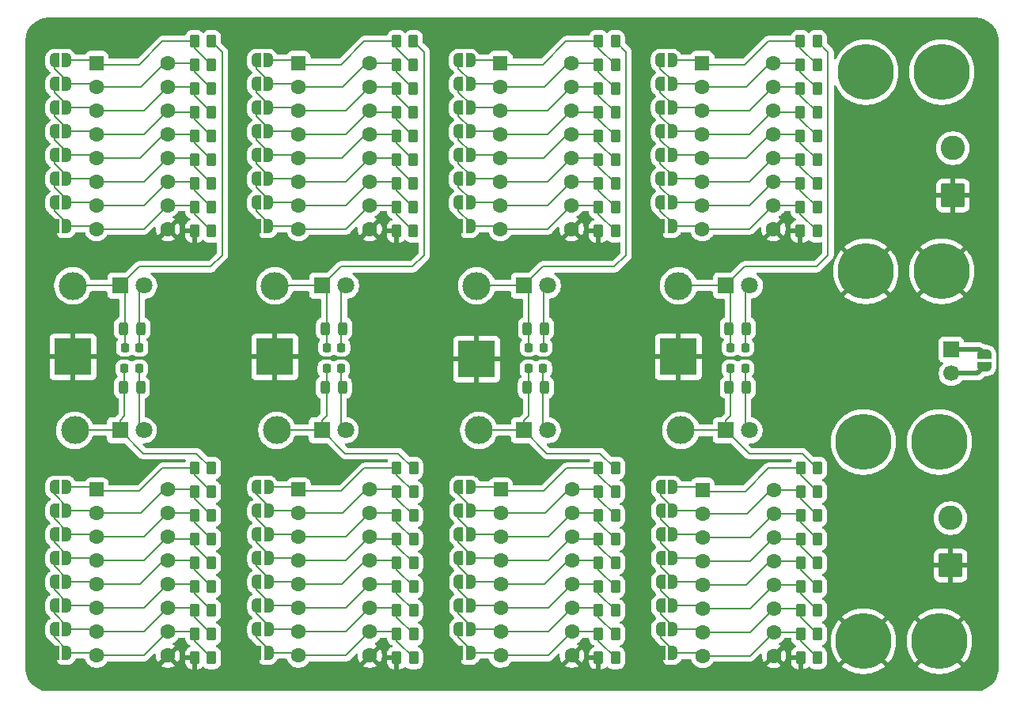
<source format=gbr>
%TF.GenerationSoftware,KiCad,Pcbnew,9.0.5*%
%TF.CreationDate,2025-10-28T22:46:26-07:00*%
%TF.ProjectId,LED_resistance,4c45445f-7265-4736-9973-74616e63652e,rev?*%
%TF.SameCoordinates,Original*%
%TF.FileFunction,Copper,L1,Top*%
%TF.FilePolarity,Positive*%
%FSLAX46Y46*%
G04 Gerber Fmt 4.6, Leading zero omitted, Abs format (unit mm)*
G04 Created by KiCad (PCBNEW 9.0.5) date 2025-10-28 22:46:26*
%MOMM*%
%LPD*%
G01*
G04 APERTURE LIST*
G04 Aperture macros list*
%AMRoundRect*
0 Rectangle with rounded corners*
0 $1 Rounding radius*
0 $2 $3 $4 $5 $6 $7 $8 $9 X,Y pos of 4 corners*
0 Add a 4 corners polygon primitive as box body*
4,1,4,$2,$3,$4,$5,$6,$7,$8,$9,$2,$3,0*
0 Add four circle primitives for the rounded corners*
1,1,$1+$1,$2,$3*
1,1,$1+$1,$4,$5*
1,1,$1+$1,$6,$7*
1,1,$1+$1,$8,$9*
0 Add four rect primitives between the rounded corners*
20,1,$1+$1,$2,$3,$4,$5,0*
20,1,$1+$1,$4,$5,$6,$7,0*
20,1,$1+$1,$6,$7,$8,$9,0*
20,1,$1+$1,$8,$9,$2,$3,0*%
%AMFreePoly0*
4,1,23,0.500000,-0.750000,0.000000,-0.750000,0.000000,-0.745722,-0.065263,-0.745722,-0.191342,-0.711940,-0.304381,-0.646677,-0.396677,-0.554381,-0.461940,-0.441342,-0.495722,-0.315263,-0.495722,-0.250000,-0.500000,-0.250000,-0.500000,0.250000,-0.495722,0.250000,-0.495722,0.315263,-0.461940,0.441342,-0.396677,0.554381,-0.304381,0.646677,-0.191342,0.711940,-0.065263,0.745722,0.000000,0.745722,
0.000000,0.750000,0.500000,0.750000,0.500000,-0.750000,0.500000,-0.750000,$1*%
%AMFreePoly1*
4,1,23,0.000000,0.745722,0.065263,0.745722,0.191342,0.711940,0.304381,0.646677,0.396677,0.554381,0.461940,0.441342,0.495722,0.315263,0.495722,0.250000,0.500000,0.250000,0.500000,-0.250000,0.495722,-0.250000,0.495722,-0.315263,0.461940,-0.441342,0.396677,-0.554381,0.304381,-0.646677,0.191342,-0.711940,0.065263,-0.745722,0.000000,-0.745722,0.000000,-0.750000,-0.500000,-0.750000,
-0.500000,0.750000,0.000000,0.750000,0.000000,0.745722,0.000000,0.745722,$1*%
G04 Aperture macros list end*
%TA.AperFunction,ComponentPad*%
%ADD10RoundRect,0.250000X-0.550000X-0.550000X0.550000X-0.550000X0.550000X0.550000X-0.550000X0.550000X0*%
%TD*%
%TA.AperFunction,ComponentPad*%
%ADD11C,1.600000*%
%TD*%
%TA.AperFunction,ComponentPad*%
%ADD12C,1.800000*%
%TD*%
%TA.AperFunction,ComponentPad*%
%ADD13R,1.800000X1.800000*%
%TD*%
%TA.AperFunction,SMDPad,CuDef*%
%ADD14RoundRect,0.243750X-0.243750X-0.456250X0.243750X-0.456250X0.243750X0.456250X-0.243750X0.456250X0*%
%TD*%
%TA.AperFunction,SMDPad,CuDef*%
%ADD15RoundRect,0.218750X-0.218750X-0.256250X0.218750X-0.256250X0.218750X0.256250X-0.218750X0.256250X0*%
%TD*%
%TA.AperFunction,ComponentPad*%
%ADD16C,1.700000*%
%TD*%
%TA.AperFunction,ComponentPad*%
%ADD17R,1.700000X1.700000*%
%TD*%
%TA.AperFunction,SMDPad,CuDef*%
%ADD18FreePoly0,270.000000*%
%TD*%
%TA.AperFunction,SMDPad,CuDef*%
%ADD19FreePoly1,270.000000*%
%TD*%
%TA.AperFunction,SMDPad,CuDef*%
%ADD20FreePoly0,180.000000*%
%TD*%
%TA.AperFunction,SMDPad,CuDef*%
%ADD21FreePoly1,180.000000*%
%TD*%
%TA.AperFunction,SMDPad,CuDef*%
%ADD22RoundRect,0.250000X0.262500X0.450000X-0.262500X0.450000X-0.262500X-0.450000X0.262500X-0.450000X0*%
%TD*%
%TA.AperFunction,SMDPad,CuDef*%
%ADD23R,4.000000X4.000000*%
%TD*%
%TA.AperFunction,ComponentPad*%
%ADD24C,6.000000*%
%TD*%
%TA.AperFunction,SMDPad,CuDef*%
%ADD25C,3.000000*%
%TD*%
%TA.AperFunction,ComponentPad*%
%ADD26C,2.600000*%
%TD*%
%TA.AperFunction,ComponentPad*%
%ADD27RoundRect,0.250000X1.050000X-1.050000X1.050000X1.050000X-1.050000X1.050000X-1.050000X-1.050000X0*%
%TD*%
%TA.AperFunction,Conductor*%
%ADD28C,0.200000*%
%TD*%
%TA.AperFunction,Conductor*%
%ADD29C,0.500000*%
%TD*%
G04 APERTURE END LIST*
D10*
%TO.P,SW8,1*%
%TO.N,Net-(JP57-A)*%
X153944333Y-62245250D03*
D11*
%TO.P,SW8,2*%
%TO.N,Net-(JP57-B)*%
X153944333Y-64785250D03*
%TO.P,SW8,3*%
%TO.N,Net-(JP58-B)*%
X153944333Y-67325250D03*
%TO.P,SW8,4*%
%TO.N,Net-(JP59-B)*%
X153944333Y-69865250D03*
%TO.P,SW8,5*%
%TO.N,Net-(JP60-B)*%
X153944333Y-72405250D03*
%TO.P,SW8,6*%
%TO.N,Net-(JP61-B)*%
X153944333Y-74945250D03*
%TO.P,SW8,7*%
%TO.N,Net-(JP62-B)*%
X153944333Y-77485250D03*
%TO.P,SW8,8*%
%TO.N,Net-(JP63-B)*%
X153944333Y-80025250D03*
%TO.P,SW8,9*%
%TO.N,GND*%
X161564333Y-80025250D03*
%TO.P,SW8,10*%
%TO.N,Net-(JP63-B)*%
X161564333Y-77485250D03*
%TO.P,SW8,11*%
%TO.N,Net-(JP62-B)*%
X161564333Y-74945250D03*
%TO.P,SW8,12*%
%TO.N,Net-(JP61-B)*%
X161564333Y-72405250D03*
%TO.P,SW8,13*%
%TO.N,Net-(JP60-B)*%
X161564333Y-69865250D03*
%TO.P,SW8,14*%
%TO.N,Net-(JP59-B)*%
X161564333Y-67325250D03*
%TO.P,SW8,15*%
%TO.N,Net-(JP58-B)*%
X161564333Y-64785250D03*
%TO.P,SW8,16*%
%TO.N,Net-(JP57-B)*%
X161564333Y-62245250D03*
%TD*%
D10*
%TO.P,SW6,1*%
%TO.N,Net-(JP41-A)*%
X110744000Y-62245250D03*
D11*
%TO.P,SW6,2*%
%TO.N,Net-(JP41-B)*%
X110744000Y-64785250D03*
%TO.P,SW6,3*%
%TO.N,Net-(JP42-B)*%
X110744000Y-67325250D03*
%TO.P,SW6,4*%
%TO.N,Net-(JP43-B)*%
X110744000Y-69865250D03*
%TO.P,SW6,5*%
%TO.N,Net-(JP44-B)*%
X110744000Y-72405250D03*
%TO.P,SW6,6*%
%TO.N,Net-(JP45-B)*%
X110744000Y-74945250D03*
%TO.P,SW6,7*%
%TO.N,Net-(JP46-B)*%
X110744000Y-77485250D03*
%TO.P,SW6,8*%
%TO.N,Net-(JP47-B)*%
X110744000Y-80025250D03*
%TO.P,SW6,9*%
%TO.N,GND*%
X118364000Y-80025250D03*
%TO.P,SW6,10*%
%TO.N,Net-(JP47-B)*%
X118364000Y-77485250D03*
%TO.P,SW6,11*%
%TO.N,Net-(JP46-B)*%
X118364000Y-74945250D03*
%TO.P,SW6,12*%
%TO.N,Net-(JP45-B)*%
X118364000Y-72405250D03*
%TO.P,SW6,13*%
%TO.N,Net-(JP44-B)*%
X118364000Y-69865250D03*
%TO.P,SW6,14*%
%TO.N,Net-(JP43-B)*%
X118364000Y-67325250D03*
%TO.P,SW6,15*%
%TO.N,Net-(JP42-B)*%
X118364000Y-64785250D03*
%TO.P,SW6,16*%
%TO.N,Net-(JP41-B)*%
X118364000Y-62245250D03*
%TD*%
D10*
%TO.P,SW7,1*%
%TO.N,Net-(JP49-A)*%
X132344167Y-62245250D03*
D11*
%TO.P,SW7,2*%
%TO.N,Net-(JP49-B)*%
X132344167Y-64785250D03*
%TO.P,SW7,3*%
%TO.N,Net-(JP50-B)*%
X132344167Y-67325250D03*
%TO.P,SW7,4*%
%TO.N,Net-(JP51-B)*%
X132344167Y-69865250D03*
%TO.P,SW7,5*%
%TO.N,Net-(JP52-B)*%
X132344167Y-72405250D03*
%TO.P,SW7,6*%
%TO.N,Net-(JP53-B)*%
X132344167Y-74945250D03*
%TO.P,SW7,7*%
%TO.N,Net-(JP54-B)*%
X132344167Y-77485250D03*
%TO.P,SW7,8*%
%TO.N,Net-(JP55-B)*%
X132344167Y-80025250D03*
%TO.P,SW7,9*%
%TO.N,GND*%
X139964167Y-80025250D03*
%TO.P,SW7,10*%
%TO.N,Net-(JP55-B)*%
X139964167Y-77485250D03*
%TO.P,SW7,11*%
%TO.N,Net-(JP54-B)*%
X139964167Y-74945250D03*
%TO.P,SW7,12*%
%TO.N,Net-(JP53-B)*%
X139964167Y-72405250D03*
%TO.P,SW7,13*%
%TO.N,Net-(JP52-B)*%
X139964167Y-69865250D03*
%TO.P,SW7,14*%
%TO.N,Net-(JP51-B)*%
X139964167Y-67325250D03*
%TO.P,SW7,15*%
%TO.N,Net-(JP50-B)*%
X139964167Y-64785250D03*
%TO.P,SW7,16*%
%TO.N,Net-(JP49-B)*%
X139964167Y-62245250D03*
%TD*%
D10*
%TO.P,SW5,1*%
%TO.N,Net-(JP33-A)*%
X175544500Y-62245250D03*
D11*
%TO.P,SW5,2*%
%TO.N,Net-(JP33-B)*%
X175544500Y-64785250D03*
%TO.P,SW5,3*%
%TO.N,Net-(JP34-B)*%
X175544500Y-67325250D03*
%TO.P,SW5,4*%
%TO.N,Net-(JP35-B)*%
X175544500Y-69865250D03*
%TO.P,SW5,5*%
%TO.N,Net-(JP36-B)*%
X175544500Y-72405250D03*
%TO.P,SW5,6*%
%TO.N,Net-(JP37-B)*%
X175544500Y-74945250D03*
%TO.P,SW5,7*%
%TO.N,Net-(JP38-B)*%
X175544500Y-77485250D03*
%TO.P,SW5,8*%
%TO.N,Net-(JP39-B)*%
X175544500Y-80025250D03*
%TO.P,SW5,9*%
%TO.N,GND*%
X183164500Y-80025250D03*
%TO.P,SW5,10*%
%TO.N,Net-(JP39-B)*%
X183164500Y-77485250D03*
%TO.P,SW5,11*%
%TO.N,Net-(JP38-B)*%
X183164500Y-74945250D03*
%TO.P,SW5,12*%
%TO.N,Net-(JP37-B)*%
X183164500Y-72405250D03*
%TO.P,SW5,13*%
%TO.N,Net-(JP36-B)*%
X183164500Y-69865250D03*
%TO.P,SW5,14*%
%TO.N,Net-(JP35-B)*%
X183164500Y-67325250D03*
%TO.P,SW5,15*%
%TO.N,Net-(JP34-B)*%
X183164500Y-64785250D03*
%TO.P,SW5,16*%
%TO.N,Net-(JP33-B)*%
X183164500Y-62245250D03*
%TD*%
D10*
%TO.P,SW3,1*%
%TO.N,Net-(JP17-A)*%
X153969333Y-107957500D03*
D11*
%TO.P,SW3,2*%
%TO.N,Net-(JP17-B)*%
X153969333Y-110497500D03*
%TO.P,SW3,3*%
%TO.N,Net-(JP18-B)*%
X153969333Y-113037500D03*
%TO.P,SW3,4*%
%TO.N,Net-(JP19-B)*%
X153969333Y-115577500D03*
%TO.P,SW3,5*%
%TO.N,Net-(JP20-B)*%
X153969333Y-118117500D03*
%TO.P,SW3,6*%
%TO.N,Net-(JP21-B)*%
X153969333Y-120657500D03*
%TO.P,SW3,7*%
%TO.N,Net-(JP22-B)*%
X153969333Y-123197500D03*
%TO.P,SW3,8*%
%TO.N,Net-(JP23-B)*%
X153969333Y-125737500D03*
%TO.P,SW3,9*%
%TO.N,GND*%
X161589333Y-125737500D03*
%TO.P,SW3,10*%
%TO.N,Net-(JP23-B)*%
X161589333Y-123197500D03*
%TO.P,SW3,11*%
%TO.N,Net-(JP22-B)*%
X161589333Y-120657500D03*
%TO.P,SW3,12*%
%TO.N,Net-(JP21-B)*%
X161589333Y-118117500D03*
%TO.P,SW3,13*%
%TO.N,Net-(JP20-B)*%
X161589333Y-115577500D03*
%TO.P,SW3,14*%
%TO.N,Net-(JP19-B)*%
X161589333Y-113037500D03*
%TO.P,SW3,15*%
%TO.N,Net-(JP18-B)*%
X161589333Y-110497500D03*
%TO.P,SW3,16*%
%TO.N,Net-(JP17-B)*%
X161589333Y-107957500D03*
%TD*%
D10*
%TO.P,SW4,1*%
%TO.N,Net-(JP25-A)*%
X175582000Y-107964000D03*
D11*
%TO.P,SW4,2*%
%TO.N,Net-(JP25-B)*%
X175582000Y-110504000D03*
%TO.P,SW4,3*%
%TO.N,Net-(JP26-B)*%
X175582000Y-113044000D03*
%TO.P,SW4,4*%
%TO.N,Net-(JP27-B)*%
X175582000Y-115584000D03*
%TO.P,SW4,5*%
%TO.N,Net-(JP28-B)*%
X175582000Y-118124000D03*
%TO.P,SW4,6*%
%TO.N,Net-(JP29-B)*%
X175582000Y-120664000D03*
%TO.P,SW4,7*%
%TO.N,Net-(JP30-B)*%
X175582000Y-123204000D03*
%TO.P,SW4,8*%
%TO.N,Net-(JP31-B)*%
X175582000Y-125744000D03*
%TO.P,SW4,9*%
%TO.N,GND*%
X183202000Y-125744000D03*
%TO.P,SW4,10*%
%TO.N,Net-(JP31-B)*%
X183202000Y-123204000D03*
%TO.P,SW4,11*%
%TO.N,Net-(JP30-B)*%
X183202000Y-120664000D03*
%TO.P,SW4,12*%
%TO.N,Net-(JP29-B)*%
X183202000Y-118124000D03*
%TO.P,SW4,13*%
%TO.N,Net-(JP28-B)*%
X183202000Y-115584000D03*
%TO.P,SW4,14*%
%TO.N,Net-(JP27-B)*%
X183202000Y-113044000D03*
%TO.P,SW4,15*%
%TO.N,Net-(JP26-B)*%
X183202000Y-110504000D03*
%TO.P,SW4,16*%
%TO.N,Net-(JP25-B)*%
X183202000Y-107964000D03*
%TD*%
D10*
%TO.P,SW2,1*%
%TO.N,Net-(JP9-A)*%
X132356667Y-107957500D03*
D11*
%TO.P,SW2,2*%
%TO.N,Net-(JP10-A)*%
X132356667Y-110497500D03*
%TO.P,SW2,3*%
%TO.N,Net-(JP10-B)*%
X132356667Y-113037500D03*
%TO.P,SW2,4*%
%TO.N,Net-(JP11-B)*%
X132356667Y-115577500D03*
%TO.P,SW2,5*%
%TO.N,Net-(JP12-B)*%
X132356667Y-118117500D03*
%TO.P,SW2,6*%
%TO.N,Net-(JP13-B)*%
X132356667Y-120657500D03*
%TO.P,SW2,7*%
%TO.N,Net-(JP14-B)*%
X132356667Y-123197500D03*
%TO.P,SW2,8*%
%TO.N,Net-(JP15-B)*%
X132356667Y-125737500D03*
%TO.P,SW2,9*%
%TO.N,GND*%
X139976667Y-125737500D03*
%TO.P,SW2,10*%
%TO.N,Net-(JP15-B)*%
X139976667Y-123197500D03*
%TO.P,SW2,11*%
%TO.N,Net-(JP14-B)*%
X139976667Y-120657500D03*
%TO.P,SW2,12*%
%TO.N,Net-(JP13-B)*%
X139976667Y-118117500D03*
%TO.P,SW2,13*%
%TO.N,Net-(JP12-B)*%
X139976667Y-115577500D03*
%TO.P,SW2,14*%
%TO.N,Net-(JP11-B)*%
X139976667Y-113037500D03*
%TO.P,SW2,15*%
%TO.N,Net-(JP10-B)*%
X139976667Y-110497500D03*
%TO.P,SW2,16*%
%TO.N,Net-(JP10-A)*%
X139976667Y-107957500D03*
%TD*%
D10*
%TO.P,SW1,1*%
%TO.N,Net-(JP1-A)*%
X110744000Y-107957500D03*
D11*
%TO.P,SW1,2*%
%TO.N,Net-(JP1-B)*%
X110744000Y-110497500D03*
%TO.P,SW1,3*%
%TO.N,Net-(JP2-B)*%
X110744000Y-113037500D03*
%TO.P,SW1,4*%
%TO.N,Net-(JP3-B)*%
X110744000Y-115577500D03*
%TO.P,SW1,5*%
%TO.N,Net-(JP4-B)*%
X110744000Y-118117500D03*
%TO.P,SW1,6*%
%TO.N,Net-(JP5-B)*%
X110744000Y-120657500D03*
%TO.P,SW1,7*%
%TO.N,Net-(JP6-B)*%
X110744000Y-123197500D03*
%TO.P,SW1,8*%
%TO.N,Net-(JP7-B)*%
X110744000Y-125737500D03*
%TO.P,SW1,9*%
%TO.N,GND*%
X118364000Y-125737500D03*
%TO.P,SW1,10*%
%TO.N,Net-(JP7-B)*%
X118364000Y-123197500D03*
%TO.P,SW1,11*%
%TO.N,Net-(JP6-B)*%
X118364000Y-120657500D03*
%TO.P,SW1,12*%
%TO.N,Net-(JP5-B)*%
X118364000Y-118117500D03*
%TO.P,SW1,13*%
%TO.N,Net-(JP4-B)*%
X118364000Y-115577500D03*
%TO.P,SW1,14*%
%TO.N,Net-(JP3-B)*%
X118364000Y-113037500D03*
%TO.P,SW1,15*%
%TO.N,Net-(JP2-B)*%
X118364000Y-110497500D03*
%TO.P,SW1,16*%
%TO.N,Net-(JP1-B)*%
X118364000Y-107957500D03*
%TD*%
D12*
%TO.P,D16,2,A*%
%TO.N,/led_subset2/Vin*%
X115824000Y-86106000D03*
D13*
%TO.P,D16,1,K*%
%TO.N,Net-(D16-K)*%
X113284000Y-86106000D03*
%TD*%
D14*
%TO.P,D17,2,A*%
%TO.N,/led_subset2/Vin*%
X115486500Y-90693250D03*
%TO.P,D17,1,K*%
%TO.N,Net-(D16-K)*%
X113611500Y-90693250D03*
%TD*%
D15*
%TO.P,D18,1,K*%
%TO.N,Net-(D16-K)*%
X113761500Y-92725250D03*
%TO.P,D18,2,A*%
%TO.N,/led_subset2/Vin*%
X115336500Y-92725250D03*
%TD*%
D12*
%TO.P,D19,2,A*%
%TO.N,/led_subset2/Vin*%
X137424167Y-86106000D03*
D13*
%TO.P,D19,1,K*%
%TO.N,Net-(D19-K)*%
X134884167Y-86106000D03*
%TD*%
D14*
%TO.P,D20,2,A*%
%TO.N,/led_subset2/Vin*%
X137086667Y-90693250D03*
%TO.P,D20,1,K*%
%TO.N,Net-(D19-K)*%
X135211667Y-90693250D03*
%TD*%
D15*
%TO.P,D21,2,A*%
%TO.N,/led_subset2/Vin*%
X136936667Y-92725250D03*
%TO.P,D21,1,K*%
%TO.N,Net-(D19-K)*%
X135361667Y-92725250D03*
%TD*%
D12*
%TO.P,D22,2,A*%
%TO.N,/led_subset2/Vin*%
X159024333Y-86106000D03*
D13*
%TO.P,D22,1,K*%
%TO.N,Net-(D22-K)*%
X156484333Y-86106000D03*
%TD*%
D14*
%TO.P,D23,2,A*%
%TO.N,/led_subset2/Vin*%
X158686833Y-90693250D03*
%TO.P,D23,1,K*%
%TO.N,Net-(D22-K)*%
X156811833Y-90693250D03*
%TD*%
D15*
%TO.P,D24,2,A*%
%TO.N,/led_subset2/Vin*%
X158536833Y-92725250D03*
%TO.P,D24,1,K*%
%TO.N,Net-(D22-K)*%
X156961833Y-92725250D03*
%TD*%
D12*
%TO.P,D13,2,A*%
%TO.N,/led_subset2/Vin*%
X180624500Y-86106000D03*
D13*
%TO.P,D13,1,K*%
%TO.N,Net-(D13-K)*%
X178084500Y-86106000D03*
%TD*%
D14*
%TO.P,D14,2,A*%
%TO.N,/led_subset2/Vin*%
X180287000Y-90693250D03*
%TO.P,D14,1,K*%
%TO.N,Net-(D13-K)*%
X178412000Y-90693250D03*
%TD*%
D15*
%TO.P,D15,2,A*%
%TO.N,/led_subset2/Vin*%
X180137000Y-92725250D03*
%TO.P,D15,1,K*%
%TO.N,Net-(D13-K)*%
X178562000Y-92725250D03*
%TD*%
D16*
%TO.P,JP66,2,B*%
%TO.N,/led_subset/Vin*%
X202184000Y-95504000D03*
D17*
%TO.P,JP66,1,A*%
%TO.N,/led_subset2/Vin*%
X202184000Y-92964000D03*
%TD*%
D18*
%TO.P,JP65,1,A*%
%TO.N,/led_subset2/Vin*%
X205740000Y-93472000D03*
D19*
%TO.P,JP65,2,B*%
%TO.N,/led_subset/Vin*%
X205740000Y-94772000D03*
%TD*%
D20*
%TO.P,JP41,1,A*%
%TO.N,Net-(JP41-A)*%
X107541500Y-61983750D03*
D21*
%TO.P,JP41,2,B*%
%TO.N,Net-(JP41-B)*%
X106241500Y-61983750D03*
%TD*%
D20*
%TO.P,JP42,1,A*%
%TO.N,Net-(JP41-B)*%
X107541500Y-64523750D03*
D21*
%TO.P,JP42,2,B*%
%TO.N,Net-(JP42-B)*%
X106241500Y-64523750D03*
%TD*%
D20*
%TO.P,JP43,1,A*%
%TO.N,Net-(JP42-B)*%
X107541500Y-67063750D03*
D21*
%TO.P,JP43,2,B*%
%TO.N,Net-(JP43-B)*%
X106241500Y-67063750D03*
%TD*%
D20*
%TO.P,JP44,1,A*%
%TO.N,Net-(JP43-B)*%
X107541500Y-69603750D03*
D21*
%TO.P,JP44,2,B*%
%TO.N,Net-(JP44-B)*%
X106241500Y-69603750D03*
%TD*%
D20*
%TO.P,JP45,1,A*%
%TO.N,Net-(JP44-B)*%
X107541500Y-72143750D03*
D21*
%TO.P,JP45,2,B*%
%TO.N,Net-(JP45-B)*%
X106241500Y-72143750D03*
%TD*%
D20*
%TO.P,JP46,1,A*%
%TO.N,Net-(JP45-B)*%
X107541500Y-74683750D03*
D21*
%TO.P,JP46,2,B*%
%TO.N,Net-(JP46-B)*%
X106241500Y-74683750D03*
%TD*%
D20*
%TO.P,JP47,1,A*%
%TO.N,Net-(JP46-B)*%
X107541500Y-77223750D03*
D21*
%TO.P,JP47,2,B*%
%TO.N,Net-(JP47-B)*%
X106241500Y-77223750D03*
%TD*%
D20*
%TO.P,JP48,1,A*%
%TO.N,Net-(JP47-B)*%
X107541500Y-79763750D03*
D21*
%TO.P,JP48,2,B*%
%TO.N,GND*%
X106241500Y-79763750D03*
%TD*%
D20*
%TO.P,JP49,1,A*%
%TO.N,Net-(JP49-A)*%
X129141667Y-61983750D03*
D21*
%TO.P,JP49,2,B*%
%TO.N,Net-(JP49-B)*%
X127841667Y-61983750D03*
%TD*%
D20*
%TO.P,JP50,1,A*%
%TO.N,Net-(JP49-B)*%
X129141667Y-64523750D03*
D21*
%TO.P,JP50,2,B*%
%TO.N,Net-(JP50-B)*%
X127841667Y-64523750D03*
%TD*%
D20*
%TO.P,JP51,1,A*%
%TO.N,Net-(JP50-B)*%
X129141667Y-67063750D03*
D21*
%TO.P,JP51,2,B*%
%TO.N,Net-(JP51-B)*%
X127841667Y-67063750D03*
%TD*%
D20*
%TO.P,JP52,1,A*%
%TO.N,Net-(JP51-B)*%
X129141667Y-69603750D03*
D21*
%TO.P,JP52,2,B*%
%TO.N,Net-(JP52-B)*%
X127841667Y-69603750D03*
%TD*%
D20*
%TO.P,JP53,1,A*%
%TO.N,Net-(JP52-B)*%
X129141667Y-72143750D03*
D21*
%TO.P,JP53,2,B*%
%TO.N,Net-(JP53-B)*%
X127841667Y-72143750D03*
%TD*%
D20*
%TO.P,JP54,1,A*%
%TO.N,Net-(JP53-B)*%
X129141667Y-74683750D03*
D21*
%TO.P,JP54,2,B*%
%TO.N,Net-(JP54-B)*%
X127841667Y-74683750D03*
%TD*%
D20*
%TO.P,JP55,1,A*%
%TO.N,Net-(JP54-B)*%
X129141667Y-77223750D03*
D21*
%TO.P,JP55,2,B*%
%TO.N,Net-(JP55-B)*%
X127841667Y-77223750D03*
%TD*%
D20*
%TO.P,JP56,1,A*%
%TO.N,Net-(JP55-B)*%
X129141667Y-79763750D03*
D21*
%TO.P,JP56,2,B*%
%TO.N,GND*%
X127841667Y-79763750D03*
%TD*%
D20*
%TO.P,JP57,1,A*%
%TO.N,Net-(JP57-A)*%
X150741833Y-61983750D03*
D21*
%TO.P,JP57,2,B*%
%TO.N,Net-(JP57-B)*%
X149441833Y-61983750D03*
%TD*%
D20*
%TO.P,JP58,1,A*%
%TO.N,Net-(JP57-B)*%
X150741833Y-64523750D03*
D21*
%TO.P,JP58,2,B*%
%TO.N,Net-(JP58-B)*%
X149441833Y-64523750D03*
%TD*%
D20*
%TO.P,JP59,1,A*%
%TO.N,Net-(JP58-B)*%
X150741833Y-67063750D03*
D21*
%TO.P,JP59,2,B*%
%TO.N,Net-(JP59-B)*%
X149441833Y-67063750D03*
%TD*%
D20*
%TO.P,JP60,1,A*%
%TO.N,Net-(JP59-B)*%
X150741833Y-69603750D03*
D21*
%TO.P,JP60,2,B*%
%TO.N,Net-(JP60-B)*%
X149441833Y-69603750D03*
%TD*%
D20*
%TO.P,JP61,1,A*%
%TO.N,Net-(JP60-B)*%
X150741833Y-72143750D03*
D21*
%TO.P,JP61,2,B*%
%TO.N,Net-(JP61-B)*%
X149441833Y-72143750D03*
%TD*%
D20*
%TO.P,JP62,1,A*%
%TO.N,Net-(JP61-B)*%
X150741833Y-74683750D03*
D21*
%TO.P,JP62,2,B*%
%TO.N,Net-(JP62-B)*%
X149441833Y-74683750D03*
%TD*%
D20*
%TO.P,JP63,1,A*%
%TO.N,Net-(JP62-B)*%
X150741833Y-77223750D03*
D21*
%TO.P,JP63,2,B*%
%TO.N,Net-(JP63-B)*%
X149441833Y-77223750D03*
%TD*%
D20*
%TO.P,JP64,1,A*%
%TO.N,Net-(JP63-B)*%
X150741833Y-79763750D03*
D21*
%TO.P,JP64,2,B*%
%TO.N,GND*%
X149441833Y-79763750D03*
%TD*%
D20*
%TO.P,JP33,1,A*%
%TO.N,Net-(JP33-A)*%
X172342000Y-61983750D03*
D21*
%TO.P,JP33,2,B*%
%TO.N,Net-(JP33-B)*%
X171042000Y-61983750D03*
%TD*%
D20*
%TO.P,JP34,1,A*%
%TO.N,Net-(JP33-B)*%
X172342000Y-64523750D03*
D21*
%TO.P,JP34,2,B*%
%TO.N,Net-(JP34-B)*%
X171042000Y-64523750D03*
%TD*%
D20*
%TO.P,JP35,1,A*%
%TO.N,Net-(JP34-B)*%
X172342000Y-67063750D03*
D21*
%TO.P,JP35,2,B*%
%TO.N,Net-(JP35-B)*%
X171042000Y-67063750D03*
%TD*%
D20*
%TO.P,JP36,1,A*%
%TO.N,Net-(JP35-B)*%
X172342000Y-69603750D03*
D21*
%TO.P,JP36,2,B*%
%TO.N,Net-(JP36-B)*%
X171042000Y-69603750D03*
%TD*%
D20*
%TO.P,JP37,1,A*%
%TO.N,Net-(JP36-B)*%
X172342000Y-72143750D03*
D21*
%TO.P,JP37,2,B*%
%TO.N,Net-(JP37-B)*%
X171042000Y-72143750D03*
%TD*%
D20*
%TO.P,JP38,1,A*%
%TO.N,Net-(JP37-B)*%
X172342000Y-74683750D03*
D21*
%TO.P,JP38,2,B*%
%TO.N,Net-(JP38-B)*%
X171042000Y-74683750D03*
%TD*%
D20*
%TO.P,JP39,1,A*%
%TO.N,Net-(JP38-B)*%
X172342000Y-77223750D03*
D21*
%TO.P,JP39,2,B*%
%TO.N,Net-(JP39-B)*%
X171042000Y-77223750D03*
%TD*%
D20*
%TO.P,JP40,1,A*%
%TO.N,Net-(JP39-B)*%
X172342000Y-79763750D03*
D21*
%TO.P,JP40,2,B*%
%TO.N,GND*%
X171042000Y-79763750D03*
%TD*%
D22*
%TO.P,R46,1*%
%TO.N,Net-(D16-K)*%
X123044000Y-59951750D03*
%TO.P,R46,2*%
%TO.N,Net-(JP41-A)*%
X121219000Y-59951750D03*
%TD*%
%TO.P,R47,1*%
%TO.N,Net-(JP41-A)*%
X123044000Y-62491750D03*
%TO.P,R47,2*%
%TO.N,Net-(JP41-B)*%
X121219000Y-62491750D03*
%TD*%
%TO.P,R48,1*%
%TO.N,Net-(JP41-B)*%
X123044000Y-65031750D03*
%TO.P,R48,2*%
%TO.N,Net-(JP42-B)*%
X121219000Y-65031750D03*
%TD*%
%TO.P,R49,1*%
%TO.N,Net-(JP42-B)*%
X123044000Y-67571750D03*
%TO.P,R49,2*%
%TO.N,Net-(JP43-B)*%
X121219000Y-67571750D03*
%TD*%
%TO.P,R50,1*%
%TO.N,Net-(JP43-B)*%
X123044000Y-70111750D03*
%TO.P,R50,2*%
%TO.N,Net-(JP44-B)*%
X121219000Y-70111750D03*
%TD*%
%TO.P,R51,1*%
%TO.N,Net-(JP44-B)*%
X123044000Y-72651750D03*
%TO.P,R51,2*%
%TO.N,Net-(JP45-B)*%
X121219000Y-72651750D03*
%TD*%
%TO.P,R52,1*%
%TO.N,Net-(JP45-B)*%
X123044000Y-75191750D03*
%TO.P,R52,2*%
%TO.N,Net-(JP46-B)*%
X121219000Y-75191750D03*
%TD*%
%TO.P,R53,1*%
%TO.N,Net-(JP46-B)*%
X123044000Y-77731750D03*
%TO.P,R53,2*%
%TO.N,Net-(JP47-B)*%
X121219000Y-77731750D03*
%TD*%
%TO.P,R54,1*%
%TO.N,Net-(JP47-B)*%
X123044000Y-80271750D03*
%TO.P,R54,2*%
%TO.N,GND*%
X121219000Y-80271750D03*
%TD*%
%TO.P,R55,1*%
%TO.N,Net-(D19-K)*%
X144644167Y-59951750D03*
%TO.P,R55,2*%
%TO.N,Net-(JP49-A)*%
X142819167Y-59951750D03*
%TD*%
%TO.P,R56,1*%
%TO.N,Net-(JP49-A)*%
X144644167Y-62491750D03*
%TO.P,R56,2*%
%TO.N,Net-(JP49-B)*%
X142819167Y-62491750D03*
%TD*%
%TO.P,R57,1*%
%TO.N,Net-(JP49-B)*%
X144644167Y-65031750D03*
%TO.P,R57,2*%
%TO.N,Net-(JP50-B)*%
X142819167Y-65031750D03*
%TD*%
%TO.P,R58,1*%
%TO.N,Net-(JP50-B)*%
X144644167Y-67571750D03*
%TO.P,R58,2*%
%TO.N,Net-(JP51-B)*%
X142819167Y-67571750D03*
%TD*%
%TO.P,R59,1*%
%TO.N,Net-(JP51-B)*%
X144644167Y-70111750D03*
%TO.P,R59,2*%
%TO.N,Net-(JP52-B)*%
X142819167Y-70111750D03*
%TD*%
%TO.P,R60,1*%
%TO.N,Net-(JP52-B)*%
X144644167Y-72651750D03*
%TO.P,R60,2*%
%TO.N,Net-(JP53-B)*%
X142819167Y-72651750D03*
%TD*%
%TO.P,R61,1*%
%TO.N,Net-(JP53-B)*%
X144644167Y-75191750D03*
%TO.P,R61,2*%
%TO.N,Net-(JP54-B)*%
X142819167Y-75191750D03*
%TD*%
%TO.P,R62,1*%
%TO.N,Net-(JP54-B)*%
X144644167Y-77731750D03*
%TO.P,R62,2*%
%TO.N,Net-(JP55-B)*%
X142819167Y-77731750D03*
%TD*%
%TO.P,R63,1*%
%TO.N,Net-(JP55-B)*%
X144644167Y-80271750D03*
%TO.P,R63,2*%
%TO.N,GND*%
X142819167Y-80271750D03*
%TD*%
%TO.P,R64,1*%
%TO.N,Net-(D22-K)*%
X166244333Y-59951750D03*
%TO.P,R64,2*%
%TO.N,Net-(JP57-A)*%
X164419333Y-59951750D03*
%TD*%
%TO.P,R65,1*%
%TO.N,Net-(JP57-A)*%
X166244333Y-62491750D03*
%TO.P,R65,2*%
%TO.N,Net-(JP57-B)*%
X164419333Y-62491750D03*
%TD*%
%TO.P,R66,1*%
%TO.N,Net-(JP57-B)*%
X166244333Y-65031750D03*
%TO.P,R66,2*%
%TO.N,Net-(JP58-B)*%
X164419333Y-65031750D03*
%TD*%
%TO.P,R67,1*%
%TO.N,Net-(JP58-B)*%
X166244333Y-67571750D03*
%TO.P,R67,2*%
%TO.N,Net-(JP59-B)*%
X164419333Y-67571750D03*
%TD*%
%TO.P,R68,1*%
%TO.N,Net-(JP59-B)*%
X166244333Y-70111750D03*
%TO.P,R68,2*%
%TO.N,Net-(JP60-B)*%
X164419333Y-70111750D03*
%TD*%
%TO.P,R69,1*%
%TO.N,Net-(JP60-B)*%
X166244333Y-72651750D03*
%TO.P,R69,2*%
%TO.N,Net-(JP61-B)*%
X164419333Y-72651750D03*
%TD*%
%TO.P,R70,1*%
%TO.N,Net-(JP61-B)*%
X166244333Y-75191750D03*
%TO.P,R70,2*%
%TO.N,Net-(JP62-B)*%
X164419333Y-75191750D03*
%TD*%
%TO.P,R71,1*%
%TO.N,Net-(JP62-B)*%
X166244333Y-77731750D03*
%TO.P,R71,2*%
%TO.N,Net-(JP63-B)*%
X164419333Y-77731750D03*
%TD*%
%TO.P,R72,1*%
%TO.N,Net-(JP63-B)*%
X166244333Y-80271750D03*
%TO.P,R72,2*%
%TO.N,GND*%
X164419333Y-80271750D03*
%TD*%
%TO.P,R37,1*%
%TO.N,Net-(D13-K)*%
X187844500Y-59951750D03*
%TO.P,R37,2*%
%TO.N,Net-(JP33-A)*%
X186019500Y-59951750D03*
%TD*%
%TO.P,R38,1*%
%TO.N,Net-(JP33-A)*%
X187844500Y-62491750D03*
%TO.P,R38,2*%
%TO.N,Net-(JP33-B)*%
X186019500Y-62491750D03*
%TD*%
%TO.P,R39,1*%
%TO.N,Net-(JP33-B)*%
X187844500Y-65031750D03*
%TO.P,R39,2*%
%TO.N,Net-(JP34-B)*%
X186019500Y-65031750D03*
%TD*%
%TO.P,R40,1*%
%TO.N,Net-(JP34-B)*%
X187844500Y-67571750D03*
%TO.P,R40,2*%
%TO.N,Net-(JP35-B)*%
X186019500Y-67571750D03*
%TD*%
%TO.P,R41,1*%
%TO.N,Net-(JP35-B)*%
X187844500Y-70111750D03*
%TO.P,R41,2*%
%TO.N,Net-(JP36-B)*%
X186019500Y-70111750D03*
%TD*%
%TO.P,R42,1*%
%TO.N,Net-(JP36-B)*%
X187844500Y-72651750D03*
%TO.P,R42,2*%
%TO.N,Net-(JP37-B)*%
X186019500Y-72651750D03*
%TD*%
%TO.P,R43,1*%
%TO.N,Net-(JP37-B)*%
X187844500Y-75191750D03*
%TO.P,R43,2*%
%TO.N,Net-(JP38-B)*%
X186019500Y-75191750D03*
%TD*%
%TO.P,R44,1*%
%TO.N,Net-(JP38-B)*%
X187844500Y-77731750D03*
%TO.P,R44,2*%
%TO.N,Net-(JP39-B)*%
X186019500Y-77731750D03*
%TD*%
%TO.P,R45,1*%
%TO.N,Net-(JP39-B)*%
X187844500Y-80271750D03*
%TO.P,R45,2*%
%TO.N,GND*%
X186019500Y-80271750D03*
%TD*%
D23*
%TO.P,TP18,1,1*%
%TO.N,GND*%
X129794000Y-93726000D03*
%TD*%
%TO.P,TP19,1,1*%
%TO.N,GND*%
X151384000Y-93980000D03*
%TD*%
%TO.P,TP17,1,1*%
%TO.N,GND*%
X108204000Y-93726000D03*
%TD*%
%TO.P,TP20,1,1*%
%TO.N,GND*%
X172974000Y-93726000D03*
%TD*%
D24*
%TO.P,TP9,1,1*%
%TO.N,/led_subset2/Vin*%
X193040000Y-63246000D03*
%TD*%
%TO.P,TP10,1,1*%
%TO.N,GND*%
X193040000Y-84582000D03*
%TD*%
%TO.P,TP11,1,1*%
%TO.N,/led_subset2/Vin*%
X201168000Y-63246000D03*
%TD*%
%TO.P,TP12,1,1*%
%TO.N,GND*%
X201168000Y-84582000D03*
%TD*%
D25*
%TO.P,TP14,1,1*%
%TO.N,Net-(D16-K)*%
X108204000Y-86121250D03*
%TD*%
%TO.P,TP15,1,1*%
%TO.N,Net-(D19-K)*%
X129804167Y-86121250D03*
%TD*%
%TO.P,TP16,1,1*%
%TO.N,Net-(D22-K)*%
X151404333Y-86121250D03*
%TD*%
%TO.P,TP13,1,1*%
%TO.N,Net-(D13-K)*%
X173004500Y-86121250D03*
%TD*%
D26*
%TO.P,J2,2,Pin_2*%
%TO.N,/led_subset2/Vin*%
X202356500Y-71379000D03*
D27*
%TO.P,J2,1,Pin_1*%
%TO.N,GND*%
X202356500Y-76459000D03*
%TD*%
D22*
%TO.P,R20,2*%
%TO.N,Net-(JP17-B)*%
X164444333Y-108204000D03*
%TO.P,R20,1*%
%TO.N,Net-(JP17-A)*%
X166269333Y-108204000D03*
%TD*%
%TO.P,R23,2*%
%TO.N,Net-(JP20-B)*%
X164444333Y-115824000D03*
%TO.P,R23,1*%
%TO.N,Net-(JP19-B)*%
X166269333Y-115824000D03*
%TD*%
D25*
%TO.P,TP7,1,1*%
%TO.N,Net-(D7-K)*%
X151640833Y-101600000D03*
%TD*%
D21*
%TO.P,JP19,2,B*%
%TO.N,Net-(JP19-B)*%
X149466833Y-112776000D03*
D20*
%TO.P,JP19,1,A*%
%TO.N,Net-(JP18-B)*%
X150766833Y-112776000D03*
%TD*%
D21*
%TO.P,JP23,2,B*%
%TO.N,Net-(JP23-B)*%
X149466833Y-122936000D03*
D20*
%TO.P,JP23,1,A*%
%TO.N,Net-(JP22-B)*%
X150766833Y-122936000D03*
%TD*%
D22*
%TO.P,R26,2*%
%TO.N,Net-(JP23-B)*%
X164444333Y-123444000D03*
%TO.P,R26,1*%
%TO.N,Net-(JP22-B)*%
X166269333Y-123444000D03*
%TD*%
D21*
%TO.P,JP20,2,B*%
%TO.N,Net-(JP20-B)*%
X149466833Y-115316000D03*
D20*
%TO.P,JP20,1,A*%
%TO.N,Net-(JP19-B)*%
X150766833Y-115316000D03*
%TD*%
D21*
%TO.P,JP22,2,B*%
%TO.N,Net-(JP22-B)*%
X149466833Y-120396000D03*
D20*
%TO.P,JP22,1,A*%
%TO.N,Net-(JP21-B)*%
X150766833Y-120396000D03*
%TD*%
D15*
%TO.P,D9,2,A*%
%TO.N,/led_subset/Vin*%
X158524333Y-94996000D03*
%TO.P,D9,1,K*%
%TO.N,Net-(D7-K)*%
X156949333Y-94996000D03*
%TD*%
D12*
%TO.P,D7,2,A*%
%TO.N,/led_subset/Vin*%
X159001833Y-101600000D03*
D13*
%TO.P,D7,1,K*%
%TO.N,Net-(D7-K)*%
X156461833Y-101600000D03*
%TD*%
D21*
%TO.P,JP24,2,B*%
%TO.N,GND*%
X149466833Y-125476000D03*
D20*
%TO.P,JP24,1,A*%
%TO.N,Net-(JP23-B)*%
X150766833Y-125476000D03*
%TD*%
D14*
%TO.P,D8,2,A*%
%TO.N,/led_subset/Vin*%
X158674333Y-97028000D03*
%TO.P,D8,1,K*%
%TO.N,Net-(D7-K)*%
X156799333Y-97028000D03*
%TD*%
D21*
%TO.P,JP17,2,B*%
%TO.N,Net-(JP17-B)*%
X149466833Y-107696000D03*
D20*
%TO.P,JP17,1,A*%
%TO.N,Net-(JP17-A)*%
X150766833Y-107696000D03*
%TD*%
D22*
%TO.P,R24,2*%
%TO.N,Net-(JP21-B)*%
X164444333Y-118364000D03*
%TO.P,R24,1*%
%TO.N,Net-(JP20-B)*%
X166269333Y-118364000D03*
%TD*%
D21*
%TO.P,JP18,2,B*%
%TO.N,Net-(JP18-B)*%
X149466833Y-110236000D03*
D20*
%TO.P,JP18,1,A*%
%TO.N,Net-(JP17-B)*%
X150766833Y-110236000D03*
%TD*%
D22*
%TO.P,R21,2*%
%TO.N,Net-(JP18-B)*%
X164444333Y-110744000D03*
%TO.P,R21,1*%
%TO.N,Net-(JP17-B)*%
X166269333Y-110744000D03*
%TD*%
%TO.P,R27,2*%
%TO.N,GND*%
X164444333Y-125984000D03*
%TO.P,R27,1*%
%TO.N,Net-(JP23-B)*%
X166269333Y-125984000D03*
%TD*%
%TO.P,R25,2*%
%TO.N,Net-(JP22-B)*%
X164444333Y-120904000D03*
%TO.P,R25,1*%
%TO.N,Net-(JP21-B)*%
X166269333Y-120904000D03*
%TD*%
%TO.P,R19,2*%
%TO.N,Net-(JP17-A)*%
X164444333Y-105664000D03*
%TO.P,R19,1*%
%TO.N,Net-(D7-K)*%
X166269333Y-105664000D03*
%TD*%
D21*
%TO.P,JP21,2,B*%
%TO.N,Net-(JP21-B)*%
X149466833Y-117856000D03*
D20*
%TO.P,JP21,1,A*%
%TO.N,Net-(JP20-B)*%
X150766833Y-117856000D03*
%TD*%
D22*
%TO.P,R22,2*%
%TO.N,Net-(JP19-B)*%
X164444333Y-113284000D03*
%TO.P,R22,1*%
%TO.N,Net-(JP18-B)*%
X166269333Y-113284000D03*
%TD*%
%TO.P,R32,2*%
%TO.N,Net-(JP28-B)*%
X186057000Y-115830500D03*
%TO.P,R32,1*%
%TO.N,Net-(JP27-B)*%
X187882000Y-115830500D03*
%TD*%
D21*
%TO.P,JP29,2,B*%
%TO.N,Net-(JP29-B)*%
X171079500Y-117862500D03*
D20*
%TO.P,JP29,1,A*%
%TO.N,Net-(JP28-B)*%
X172379500Y-117862500D03*
%TD*%
D22*
%TO.P,R34,2*%
%TO.N,Net-(JP30-B)*%
X186057000Y-120910500D03*
%TO.P,R34,1*%
%TO.N,Net-(JP29-B)*%
X187882000Y-120910500D03*
%TD*%
%TO.P,R31,2*%
%TO.N,Net-(JP27-B)*%
X186057000Y-113290500D03*
%TO.P,R31,1*%
%TO.N,Net-(JP26-B)*%
X187882000Y-113290500D03*
%TD*%
%TO.P,R28,2*%
%TO.N,Net-(JP25-A)*%
X186057000Y-105670500D03*
%TO.P,R28,1*%
%TO.N,Net-(D10-K)*%
X187882000Y-105670500D03*
%TD*%
D21*
%TO.P,JP31,2,B*%
%TO.N,Net-(JP31-B)*%
X171079500Y-122942500D03*
D20*
%TO.P,JP31,1,A*%
%TO.N,Net-(JP30-B)*%
X172379500Y-122942500D03*
%TD*%
D22*
%TO.P,R33,2*%
%TO.N,Net-(JP29-B)*%
X186057000Y-118370500D03*
%TO.P,R33,1*%
%TO.N,Net-(JP28-B)*%
X187882000Y-118370500D03*
%TD*%
D21*
%TO.P,JP26,2,B*%
%TO.N,Net-(JP26-B)*%
X171079500Y-110242500D03*
D20*
%TO.P,JP26,1,A*%
%TO.N,Net-(JP25-B)*%
X172379500Y-110242500D03*
%TD*%
D21*
%TO.P,JP28,2,B*%
%TO.N,Net-(JP28-B)*%
X171079500Y-115322500D03*
D20*
%TO.P,JP28,1,A*%
%TO.N,Net-(JP27-B)*%
X172379500Y-115322500D03*
%TD*%
D14*
%TO.P,D11,2,A*%
%TO.N,/led_subset/Vin*%
X180287000Y-97034500D03*
%TO.P,D11,1,K*%
%TO.N,Net-(D10-K)*%
X178412000Y-97034500D03*
%TD*%
D22*
%TO.P,R29,2*%
%TO.N,Net-(JP25-B)*%
X186057000Y-108210500D03*
%TO.P,R29,1*%
%TO.N,Net-(JP25-A)*%
X187882000Y-108210500D03*
%TD*%
D21*
%TO.P,JP32,2,B*%
%TO.N,GND*%
X171079500Y-125482500D03*
D20*
%TO.P,JP32,1,A*%
%TO.N,Net-(JP31-B)*%
X172379500Y-125482500D03*
%TD*%
D21*
%TO.P,JP30,2,B*%
%TO.N,Net-(JP30-B)*%
X171079500Y-120402500D03*
D20*
%TO.P,JP30,1,A*%
%TO.N,Net-(JP29-B)*%
X172379500Y-120402500D03*
%TD*%
D15*
%TO.P,D12,2,A*%
%TO.N,/led_subset/Vin*%
X180137000Y-95002500D03*
%TO.P,D12,1,K*%
%TO.N,Net-(D10-K)*%
X178562000Y-95002500D03*
%TD*%
D25*
%TO.P,TP8,1,1*%
%TO.N,Net-(D10-K)*%
X173253500Y-101606500D03*
%TD*%
D22*
%TO.P,R30,2*%
%TO.N,Net-(JP26-B)*%
X186057000Y-110750500D03*
%TO.P,R30,1*%
%TO.N,Net-(JP25-B)*%
X187882000Y-110750500D03*
%TD*%
%TO.P,R36,2*%
%TO.N,GND*%
X186057000Y-125990500D03*
%TO.P,R36,1*%
%TO.N,Net-(JP31-B)*%
X187882000Y-125990500D03*
%TD*%
D21*
%TO.P,JP25,2,B*%
%TO.N,Net-(JP25-B)*%
X171079500Y-107702500D03*
D20*
%TO.P,JP25,1,A*%
%TO.N,Net-(JP25-A)*%
X172379500Y-107702500D03*
%TD*%
D22*
%TO.P,R35,2*%
%TO.N,Net-(JP31-B)*%
X186057000Y-123450500D03*
%TO.P,R35,1*%
%TO.N,Net-(JP30-B)*%
X187882000Y-123450500D03*
%TD*%
D21*
%TO.P,JP27,2,B*%
%TO.N,Net-(JP27-B)*%
X171079500Y-112782500D03*
D20*
%TO.P,JP27,1,A*%
%TO.N,Net-(JP26-B)*%
X172379500Y-112782500D03*
%TD*%
D12*
%TO.P,D10,2,A*%
%TO.N,/led_subset/Vin*%
X180614500Y-101606500D03*
D13*
%TO.P,D10,1,K*%
%TO.N,Net-(D10-K)*%
X178074500Y-101606500D03*
%TD*%
D24*
%TO.P,TP4,1,1*%
%TO.N,GND*%
X200914000Y-124206000D03*
%TD*%
%TO.P,TP3,1,1*%
%TO.N,/led_subset/Vin*%
X200914000Y-102870000D03*
%TD*%
%TO.P,TP1,1,1*%
%TO.N,/led_subset/Vin*%
X192786000Y-102870000D03*
%TD*%
%TO.P,TP2,1,1*%
%TO.N,GND*%
X192786000Y-124206000D03*
%TD*%
D27*
%TO.P,J1,1,Pin_1*%
%TO.N,GND*%
X202102500Y-116083000D03*
D26*
%TO.P,J1,2,Pin_2*%
%TO.N,/led_subset/Vin*%
X202102500Y-111003000D03*
%TD*%
D22*
%TO.P,R13,2*%
%TO.N,Net-(JP11-B)*%
X142831667Y-113284000D03*
%TO.P,R13,1*%
%TO.N,Net-(JP10-B)*%
X144656667Y-113284000D03*
%TD*%
D12*
%TO.P,D4,2,A*%
%TO.N,/led_subset/Vin*%
X137389167Y-101600000D03*
D13*
%TO.P,D4,1,K*%
%TO.N,Net-(D4-K)*%
X134849167Y-101600000D03*
%TD*%
D21*
%TO.P,JP13,2,B*%
%TO.N,Net-(JP13-B)*%
X127854167Y-117856000D03*
D20*
%TO.P,JP13,1,A*%
%TO.N,Net-(JP12-B)*%
X129154167Y-117856000D03*
%TD*%
D21*
%TO.P,JP15,2,B*%
%TO.N,Net-(JP15-B)*%
X127854167Y-122936000D03*
D20*
%TO.P,JP15,1,A*%
%TO.N,Net-(JP14-B)*%
X129154167Y-122936000D03*
%TD*%
D21*
%TO.P,JP9,2,B*%
%TO.N,Net-(JP10-A)*%
X127854167Y-107696000D03*
D20*
%TO.P,JP9,1,A*%
%TO.N,Net-(JP9-A)*%
X129154167Y-107696000D03*
%TD*%
D22*
%TO.P,R16,2*%
%TO.N,Net-(JP14-B)*%
X142831667Y-120904000D03*
%TO.P,R16,1*%
%TO.N,Net-(JP13-B)*%
X144656667Y-120904000D03*
%TD*%
%TO.P,R12,2*%
%TO.N,Net-(JP10-B)*%
X142831667Y-110744000D03*
%TO.P,R12,1*%
%TO.N,Net-(JP10-A)*%
X144656667Y-110744000D03*
%TD*%
%TO.P,R18,2*%
%TO.N,GND*%
X142831667Y-125984000D03*
%TO.P,R18,1*%
%TO.N,Net-(JP15-B)*%
X144656667Y-125984000D03*
%TD*%
D21*
%TO.P,JP11,2,B*%
%TO.N,Net-(JP11-B)*%
X127854167Y-112776000D03*
D20*
%TO.P,JP11,1,A*%
%TO.N,Net-(JP10-B)*%
X129154167Y-112776000D03*
%TD*%
D22*
%TO.P,R14,2*%
%TO.N,Net-(JP12-B)*%
X142831667Y-115824000D03*
%TO.P,R14,1*%
%TO.N,Net-(JP11-B)*%
X144656667Y-115824000D03*
%TD*%
D21*
%TO.P,JP16,2,B*%
%TO.N,GND*%
X127854167Y-125476000D03*
D20*
%TO.P,JP16,1,A*%
%TO.N,Net-(JP15-B)*%
X129154167Y-125476000D03*
%TD*%
D22*
%TO.P,R17,2*%
%TO.N,Net-(JP15-B)*%
X142831667Y-123444000D03*
%TO.P,R17,1*%
%TO.N,Net-(JP14-B)*%
X144656667Y-123444000D03*
%TD*%
%TO.P,R15,2*%
%TO.N,Net-(JP13-B)*%
X142831667Y-118364000D03*
%TO.P,R15,1*%
%TO.N,Net-(JP12-B)*%
X144656667Y-118364000D03*
%TD*%
%TO.P,R11,2*%
%TO.N,Net-(JP10-A)*%
X142831667Y-108204000D03*
%TO.P,R11,1*%
%TO.N,Net-(JP9-A)*%
X144656667Y-108204000D03*
%TD*%
%TO.P,R10,2*%
%TO.N,Net-(JP9-A)*%
X142831667Y-105664000D03*
%TO.P,R10,1*%
%TO.N,Net-(D4-K)*%
X144656667Y-105664000D03*
%TD*%
D21*
%TO.P,JP12,2,B*%
%TO.N,Net-(JP12-B)*%
X127854167Y-115316000D03*
D20*
%TO.P,JP12,1,A*%
%TO.N,Net-(JP11-B)*%
X129154167Y-115316000D03*
%TD*%
D21*
%TO.P,JP10,2,B*%
%TO.N,Net-(JP10-B)*%
X127854167Y-110236000D03*
D20*
%TO.P,JP10,1,A*%
%TO.N,Net-(JP10-A)*%
X129154167Y-110236000D03*
%TD*%
D14*
%TO.P,D5,2,A*%
%TO.N,/led_subset/Vin*%
X137061667Y-97028000D03*
%TO.P,D5,1,K*%
%TO.N,Net-(D4-K)*%
X135186667Y-97028000D03*
%TD*%
D15*
%TO.P,D6,2,A*%
%TO.N,/led_subset/Vin*%
X136911667Y-94996000D03*
%TO.P,D6,1,K*%
%TO.N,Net-(D4-K)*%
X135336667Y-94996000D03*
%TD*%
D21*
%TO.P,JP14,2,B*%
%TO.N,Net-(JP14-B)*%
X127854167Y-120396000D03*
D20*
%TO.P,JP14,1,A*%
%TO.N,Net-(JP13-B)*%
X129154167Y-120396000D03*
%TD*%
D21*
%TO.P,JP3,2,B*%
%TO.N,Net-(JP3-B)*%
X106241500Y-112776000D03*
D20*
%TO.P,JP3,1,A*%
%TO.N,Net-(JP2-B)*%
X107541500Y-112776000D03*
%TD*%
D21*
%TO.P,JP5,2,B*%
%TO.N,Net-(JP5-B)*%
X106241500Y-117856000D03*
D20*
%TO.P,JP5,1,A*%
%TO.N,Net-(JP4-B)*%
X107541500Y-117856000D03*
%TD*%
D22*
%TO.P,R9,2*%
%TO.N,GND*%
X121219000Y-125984000D03*
%TO.P,R9,1*%
%TO.N,Net-(JP7-B)*%
X123044000Y-125984000D03*
%TD*%
%TO.P,R8,2*%
%TO.N,Net-(JP7-B)*%
X121219000Y-123444000D03*
%TO.P,R8,1*%
%TO.N,Net-(JP6-B)*%
X123044000Y-123444000D03*
%TD*%
%TO.P,R7,2*%
%TO.N,Net-(JP6-B)*%
X121219000Y-120904000D03*
%TO.P,R7,1*%
%TO.N,Net-(JP5-B)*%
X123044000Y-120904000D03*
%TD*%
%TO.P,R6,2*%
%TO.N,Net-(JP5-B)*%
X121219000Y-118364000D03*
%TO.P,R6,1*%
%TO.N,Net-(JP4-B)*%
X123044000Y-118364000D03*
%TD*%
%TO.P,R5,2*%
%TO.N,Net-(JP4-B)*%
X121219000Y-115824000D03*
%TO.P,R5,1*%
%TO.N,Net-(JP3-B)*%
X123044000Y-115824000D03*
%TD*%
%TO.P,R4,2*%
%TO.N,Net-(JP3-B)*%
X121219000Y-113284000D03*
%TO.P,R4,1*%
%TO.N,Net-(JP2-B)*%
X123044000Y-113284000D03*
%TD*%
%TO.P,R3,2*%
%TO.N,Net-(JP2-B)*%
X121219000Y-110744000D03*
%TO.P,R3,1*%
%TO.N,Net-(JP1-B)*%
X123044000Y-110744000D03*
%TD*%
%TO.P,R2,2*%
%TO.N,Net-(JP1-B)*%
X121219000Y-108204000D03*
%TO.P,R2,1*%
%TO.N,Net-(JP1-A)*%
X123044000Y-108204000D03*
%TD*%
%TO.P,R1,2*%
%TO.N,Net-(JP1-A)*%
X121219000Y-105664000D03*
%TO.P,R1,1*%
%TO.N,Net-(D1-K)*%
X123044000Y-105664000D03*
%TD*%
D21*
%TO.P,JP7,2,B*%
%TO.N,Net-(JP7-B)*%
X106241500Y-122936000D03*
D20*
%TO.P,JP7,1,A*%
%TO.N,Net-(JP6-B)*%
X107541500Y-122936000D03*
%TD*%
D21*
%TO.P,JP1,2,B*%
%TO.N,Net-(JP1-B)*%
X106241500Y-107696000D03*
D20*
%TO.P,JP1,1,A*%
%TO.N,Net-(JP1-A)*%
X107541500Y-107696000D03*
%TD*%
D21*
%TO.P,JP2,2,B*%
%TO.N,Net-(JP2-B)*%
X106241500Y-110236000D03*
D20*
%TO.P,JP2,1,A*%
%TO.N,Net-(JP1-B)*%
X107541500Y-110236000D03*
%TD*%
D21*
%TO.P,JP4,2,B*%
%TO.N,Net-(JP4-B)*%
X106241500Y-115316000D03*
D20*
%TO.P,JP4,1,A*%
%TO.N,Net-(JP3-B)*%
X107541500Y-115316000D03*
%TD*%
D14*
%TO.P,D2,2,A*%
%TO.N,/led_subset/Vin*%
X115449000Y-97028000D03*
%TO.P,D2,1,K*%
%TO.N,Net-(D1-K)*%
X113574000Y-97028000D03*
%TD*%
D15*
%TO.P,D3,2,A*%
%TO.N,/led_subset/Vin*%
X115299000Y-94996000D03*
%TO.P,D3,1,K*%
%TO.N,Net-(D1-K)*%
X113724000Y-94996000D03*
%TD*%
D12*
%TO.P,D1,2,A*%
%TO.N,/led_subset/Vin*%
X115776500Y-101600000D03*
D13*
%TO.P,D1,1,K*%
%TO.N,Net-(D1-K)*%
X113236500Y-101600000D03*
%TD*%
D21*
%TO.P,JP6,2,B*%
%TO.N,Net-(JP6-B)*%
X106241500Y-120396000D03*
D20*
%TO.P,JP6,1,A*%
%TO.N,Net-(JP5-B)*%
X107541500Y-120396000D03*
%TD*%
%TO.P,JP8,1,A*%
%TO.N,Net-(JP7-B)*%
X107541500Y-125476000D03*
D21*
%TO.P,JP8,2,B*%
%TO.N,GND*%
X106241500Y-125476000D03*
%TD*%
D25*
%TO.P,TP6,1,1*%
%TO.N,Net-(D4-K)*%
X130028167Y-101600000D03*
%TD*%
%TO.P,TP5,1,1*%
%TO.N,Net-(D1-K)*%
X108415500Y-101600000D03*
%TD*%
D28*
%TO.N,Net-(JP41-A)*%
X121219000Y-59951750D02*
X121219000Y-60666750D01*
X121219000Y-60666750D02*
X123044000Y-62491750D01*
X117781500Y-59951750D02*
X121219000Y-59951750D01*
X115316000Y-62417250D02*
X117781500Y-59951750D01*
X110916000Y-62417250D02*
X115316000Y-62417250D01*
X110744000Y-62245250D02*
X110916000Y-62417250D01*
X110482500Y-61983750D02*
X110744000Y-62245250D01*
X107541500Y-61983750D02*
X110482500Y-61983750D01*
%TO.N,Net-(JP49-A)*%
X139381667Y-59951750D02*
X142819167Y-59951750D01*
X142819167Y-59951750D02*
X142819167Y-60666750D01*
X142819167Y-60666750D02*
X144644167Y-62491750D01*
X136916167Y-62417250D02*
X139381667Y-59951750D01*
X132516167Y-62417250D02*
X136916167Y-62417250D01*
X132344167Y-62245250D02*
X132516167Y-62417250D01*
X132082667Y-61983750D02*
X132344167Y-62245250D01*
X129141667Y-61983750D02*
X132082667Y-61983750D01*
%TO.N,Net-(JP51-B)*%
X127841667Y-67063750D02*
X127841667Y-67920998D01*
X127841667Y-67920998D02*
X129141667Y-69220998D01*
X129141667Y-69220998D02*
X129141667Y-69603750D01*
X129141667Y-69603750D02*
X132082667Y-69603750D01*
X132082667Y-69603750D02*
X132344167Y-69865250D01*
X132344167Y-69865250D02*
X137424167Y-69865250D01*
X137424167Y-69865250D02*
X139964167Y-67325250D01*
X140210667Y-67571750D02*
X139964167Y-67325250D01*
X142819167Y-67571750D02*
X140210667Y-67571750D01*
X142819167Y-67571750D02*
X142819167Y-68286750D01*
X142819167Y-68286750D02*
X144644167Y-70111750D01*
%TO.N,Net-(JP52-B)*%
X127841667Y-69603750D02*
X127841667Y-70460998D01*
X127841667Y-70460998D02*
X129141667Y-71760998D01*
X129141667Y-71760998D02*
X129141667Y-72143750D01*
X129141667Y-72143750D02*
X132082667Y-72143750D01*
X132082667Y-72143750D02*
X132344167Y-72405250D01*
X137008667Y-72405250D02*
X132344167Y-72405250D01*
X139548667Y-69865250D02*
X137008667Y-72405250D01*
X139964167Y-69865250D02*
X139548667Y-69865250D01*
X139964167Y-69865250D02*
X142572667Y-69865250D01*
X142572667Y-69865250D02*
X142819167Y-70111750D01*
X142819167Y-70826750D02*
X144644167Y-72651750D01*
X142819167Y-70111750D02*
X142819167Y-70826750D01*
%TO.N,Net-(JP57-A)*%
X150741833Y-61983750D02*
X153682833Y-61983750D01*
X153682833Y-61983750D02*
X153944333Y-62245250D01*
X153944333Y-62245250D02*
X154116333Y-62417250D01*
X154116333Y-62417250D02*
X158516333Y-62417250D01*
X158516333Y-62417250D02*
X160981833Y-59951750D01*
X160981833Y-59951750D02*
X164419333Y-59951750D01*
X164419333Y-59951750D02*
X164419333Y-60666750D01*
X164419333Y-60666750D02*
X166244333Y-62491750D01*
%TO.N,Net-(JP33-A)*%
X172342000Y-61983750D02*
X175283000Y-61983750D01*
X175283000Y-61983750D02*
X175544500Y-62245250D01*
X175544500Y-62245250D02*
X175716500Y-62417250D01*
X175716500Y-62417250D02*
X180116500Y-62417250D01*
X180116500Y-62417250D02*
X182582000Y-59951750D01*
X182582000Y-59951750D02*
X186019500Y-59951750D01*
X186019500Y-59951750D02*
X186019500Y-60666750D01*
X186019500Y-60666750D02*
X187844500Y-62491750D01*
D29*
%TO.N,/led_subset/Vin*%
X202184000Y-95504000D02*
X205008000Y-95504000D01*
X205008000Y-95504000D02*
X205740000Y-94772000D01*
%TO.N,/led_subset2/Vin*%
X202184000Y-92964000D02*
X205232000Y-92964000D01*
X205232000Y-92964000D02*
X205740000Y-93472000D01*
D28*
%TO.N,Net-(JP1-B)*%
X106241500Y-107696000D02*
X106241500Y-108451000D01*
X106241500Y-108451000D02*
X107541500Y-109751000D01*
X107541500Y-109751000D02*
X107541500Y-110236000D01*
%TO.N,Net-(JP10-A)*%
X127854167Y-107696000D02*
X127854167Y-108451000D01*
X127854167Y-108451000D02*
X129154167Y-109751000D01*
X129154167Y-109751000D02*
X129154167Y-110236000D01*
%TO.N,Net-(JP17-B)*%
X149466833Y-107696000D02*
X149466833Y-108451000D01*
X149466833Y-108451000D02*
X150766833Y-109751000D01*
X150766833Y-109751000D02*
X150766833Y-110236000D01*
%TO.N,Net-(JP25-B)*%
X171079500Y-107702500D02*
X171079500Y-108559748D01*
X171079500Y-108559748D02*
X172379500Y-109859748D01*
X172379500Y-109859748D02*
X172379500Y-110242500D01*
%TO.N,Net-(JP14-B)*%
X132095167Y-122936000D02*
X132356667Y-123197500D01*
X129154167Y-122936000D02*
X132095167Y-122936000D01*
%TO.N,Net-(JP11-B)*%
X129154167Y-114933248D02*
X129154167Y-115316000D01*
X127854167Y-113633248D02*
X129154167Y-114933248D01*
X127854167Y-112776000D02*
X127854167Y-113633248D01*
%TO.N,Net-(JP12-B)*%
X137021167Y-118117500D02*
X132356667Y-118117500D01*
X139561167Y-115577500D02*
X137021167Y-118117500D01*
X139976667Y-115577500D02*
X139561167Y-115577500D01*
%TO.N,Net-(JP15-B)*%
X137436667Y-125737500D02*
X139976667Y-123197500D01*
X132356667Y-125737500D02*
X137436667Y-125737500D01*
%TO.N,Net-(JP10-A)*%
X139976667Y-107957500D02*
X139640667Y-107957500D01*
X132356667Y-110497500D02*
X132020667Y-110497500D01*
X131759167Y-110236000D02*
X129154167Y-110236000D01*
X139640667Y-107957500D02*
X137100667Y-110497500D01*
X137100667Y-110497500D02*
X132356667Y-110497500D01*
X132020667Y-110497500D02*
X131759167Y-110236000D01*
%TO.N,Net-(JP12-B)*%
X127854167Y-115316000D02*
X127854167Y-116173248D01*
%TO.N,Net-(JP13-B)*%
X132356667Y-120657500D02*
X137436667Y-120657500D01*
%TO.N,Net-(JP12-B)*%
X127854167Y-116173248D02*
X129154167Y-117473248D01*
%TO.N,Net-(JP13-B)*%
X137436667Y-120657500D02*
X139976667Y-118117500D01*
%TO.N,Net-(JP12-B)*%
X129154167Y-117473248D02*
X129154167Y-117856000D01*
%TO.N,Net-(JP13-B)*%
X129154167Y-120396000D02*
X132095167Y-120396000D01*
%TO.N,Net-(JP10-B)*%
X142831667Y-110744000D02*
X142831667Y-111459000D01*
%TO.N,Net-(JP13-B)*%
X139976667Y-118117500D02*
X142585167Y-118117500D01*
%TO.N,Net-(JP10-B)*%
X142585167Y-110497500D02*
X142831667Y-110744000D01*
%TO.N,Net-(JP13-B)*%
X142585167Y-118117500D02*
X142831667Y-118364000D01*
%TO.N,Net-(JP10-B)*%
X139976667Y-110497500D02*
X142585167Y-110497500D01*
X142831667Y-111459000D02*
X144656667Y-113284000D01*
%TO.N,Net-(JP13-B)*%
X132095167Y-120396000D02*
X132356667Y-120657500D01*
%TO.N,Net-(JP11-B)*%
X142831667Y-113999000D02*
X144656667Y-115824000D01*
%TO.N,Net-(JP9-A)*%
X142831667Y-105664000D02*
X142831667Y-106379000D01*
%TO.N,Net-(D4-K)*%
X135336667Y-100069500D02*
X135336667Y-94996000D01*
X134849167Y-101600000D02*
X134849167Y-100557000D01*
%TO.N,Net-(JP14-B)*%
X142831667Y-120904000D02*
X142831667Y-121619000D01*
%TO.N,Net-(D4-K)*%
X134849167Y-100557000D02*
X135336667Y-100069500D01*
X130028167Y-101600000D02*
X134849167Y-101600000D01*
%TO.N,Net-(JP14-B)*%
X142831667Y-121619000D02*
X144656667Y-123444000D01*
%TO.N,Net-(JP9-A)*%
X142831667Y-106379000D02*
X144656667Y-108204000D01*
%TO.N,Net-(JP11-B)*%
X142831667Y-113284000D02*
X142831667Y-113999000D01*
%TO.N,Net-(JP10-B)*%
X137436667Y-113037500D02*
X139976667Y-110497500D01*
X132095167Y-112776000D02*
X132356667Y-113037500D01*
X132356667Y-113037500D02*
X137436667Y-113037500D01*
X129154167Y-112776000D02*
X132095167Y-112776000D01*
%TO.N,Net-(JP10-A)*%
X142831667Y-108204000D02*
X142831667Y-108919000D01*
X142831667Y-108919000D02*
X144656667Y-110744000D01*
%TO.N,Net-(JP15-B)*%
X139976667Y-123197500D02*
X142585167Y-123197500D01*
%TO.N,Net-(JP14-B)*%
X132356667Y-123197500D02*
X137436667Y-123197500D01*
%TO.N,Net-(JP15-B)*%
X142585167Y-123197500D02*
X142831667Y-123444000D01*
%TO.N,Net-(JP14-B)*%
X137436667Y-123197500D02*
X139976667Y-120657500D01*
%TO.N,Net-(JP12-B)*%
X129154167Y-117856000D02*
X132095167Y-117856000D01*
X132095167Y-117856000D02*
X132356667Y-118117500D01*
%TO.N,Net-(JP11-B)*%
X137436667Y-115577500D02*
X139976667Y-113037500D01*
%TO.N,Net-(JP14-B)*%
X129154167Y-122553248D02*
X129154167Y-122936000D01*
X127854167Y-120396000D02*
X127854167Y-121253248D01*
%TO.N,Net-(JP11-B)*%
X132356667Y-115577500D02*
X137436667Y-115577500D01*
%TO.N,Net-(JP14-B)*%
X127854167Y-121253248D02*
X129154167Y-122553248D01*
%TO.N,Net-(JP12-B)*%
X139976667Y-115577500D02*
X142585167Y-115577500D01*
X142585167Y-115577500D02*
X142831667Y-115824000D01*
%TO.N,Net-(JP9-A)*%
X139394167Y-105664000D02*
X142831667Y-105664000D01*
%TO.N,Net-(JP14-B)*%
X142585167Y-120657500D02*
X142831667Y-120904000D01*
X139976667Y-120657500D02*
X142585167Y-120657500D01*
%TO.N,Net-(JP9-A)*%
X132356667Y-107957500D02*
X132528667Y-108129500D01*
%TO.N,Net-(JP13-B)*%
X127854167Y-117856000D02*
X127854167Y-118713248D01*
X129154167Y-120013248D02*
X129154167Y-120396000D01*
%TO.N,Net-(JP9-A)*%
X136928667Y-108129500D02*
X139394167Y-105664000D01*
X132528667Y-108129500D02*
X136928667Y-108129500D01*
%TO.N,Net-(JP13-B)*%
X127854167Y-118713248D02*
X129154167Y-120013248D01*
%TO.N,Net-(JP10-A)*%
X139976667Y-107957500D02*
X142585167Y-107957500D01*
%TO.N,Net-(JP12-B)*%
X142831667Y-116539000D02*
X144656667Y-118364000D01*
%TO.N,Net-(JP10-B)*%
X127854167Y-111093248D02*
X129154167Y-112393248D01*
X129154167Y-112393248D02*
X129154167Y-112776000D01*
X127854167Y-110236000D02*
X127854167Y-111093248D01*
%TO.N,Net-(JP15-B)*%
X127854167Y-123793248D02*
X129154167Y-125093248D01*
%TO.N,/led_subset/Vin*%
X136911667Y-94996000D02*
X136911667Y-101122500D01*
X136911667Y-101122500D02*
X137389167Y-101600000D01*
%TO.N,Net-(JP11-B)*%
X132095167Y-115316000D02*
X132356667Y-115577500D01*
%TO.N,Net-(JP15-B)*%
X129154167Y-125093248D02*
X129154167Y-125476000D01*
X127854167Y-122936000D02*
X127854167Y-123793248D01*
%TO.N,Net-(JP12-B)*%
X142831667Y-115824000D02*
X142831667Y-116539000D01*
%TO.N,Net-(JP10-A)*%
X142585167Y-107957500D02*
X142831667Y-108204000D01*
%TO.N,Net-(JP11-B)*%
X129154167Y-115316000D02*
X132095167Y-115316000D01*
%TO.N,Net-(JP15-B)*%
X129154167Y-125476000D02*
X132095167Y-125476000D01*
X132095167Y-125476000D02*
X132356667Y-125737500D01*
%TO.N,Net-(JP11-B)*%
X142831667Y-113284000D02*
X140223167Y-113284000D01*
%TO.N,Net-(JP9-A)*%
X132095167Y-107696000D02*
X132356667Y-107957500D01*
%TO.N,Net-(D4-K)*%
X144592167Y-105664000D02*
X144656667Y-105664000D01*
%TO.N,Net-(JP15-B)*%
X142831667Y-123444000D02*
X142831667Y-124159000D01*
X142831667Y-124159000D02*
X144656667Y-125984000D01*
%TO.N,Net-(JP9-A)*%
X129154167Y-107696000D02*
X132095167Y-107696000D01*
%TO.N,Net-(D4-K)*%
X137330167Y-104081000D02*
X143009167Y-104081000D01*
%TO.N,Net-(JP13-B)*%
X142831667Y-118364000D02*
X142831667Y-119079000D01*
%TO.N,Net-(JP11-B)*%
X140223167Y-113284000D02*
X139976667Y-113037500D01*
%TO.N,Net-(D4-K)*%
X143009167Y-104081000D02*
X144592167Y-105664000D01*
X134849167Y-101600000D02*
X137330167Y-104081000D01*
%TO.N,Net-(JP13-B)*%
X142831667Y-119079000D02*
X144656667Y-120904000D01*
%TO.N,Net-(JP30-B)*%
X175320500Y-122942500D02*
X175582000Y-123204000D01*
X172379500Y-122942500D02*
X175320500Y-122942500D01*
%TO.N,Net-(JP27-B)*%
X172379500Y-114939748D02*
X172379500Y-115322500D01*
X171079500Y-113639748D02*
X172379500Y-114939748D01*
X171079500Y-112782500D02*
X171079500Y-113639748D01*
%TO.N,Net-(JP28-B)*%
X180246500Y-118124000D02*
X175582000Y-118124000D01*
X182786500Y-115584000D02*
X180246500Y-118124000D01*
X183202000Y-115584000D02*
X182786500Y-115584000D01*
%TO.N,Net-(JP31-B)*%
X180662000Y-125744000D02*
X183202000Y-123204000D01*
X175582000Y-125744000D02*
X180662000Y-125744000D01*
%TO.N,Net-(JP25-B)*%
X183202000Y-107964000D02*
X182866000Y-107964000D01*
X175582000Y-110504000D02*
X175246000Y-110504000D01*
X174984500Y-110242500D02*
X172379500Y-110242500D01*
X182866000Y-107964000D02*
X180326000Y-110504000D01*
X180326000Y-110504000D02*
X175582000Y-110504000D01*
X175246000Y-110504000D02*
X174984500Y-110242500D01*
%TO.N,Net-(JP28-B)*%
X171079500Y-115322500D02*
X171079500Y-116179748D01*
%TO.N,Net-(JP29-B)*%
X175582000Y-120664000D02*
X180662000Y-120664000D01*
%TO.N,Net-(JP28-B)*%
X171079500Y-116179748D02*
X172379500Y-117479748D01*
%TO.N,Net-(JP29-B)*%
X180662000Y-120664000D02*
X183202000Y-118124000D01*
%TO.N,Net-(JP28-B)*%
X172379500Y-117479748D02*
X172379500Y-117862500D01*
%TO.N,Net-(JP29-B)*%
X172379500Y-120402500D02*
X175320500Y-120402500D01*
%TO.N,Net-(JP26-B)*%
X186057000Y-110750500D02*
X186057000Y-111465500D01*
%TO.N,Net-(JP29-B)*%
X183202000Y-118124000D02*
X185810500Y-118124000D01*
%TO.N,Net-(JP26-B)*%
X185810500Y-110504000D02*
X186057000Y-110750500D01*
%TO.N,Net-(JP29-B)*%
X185810500Y-118124000D02*
X186057000Y-118370500D01*
%TO.N,Net-(JP26-B)*%
X183202000Y-110504000D02*
X185810500Y-110504000D01*
X186057000Y-111465500D02*
X187882000Y-113290500D01*
%TO.N,Net-(JP29-B)*%
X175320500Y-120402500D02*
X175582000Y-120664000D01*
%TO.N,Net-(JP27-B)*%
X186057000Y-114005500D02*
X187882000Y-115830500D01*
%TO.N,Net-(JP25-A)*%
X186057000Y-105670500D02*
X186057000Y-106385500D01*
%TO.N,Net-(D10-K)*%
X178562000Y-100076000D02*
X178562000Y-95002500D01*
X178074500Y-101606500D02*
X178074500Y-100563500D01*
%TO.N,Net-(JP30-B)*%
X186057000Y-120910500D02*
X186057000Y-121625500D01*
%TO.N,Net-(D10-K)*%
X178074500Y-100563500D02*
X178562000Y-100076000D01*
X173253500Y-101606500D02*
X178074500Y-101606500D01*
%TO.N,Net-(JP30-B)*%
X186057000Y-121625500D02*
X187882000Y-123450500D01*
%TO.N,Net-(JP25-A)*%
X186057000Y-106385500D02*
X187882000Y-108210500D01*
%TO.N,Net-(JP27-B)*%
X186057000Y-113290500D02*
X186057000Y-114005500D01*
%TO.N,Net-(JP26-B)*%
X180662000Y-113044000D02*
X183202000Y-110504000D01*
X175320500Y-112782500D02*
X175582000Y-113044000D01*
X175582000Y-113044000D02*
X180662000Y-113044000D01*
X172379500Y-112782500D02*
X175320500Y-112782500D01*
%TO.N,Net-(JP25-B)*%
X186057000Y-108210500D02*
X186057000Y-108925500D01*
X186057000Y-108925500D02*
X187882000Y-110750500D01*
%TO.N,Net-(JP31-B)*%
X183202000Y-123204000D02*
X185810500Y-123204000D01*
%TO.N,Net-(JP30-B)*%
X175582000Y-123204000D02*
X180662000Y-123204000D01*
%TO.N,Net-(JP31-B)*%
X185810500Y-123204000D02*
X186057000Y-123450500D01*
%TO.N,Net-(JP30-B)*%
X180662000Y-123204000D02*
X183202000Y-120664000D01*
%TO.N,Net-(JP28-B)*%
X172379500Y-117862500D02*
X175320500Y-117862500D01*
X175320500Y-117862500D02*
X175582000Y-118124000D01*
%TO.N,Net-(JP27-B)*%
X180662000Y-115584000D02*
X183202000Y-113044000D01*
%TO.N,Net-(JP30-B)*%
X172379500Y-122559748D02*
X172379500Y-122942500D01*
X171079500Y-120402500D02*
X171079500Y-121259748D01*
%TO.N,Net-(JP27-B)*%
X175582000Y-115584000D02*
X180662000Y-115584000D01*
%TO.N,Net-(JP30-B)*%
X171079500Y-121259748D02*
X172379500Y-122559748D01*
%TO.N,Net-(JP28-B)*%
X183202000Y-115584000D02*
X185810500Y-115584000D01*
X185810500Y-115584000D02*
X186057000Y-115830500D01*
%TO.N,Net-(JP25-A)*%
X182619500Y-105670500D02*
X186057000Y-105670500D01*
%TO.N,Net-(JP30-B)*%
X185810500Y-120664000D02*
X186057000Y-120910500D01*
X183202000Y-120664000D02*
X185810500Y-120664000D01*
%TO.N,Net-(JP25-A)*%
X175582000Y-107964000D02*
X175754000Y-108136000D01*
%TO.N,Net-(JP29-B)*%
X171079500Y-117862500D02*
X171079500Y-118719748D01*
X172379500Y-120019748D02*
X172379500Y-120402500D01*
%TO.N,Net-(JP25-A)*%
X180154000Y-108136000D02*
X182619500Y-105670500D01*
X175754000Y-108136000D02*
X180154000Y-108136000D01*
%TO.N,Net-(JP29-B)*%
X171079500Y-118719748D02*
X172379500Y-120019748D01*
%TO.N,Net-(JP25-B)*%
X183202000Y-107964000D02*
X185810500Y-107964000D01*
%TO.N,Net-(JP28-B)*%
X186057000Y-116545500D02*
X187882000Y-118370500D01*
%TO.N,Net-(JP26-B)*%
X171079500Y-111099748D02*
X172379500Y-112399748D01*
X172379500Y-112399748D02*
X172379500Y-112782500D01*
X171079500Y-110242500D02*
X171079500Y-111099748D01*
%TO.N,Net-(JP31-B)*%
X171079500Y-123799748D02*
X172379500Y-125099748D01*
%TO.N,/led_subset/Vin*%
X180137000Y-95002500D02*
X180137000Y-101129000D01*
X180137000Y-101129000D02*
X180614500Y-101606500D01*
%TO.N,Net-(JP27-B)*%
X175320500Y-115322500D02*
X175582000Y-115584000D01*
%TO.N,Net-(JP31-B)*%
X172379500Y-125099748D02*
X172379500Y-125482500D01*
X171079500Y-122942500D02*
X171079500Y-123799748D01*
%TO.N,Net-(JP28-B)*%
X186057000Y-115830500D02*
X186057000Y-116545500D01*
%TO.N,Net-(JP25-B)*%
X185810500Y-107964000D02*
X186057000Y-108210500D01*
%TO.N,Net-(JP27-B)*%
X172379500Y-115322500D02*
X175320500Y-115322500D01*
%TO.N,Net-(JP31-B)*%
X172379500Y-125482500D02*
X175320500Y-125482500D01*
X175320500Y-125482500D02*
X175582000Y-125744000D01*
%TO.N,Net-(JP27-B)*%
X186057000Y-113290500D02*
X183448500Y-113290500D01*
%TO.N,Net-(JP25-A)*%
X175320500Y-107702500D02*
X175582000Y-107964000D01*
%TO.N,Net-(D10-K)*%
X187817500Y-105670500D02*
X187882000Y-105670500D01*
%TO.N,Net-(JP31-B)*%
X186057000Y-123450500D02*
X186057000Y-124165500D01*
X186057000Y-124165500D02*
X187882000Y-125990500D01*
%TO.N,Net-(JP25-A)*%
X172379500Y-107702500D02*
X175320500Y-107702500D01*
%TO.N,Net-(D10-K)*%
X180555500Y-104087500D02*
X186234500Y-104087500D01*
%TO.N,Net-(JP29-B)*%
X186057000Y-118370500D02*
X186057000Y-119085500D01*
%TO.N,Net-(JP27-B)*%
X183448500Y-113290500D02*
X183202000Y-113044000D01*
%TO.N,Net-(D10-K)*%
X186234500Y-104087500D02*
X187817500Y-105670500D01*
X178074500Y-101606500D02*
X180555500Y-104087500D01*
%TO.N,Net-(JP29-B)*%
X186057000Y-119085500D02*
X187882000Y-120910500D01*
%TO.N,Net-(JP37-B)*%
X186019500Y-72651750D02*
X186019500Y-73366750D01*
%TO.N,Net-(JP39-B)*%
X186019500Y-77731750D02*
X186019500Y-78446750D01*
X186019500Y-78446750D02*
X187844500Y-80271750D01*
%TO.N,Net-(JP38-B)*%
X172342000Y-77223750D02*
X175283000Y-77223750D01*
%TO.N,Net-(JP35-B)*%
X172342000Y-69220998D02*
X172342000Y-69603750D01*
X171042000Y-67920998D02*
X172342000Y-69220998D01*
X171042000Y-67063750D02*
X171042000Y-67920998D01*
%TO.N,Net-(JP36-B)*%
X180209000Y-72405250D02*
X175544500Y-72405250D01*
X182749000Y-69865250D02*
X180209000Y-72405250D01*
X183164500Y-69865250D02*
X182749000Y-69865250D01*
%TO.N,Net-(JP39-B)*%
X180624500Y-80025250D02*
X183164500Y-77485250D01*
X175544500Y-80025250D02*
X180624500Y-80025250D01*
%TO.N,Net-(JP33-B)*%
X183164500Y-62245250D02*
X182828500Y-62245250D01*
X175544500Y-64785250D02*
X175208500Y-64785250D01*
X174947000Y-64523750D02*
X172342000Y-64523750D01*
X182828500Y-62245250D02*
X180288500Y-64785250D01*
X180288500Y-64785250D02*
X175544500Y-64785250D01*
X175208500Y-64785250D02*
X174947000Y-64523750D01*
%TO.N,Net-(JP36-B)*%
X171042000Y-69603750D02*
X171042000Y-70460998D01*
%TO.N,Net-(JP37-B)*%
X175544500Y-74945250D02*
X180624500Y-74945250D01*
%TO.N,Net-(JP36-B)*%
X171042000Y-70460998D02*
X172342000Y-71760998D01*
%TO.N,Net-(JP37-B)*%
X180624500Y-74945250D02*
X183164500Y-72405250D01*
%TO.N,Net-(JP36-B)*%
X172342000Y-71760998D02*
X172342000Y-72143750D01*
%TO.N,Net-(JP37-B)*%
X172342000Y-74683750D02*
X175283000Y-74683750D01*
%TO.N,Net-(JP34-B)*%
X186019500Y-65031750D02*
X186019500Y-65746750D01*
%TO.N,Net-(JP37-B)*%
X183164500Y-72405250D02*
X185773000Y-72405250D01*
%TO.N,Net-(JP34-B)*%
X185773000Y-64785250D02*
X186019500Y-65031750D01*
%TO.N,Net-(JP37-B)*%
X185773000Y-72405250D02*
X186019500Y-72651750D01*
%TO.N,Net-(JP34-B)*%
X183164500Y-64785250D02*
X185773000Y-64785250D01*
X186019500Y-65746750D02*
X187844500Y-67571750D01*
%TO.N,Net-(JP37-B)*%
X175283000Y-74683750D02*
X175544500Y-74945250D01*
%TO.N,Net-(JP35-B)*%
X186019500Y-68286750D02*
X187844500Y-70111750D01*
%TO.N,Net-(JP38-B)*%
X186019500Y-75191750D02*
X186019500Y-75906750D01*
X186019500Y-75906750D02*
X187844500Y-77731750D01*
%TO.N,Net-(JP35-B)*%
X186019500Y-67571750D02*
X186019500Y-68286750D01*
%TO.N,Net-(JP34-B)*%
X180624500Y-67325250D02*
X183164500Y-64785250D01*
X175283000Y-67063750D02*
X175544500Y-67325250D01*
X175544500Y-67325250D02*
X180624500Y-67325250D01*
X172342000Y-67063750D02*
X175283000Y-67063750D01*
%TO.N,Net-(JP33-B)*%
X186019500Y-62491750D02*
X186019500Y-63206750D01*
X186019500Y-63206750D02*
X187844500Y-65031750D01*
%TO.N,Net-(JP39-B)*%
X183164500Y-77485250D02*
X185773000Y-77485250D01*
%TO.N,Net-(JP38-B)*%
X175544500Y-77485250D02*
X180624500Y-77485250D01*
%TO.N,Net-(JP39-B)*%
X185773000Y-77485250D02*
X186019500Y-77731750D01*
%TO.N,Net-(JP38-B)*%
X180624500Y-77485250D02*
X183164500Y-74945250D01*
%TO.N,Net-(JP36-B)*%
X172342000Y-72143750D02*
X175283000Y-72143750D01*
X175283000Y-72143750D02*
X175544500Y-72405250D01*
%TO.N,Net-(JP35-B)*%
X180624500Y-69865250D02*
X183164500Y-67325250D01*
%TO.N,Net-(JP38-B)*%
X172342000Y-76840998D02*
X172342000Y-77223750D01*
X171042000Y-74683750D02*
X171042000Y-75540998D01*
%TO.N,Net-(JP35-B)*%
X175544500Y-69865250D02*
X180624500Y-69865250D01*
%TO.N,Net-(JP38-B)*%
X171042000Y-75540998D02*
X172342000Y-76840998D01*
%TO.N,Net-(JP36-B)*%
X183164500Y-69865250D02*
X185773000Y-69865250D01*
X185773000Y-69865250D02*
X186019500Y-70111750D01*
%TO.N,Net-(JP38-B)*%
X185773000Y-74945250D02*
X186019500Y-75191750D01*
X183164500Y-74945250D02*
X185773000Y-74945250D01*
%TO.N,Net-(JP37-B)*%
X171042000Y-72143750D02*
X171042000Y-73000998D01*
X172342000Y-74300998D02*
X172342000Y-74683750D01*
X171042000Y-73000998D02*
X172342000Y-74300998D01*
%TO.N,Net-(JP33-B)*%
X183164500Y-62245250D02*
X185773000Y-62245250D01*
%TO.N,Net-(JP36-B)*%
X186019500Y-70826750D02*
X187844500Y-72651750D01*
%TO.N,Net-(JP34-B)*%
X171042000Y-65380998D02*
X172342000Y-66680998D01*
X172342000Y-66680998D02*
X172342000Y-67063750D01*
%TO.N,Net-(JP39-B)*%
X171042000Y-78080998D02*
X172342000Y-79380998D01*
%TO.N,Net-(JP35-B)*%
X175283000Y-69603750D02*
X175544500Y-69865250D01*
%TO.N,Net-(JP39-B)*%
X172342000Y-79380998D02*
X172342000Y-79763750D01*
X171042000Y-77223750D02*
X171042000Y-78080998D01*
%TO.N,Net-(JP36-B)*%
X186019500Y-70111750D02*
X186019500Y-70826750D01*
%TO.N,Net-(JP33-B)*%
X185773000Y-62245250D02*
X186019500Y-62491750D01*
%TO.N,Net-(JP35-B)*%
X172342000Y-69603750D02*
X175283000Y-69603750D01*
%TO.N,Net-(JP39-B)*%
X172342000Y-79763750D02*
X175283000Y-79763750D01*
X175283000Y-79763750D02*
X175544500Y-80025250D01*
%TO.N,Net-(JP35-B)*%
X186019500Y-67571750D02*
X183411000Y-67571750D01*
%TO.N,Net-(JP34-B)*%
X171042000Y-64523750D02*
X171042000Y-65380998D01*
%TO.N,Net-(JP37-B)*%
X186019500Y-73366750D02*
X187844500Y-75191750D01*
%TO.N,Net-(JP35-B)*%
X183411000Y-67571750D02*
X183164500Y-67325250D01*
%TO.N,Net-(JP38-B)*%
X175283000Y-77223750D02*
X175544500Y-77485250D01*
%TO.N,Net-(D13-K)*%
X178562000Y-92725250D02*
X178562000Y-86583500D01*
X178562000Y-86583500D02*
X178084500Y-86106000D01*
%TO.N,Net-(JP33-B)*%
X172342000Y-64140998D02*
X172342000Y-64523750D01*
X171042000Y-62840998D02*
X172342000Y-64140998D01*
%TO.N,/led_subset2/Vin*%
X180137000Y-86593500D02*
X180624500Y-86106000D01*
%TO.N,Net-(D13-K)*%
X178084500Y-86106000D02*
X173019750Y-86106000D01*
%TO.N,/led_subset2/Vin*%
X180137000Y-92725250D02*
X180137000Y-86593500D01*
%TO.N,Net-(JP33-B)*%
X171042000Y-61983750D02*
X171042000Y-62840998D01*
%TO.N,Net-(D13-K)*%
X173019750Y-86106000D02*
X173004500Y-86121250D01*
X187844500Y-59951750D02*
X189006500Y-61113750D01*
X189006500Y-61113750D02*
X189006500Y-82819250D01*
X180108875Y-84081625D02*
X187744125Y-84081625D01*
X178084500Y-86106000D02*
X180108875Y-84081625D01*
X189006500Y-82819250D02*
X187744125Y-84081625D01*
%TO.N,Net-(JP61-B)*%
X164419333Y-72651750D02*
X164419333Y-73366750D01*
%TO.N,Net-(JP63-B)*%
X164419333Y-77731750D02*
X164419333Y-78446750D01*
X164419333Y-78446750D02*
X166244333Y-80271750D01*
%TO.N,Net-(JP62-B)*%
X150741833Y-77223750D02*
X153682833Y-77223750D01*
%TO.N,Net-(JP59-B)*%
X150741833Y-69220998D02*
X150741833Y-69603750D01*
X149441833Y-67920998D02*
X150741833Y-69220998D01*
X149441833Y-67063750D02*
X149441833Y-67920998D01*
%TO.N,Net-(JP60-B)*%
X158608833Y-72405250D02*
X153944333Y-72405250D01*
X161148833Y-69865250D02*
X158608833Y-72405250D01*
X161564333Y-69865250D02*
X161148833Y-69865250D01*
%TO.N,Net-(JP63-B)*%
X159024333Y-80025250D02*
X161564333Y-77485250D01*
X153944333Y-80025250D02*
X159024333Y-80025250D01*
%TO.N,Net-(JP57-B)*%
X161564333Y-62245250D02*
X161228333Y-62245250D01*
X153944333Y-64785250D02*
X153608333Y-64785250D01*
X153346833Y-64523750D02*
X150741833Y-64523750D01*
X161228333Y-62245250D02*
X158688333Y-64785250D01*
X158688333Y-64785250D02*
X153944333Y-64785250D01*
X153608333Y-64785250D02*
X153346833Y-64523750D01*
%TO.N,Net-(JP60-B)*%
X149441833Y-69603750D02*
X149441833Y-70460998D01*
%TO.N,Net-(JP61-B)*%
X153944333Y-74945250D02*
X159024333Y-74945250D01*
%TO.N,Net-(JP60-B)*%
X149441833Y-70460998D02*
X150741833Y-71760998D01*
%TO.N,Net-(JP61-B)*%
X159024333Y-74945250D02*
X161564333Y-72405250D01*
%TO.N,Net-(JP60-B)*%
X150741833Y-71760998D02*
X150741833Y-72143750D01*
%TO.N,Net-(JP61-B)*%
X150741833Y-74683750D02*
X153682833Y-74683750D01*
%TO.N,Net-(JP58-B)*%
X164419333Y-65031750D02*
X164419333Y-65746750D01*
%TO.N,Net-(JP61-B)*%
X161564333Y-72405250D02*
X164172833Y-72405250D01*
%TO.N,Net-(JP58-B)*%
X164172833Y-64785250D02*
X164419333Y-65031750D01*
%TO.N,Net-(JP61-B)*%
X164172833Y-72405250D02*
X164419333Y-72651750D01*
%TO.N,Net-(JP58-B)*%
X161564333Y-64785250D02*
X164172833Y-64785250D01*
X164419333Y-65746750D02*
X166244333Y-67571750D01*
%TO.N,Net-(JP61-B)*%
X153682833Y-74683750D02*
X153944333Y-74945250D01*
%TO.N,Net-(JP59-B)*%
X164419333Y-68286750D02*
X166244333Y-70111750D01*
%TO.N,Net-(JP62-B)*%
X164419333Y-75191750D02*
X164419333Y-75906750D01*
X164419333Y-75906750D02*
X166244333Y-77731750D01*
%TO.N,Net-(JP59-B)*%
X164419333Y-67571750D02*
X164419333Y-68286750D01*
%TO.N,Net-(JP58-B)*%
X159024333Y-67325250D02*
X161564333Y-64785250D01*
X153682833Y-67063750D02*
X153944333Y-67325250D01*
X153944333Y-67325250D02*
X159024333Y-67325250D01*
X150741833Y-67063750D02*
X153682833Y-67063750D01*
%TO.N,Net-(JP57-B)*%
X164419333Y-62491750D02*
X164419333Y-63206750D01*
X164419333Y-63206750D02*
X166244333Y-65031750D01*
%TO.N,Net-(JP63-B)*%
X161564333Y-77485250D02*
X164172833Y-77485250D01*
%TO.N,Net-(JP62-B)*%
X153944333Y-77485250D02*
X159024333Y-77485250D01*
%TO.N,Net-(JP63-B)*%
X164172833Y-77485250D02*
X164419333Y-77731750D01*
%TO.N,Net-(JP62-B)*%
X159024333Y-77485250D02*
X161564333Y-74945250D01*
%TO.N,Net-(JP60-B)*%
X150741833Y-72143750D02*
X153682833Y-72143750D01*
X153682833Y-72143750D02*
X153944333Y-72405250D01*
%TO.N,Net-(JP59-B)*%
X159024333Y-69865250D02*
X161564333Y-67325250D01*
%TO.N,Net-(JP62-B)*%
X150741833Y-76840998D02*
X150741833Y-77223750D01*
X149441833Y-74683750D02*
X149441833Y-75540998D01*
%TO.N,Net-(JP59-B)*%
X153944333Y-69865250D02*
X159024333Y-69865250D01*
%TO.N,Net-(JP62-B)*%
X149441833Y-75540998D02*
X150741833Y-76840998D01*
%TO.N,Net-(JP60-B)*%
X161564333Y-69865250D02*
X164172833Y-69865250D01*
X164172833Y-69865250D02*
X164419333Y-70111750D01*
%TO.N,Net-(JP62-B)*%
X164172833Y-74945250D02*
X164419333Y-75191750D01*
X161564333Y-74945250D02*
X164172833Y-74945250D01*
%TO.N,Net-(JP61-B)*%
X149441833Y-72143750D02*
X149441833Y-73000998D01*
X150741833Y-74300998D02*
X150741833Y-74683750D01*
X149441833Y-73000998D02*
X150741833Y-74300998D01*
%TO.N,Net-(JP57-B)*%
X161564333Y-62245250D02*
X164172833Y-62245250D01*
%TO.N,Net-(JP60-B)*%
X164419333Y-70826750D02*
X166244333Y-72651750D01*
%TO.N,Net-(JP58-B)*%
X149441833Y-65380998D02*
X150741833Y-66680998D01*
X150741833Y-66680998D02*
X150741833Y-67063750D01*
%TO.N,Net-(JP63-B)*%
X149441833Y-78080998D02*
X150741833Y-79380998D01*
%TO.N,Net-(JP59-B)*%
X153682833Y-69603750D02*
X153944333Y-69865250D01*
%TO.N,Net-(JP63-B)*%
X150741833Y-79380998D02*
X150741833Y-79763750D01*
X149441833Y-77223750D02*
X149441833Y-78080998D01*
%TO.N,Net-(JP60-B)*%
X164419333Y-70111750D02*
X164419333Y-70826750D01*
%TO.N,Net-(JP57-B)*%
X164172833Y-62245250D02*
X164419333Y-62491750D01*
%TO.N,Net-(JP59-B)*%
X150741833Y-69603750D02*
X153682833Y-69603750D01*
%TO.N,Net-(JP63-B)*%
X150741833Y-79763750D02*
X153682833Y-79763750D01*
X153682833Y-79763750D02*
X153944333Y-80025250D01*
%TO.N,Net-(JP59-B)*%
X164419333Y-67571750D02*
X161810833Y-67571750D01*
%TO.N,Net-(JP58-B)*%
X149441833Y-64523750D02*
X149441833Y-65380998D01*
%TO.N,Net-(JP61-B)*%
X164419333Y-73366750D02*
X166244333Y-75191750D01*
%TO.N,Net-(JP59-B)*%
X161810833Y-67571750D02*
X161564333Y-67325250D01*
%TO.N,Net-(JP62-B)*%
X153682833Y-77223750D02*
X153944333Y-77485250D01*
%TO.N,Net-(D22-K)*%
X156961833Y-92725250D02*
X156961833Y-86583500D01*
X156961833Y-86583500D02*
X156484333Y-86106000D01*
%TO.N,Net-(JP57-B)*%
X150741833Y-64140998D02*
X150741833Y-64523750D01*
X149441833Y-62840998D02*
X150741833Y-64140998D01*
%TO.N,/led_subset2/Vin*%
X158536833Y-86593500D02*
X159024333Y-86106000D01*
%TO.N,Net-(D22-K)*%
X156484333Y-86106000D02*
X151419583Y-86106000D01*
%TO.N,/led_subset2/Vin*%
X158536833Y-92725250D02*
X158536833Y-86593500D01*
%TO.N,Net-(JP57-B)*%
X149441833Y-61983750D02*
X149441833Y-62840998D01*
%TO.N,Net-(D22-K)*%
X151419583Y-86106000D02*
X151404333Y-86121250D01*
X166244333Y-59951750D02*
X167406333Y-61113750D01*
X167406333Y-61113750D02*
X167406333Y-82819250D01*
X158508708Y-84081625D02*
X166143958Y-84081625D01*
X156484333Y-86106000D02*
X158508708Y-84081625D01*
X167406333Y-82819250D02*
X166143958Y-84081625D01*
%TO.N,Net-(JP53-B)*%
X142819167Y-72651750D02*
X142819167Y-73366750D01*
%TO.N,Net-(JP55-B)*%
X142819167Y-77731750D02*
X142819167Y-78446750D01*
X142819167Y-78446750D02*
X144644167Y-80271750D01*
%TO.N,Net-(JP54-B)*%
X129141667Y-77223750D02*
X132082667Y-77223750D01*
%TO.N,Net-(JP55-B)*%
X137424167Y-80025250D02*
X139964167Y-77485250D01*
X132344167Y-80025250D02*
X137424167Y-80025250D01*
%TO.N,Net-(JP49-B)*%
X139964167Y-62245250D02*
X139628167Y-62245250D01*
X132344167Y-64785250D02*
X132008167Y-64785250D01*
X131746667Y-64523750D02*
X129141667Y-64523750D01*
X139628167Y-62245250D02*
X137088167Y-64785250D01*
X137088167Y-64785250D02*
X132344167Y-64785250D01*
X132008167Y-64785250D02*
X131746667Y-64523750D01*
%TO.N,Net-(JP53-B)*%
X132344167Y-74945250D02*
X137424167Y-74945250D01*
X137424167Y-74945250D02*
X139964167Y-72405250D01*
X129141667Y-74683750D02*
X132082667Y-74683750D01*
%TO.N,Net-(JP50-B)*%
X142819167Y-65031750D02*
X142819167Y-65746750D01*
%TO.N,Net-(JP53-B)*%
X139964167Y-72405250D02*
X142572667Y-72405250D01*
%TO.N,Net-(JP50-B)*%
X142572667Y-64785250D02*
X142819167Y-65031750D01*
%TO.N,Net-(JP53-B)*%
X142572667Y-72405250D02*
X142819167Y-72651750D01*
%TO.N,Net-(JP50-B)*%
X139964167Y-64785250D02*
X142572667Y-64785250D01*
X142819167Y-65746750D02*
X144644167Y-67571750D01*
%TO.N,Net-(JP53-B)*%
X132082667Y-74683750D02*
X132344167Y-74945250D01*
%TO.N,Net-(JP54-B)*%
X142819167Y-75191750D02*
X142819167Y-75906750D01*
X142819167Y-75906750D02*
X144644167Y-77731750D01*
%TO.N,Net-(JP50-B)*%
X137424167Y-67325250D02*
X139964167Y-64785250D01*
X132082667Y-67063750D02*
X132344167Y-67325250D01*
X132344167Y-67325250D02*
X137424167Y-67325250D01*
X129141667Y-67063750D02*
X132082667Y-67063750D01*
%TO.N,Net-(JP49-B)*%
X142819167Y-62491750D02*
X142819167Y-63206750D01*
X142819167Y-63206750D02*
X144644167Y-65031750D01*
%TO.N,Net-(JP55-B)*%
X139964167Y-77485250D02*
X142572667Y-77485250D01*
%TO.N,Net-(JP54-B)*%
X132344167Y-77485250D02*
X137424167Y-77485250D01*
%TO.N,Net-(JP55-B)*%
X142572667Y-77485250D02*
X142819167Y-77731750D01*
%TO.N,Net-(JP54-B)*%
X137424167Y-77485250D02*
X139964167Y-74945250D01*
X129141667Y-76840998D02*
X129141667Y-77223750D01*
X127841667Y-74683750D02*
X127841667Y-75540998D01*
X127841667Y-75540998D02*
X129141667Y-76840998D01*
X142572667Y-74945250D02*
X142819167Y-75191750D01*
X139964167Y-74945250D02*
X142572667Y-74945250D01*
%TO.N,Net-(JP53-B)*%
X127841667Y-72143750D02*
X127841667Y-73000998D01*
X129141667Y-74300998D02*
X129141667Y-74683750D01*
X127841667Y-73000998D02*
X129141667Y-74300998D01*
%TO.N,Net-(JP49-B)*%
X139964167Y-62245250D02*
X142572667Y-62245250D01*
%TO.N,Net-(JP50-B)*%
X127841667Y-65380998D02*
X129141667Y-66680998D01*
X129141667Y-66680998D02*
X129141667Y-67063750D01*
%TO.N,Net-(JP55-B)*%
X127841667Y-78080998D02*
X129141667Y-79380998D01*
X129141667Y-79380998D02*
X129141667Y-79763750D01*
X127841667Y-77223750D02*
X127841667Y-78080998D01*
%TO.N,Net-(JP49-B)*%
X142572667Y-62245250D02*
X142819167Y-62491750D01*
%TO.N,Net-(JP55-B)*%
X129141667Y-79763750D02*
X132082667Y-79763750D01*
X132082667Y-79763750D02*
X132344167Y-80025250D01*
%TO.N,Net-(JP50-B)*%
X127841667Y-64523750D02*
X127841667Y-65380998D01*
%TO.N,Net-(JP53-B)*%
X142819167Y-73366750D02*
X144644167Y-75191750D01*
%TO.N,Net-(JP54-B)*%
X132082667Y-77223750D02*
X132344167Y-77485250D01*
%TO.N,Net-(D19-K)*%
X135361667Y-92725250D02*
X135361667Y-86583500D01*
X135361667Y-86583500D02*
X134884167Y-86106000D01*
%TO.N,Net-(JP49-B)*%
X129141667Y-64140998D02*
X129141667Y-64523750D01*
X127841667Y-62840998D02*
X129141667Y-64140998D01*
%TO.N,/led_subset2/Vin*%
X136936667Y-86593500D02*
X137424167Y-86106000D01*
%TO.N,Net-(D19-K)*%
X134884167Y-86106000D02*
X129819417Y-86106000D01*
%TO.N,/led_subset2/Vin*%
X136936667Y-92725250D02*
X136936667Y-86593500D01*
%TO.N,Net-(JP49-B)*%
X127841667Y-61983750D02*
X127841667Y-62840998D01*
%TO.N,Net-(D19-K)*%
X129819417Y-86106000D02*
X129804167Y-86121250D01*
X144644167Y-59951750D02*
X145806167Y-61113750D01*
X145806167Y-61113750D02*
X145806167Y-82819250D01*
X136908542Y-84081625D02*
X144543792Y-84081625D01*
X134884167Y-86106000D02*
X136908542Y-84081625D01*
X145806167Y-82819250D02*
X144543792Y-84081625D01*
%TO.N,Net-(D16-K)*%
X124206000Y-82819250D02*
X122943625Y-84081625D01*
X115308375Y-84081625D02*
X122943625Y-84081625D01*
X113284000Y-86106000D02*
X115308375Y-84081625D01*
X113284000Y-86106000D02*
X108219250Y-86106000D01*
X108219250Y-86106000D02*
X108204000Y-86121250D01*
X113761500Y-92725250D02*
X113761500Y-86583500D01*
X113761500Y-86583500D02*
X113284000Y-86106000D01*
%TO.N,/led_subset2/Vin*%
X115336500Y-92725250D02*
X115336500Y-86593500D01*
X115336500Y-86593500D02*
X115824000Y-86106000D01*
%TO.N,Net-(D16-K)*%
X123044000Y-59951750D02*
X124206000Y-61113750D01*
X124206000Y-61113750D02*
X124206000Y-82819250D01*
%TO.N,Net-(JP41-B)*%
X106241500Y-61983750D02*
X106241500Y-62840998D01*
X106241500Y-62840998D02*
X107541500Y-64140998D01*
X107541500Y-64140998D02*
X107541500Y-64523750D01*
%TO.N,Net-(JP46-B)*%
X110482500Y-77223750D02*
X110744000Y-77485250D01*
X107541500Y-77223750D02*
X110482500Y-77223750D01*
%TO.N,Net-(JP43-B)*%
X107541500Y-69220998D02*
X107541500Y-69603750D01*
X106241500Y-67920998D02*
X107541500Y-69220998D01*
X106241500Y-67063750D02*
X106241500Y-67920998D01*
%TO.N,Net-(JP44-B)*%
X115408500Y-72405250D02*
X110744000Y-72405250D01*
X117948500Y-69865250D02*
X115408500Y-72405250D01*
X118364000Y-69865250D02*
X117948500Y-69865250D01*
%TO.N,Net-(JP47-B)*%
X115824000Y-80025250D02*
X118364000Y-77485250D01*
X110744000Y-80025250D02*
X115824000Y-80025250D01*
%TO.N,Net-(JP41-B)*%
X118364000Y-62245250D02*
X118028000Y-62245250D01*
X110744000Y-64785250D02*
X110408000Y-64785250D01*
X110146500Y-64523750D02*
X107541500Y-64523750D01*
X118028000Y-62245250D02*
X115488000Y-64785250D01*
X115488000Y-64785250D02*
X110744000Y-64785250D01*
X110408000Y-64785250D02*
X110146500Y-64523750D01*
%TO.N,Net-(JP44-B)*%
X106241500Y-69603750D02*
X106241500Y-70460998D01*
%TO.N,Net-(JP45-B)*%
X110744000Y-74945250D02*
X115824000Y-74945250D01*
%TO.N,Net-(JP44-B)*%
X106241500Y-70460998D02*
X107541500Y-71760998D01*
%TO.N,Net-(JP45-B)*%
X115824000Y-74945250D02*
X118364000Y-72405250D01*
%TO.N,Net-(JP44-B)*%
X107541500Y-71760998D02*
X107541500Y-72143750D01*
%TO.N,Net-(JP45-B)*%
X107541500Y-74683750D02*
X110482500Y-74683750D01*
%TO.N,Net-(JP42-B)*%
X121219000Y-65031750D02*
X121219000Y-65746750D01*
%TO.N,Net-(JP45-B)*%
X118364000Y-72405250D02*
X120972500Y-72405250D01*
%TO.N,Net-(JP42-B)*%
X120972500Y-64785250D02*
X121219000Y-65031750D01*
%TO.N,Net-(JP45-B)*%
X120972500Y-72405250D02*
X121219000Y-72651750D01*
%TO.N,Net-(JP42-B)*%
X118364000Y-64785250D02*
X120972500Y-64785250D01*
X121219000Y-65746750D02*
X123044000Y-67571750D01*
%TO.N,Net-(JP45-B)*%
X110482500Y-74683750D02*
X110744000Y-74945250D01*
%TO.N,Net-(JP43-B)*%
X121219000Y-68286750D02*
X123044000Y-70111750D01*
%TO.N,Net-(JP46-B)*%
X121219000Y-75191750D02*
X121219000Y-75906750D01*
X121219000Y-75906750D02*
X123044000Y-77731750D01*
%TO.N,Net-(JP43-B)*%
X121219000Y-67571750D02*
X121219000Y-68286750D01*
%TO.N,Net-(JP42-B)*%
X115824000Y-67325250D02*
X118364000Y-64785250D01*
X110482500Y-67063750D02*
X110744000Y-67325250D01*
X110744000Y-67325250D02*
X115824000Y-67325250D01*
X107541500Y-67063750D02*
X110482500Y-67063750D01*
%TO.N,Net-(JP41-B)*%
X121219000Y-62491750D02*
X121219000Y-63206750D01*
X121219000Y-63206750D02*
X123044000Y-65031750D01*
%TO.N,Net-(JP47-B)*%
X118364000Y-77485250D02*
X120972500Y-77485250D01*
%TO.N,Net-(JP46-B)*%
X110744000Y-77485250D02*
X115824000Y-77485250D01*
%TO.N,Net-(JP47-B)*%
X120972500Y-77485250D02*
X121219000Y-77731750D01*
%TO.N,Net-(JP46-B)*%
X115824000Y-77485250D02*
X118364000Y-74945250D01*
%TO.N,Net-(JP44-B)*%
X107541500Y-72143750D02*
X110482500Y-72143750D01*
X110482500Y-72143750D02*
X110744000Y-72405250D01*
%TO.N,Net-(JP43-B)*%
X115824000Y-69865250D02*
X118364000Y-67325250D01*
%TO.N,Net-(JP46-B)*%
X107541500Y-76840998D02*
X107541500Y-77223750D01*
X106241500Y-74683750D02*
X106241500Y-75540998D01*
%TO.N,Net-(JP43-B)*%
X110744000Y-69865250D02*
X115824000Y-69865250D01*
%TO.N,Net-(JP46-B)*%
X106241500Y-75540998D02*
X107541500Y-76840998D01*
%TO.N,Net-(JP44-B)*%
X118364000Y-69865250D02*
X120972500Y-69865250D01*
X120972500Y-69865250D02*
X121219000Y-70111750D01*
%TO.N,Net-(JP46-B)*%
X120972500Y-74945250D02*
X121219000Y-75191750D01*
X118364000Y-74945250D02*
X120972500Y-74945250D01*
%TO.N,Net-(JP45-B)*%
X106241500Y-72143750D02*
X106241500Y-73000998D01*
X107541500Y-74300998D02*
X107541500Y-74683750D01*
X106241500Y-73000998D02*
X107541500Y-74300998D01*
%TO.N,Net-(JP41-B)*%
X118364000Y-62245250D02*
X120972500Y-62245250D01*
%TO.N,Net-(JP44-B)*%
X121219000Y-70826750D02*
X123044000Y-72651750D01*
%TO.N,Net-(JP42-B)*%
X106241500Y-65380998D02*
X107541500Y-66680998D01*
X107541500Y-66680998D02*
X107541500Y-67063750D01*
X106241500Y-64523750D02*
X106241500Y-65380998D01*
%TO.N,Net-(JP47-B)*%
X106241500Y-78080998D02*
X107541500Y-79380998D01*
%TO.N,Net-(JP43-B)*%
X110482500Y-69603750D02*
X110744000Y-69865250D01*
%TO.N,Net-(JP47-B)*%
X107541500Y-79380998D02*
X107541500Y-79763750D01*
X106241500Y-77223750D02*
X106241500Y-78080998D01*
%TO.N,Net-(JP44-B)*%
X121219000Y-70111750D02*
X121219000Y-70826750D01*
%TO.N,Net-(JP41-B)*%
X120972500Y-62245250D02*
X121219000Y-62491750D01*
%TO.N,Net-(JP43-B)*%
X107541500Y-69603750D02*
X110482500Y-69603750D01*
%TO.N,Net-(JP47-B)*%
X107541500Y-79763750D02*
X110482500Y-79763750D01*
X110482500Y-79763750D02*
X110744000Y-80025250D01*
%TO.N,Net-(JP43-B)*%
X121219000Y-67571750D02*
X118610500Y-67571750D01*
%TO.N,Net-(JP47-B)*%
X121219000Y-77731750D02*
X121219000Y-78446750D01*
X121219000Y-78446750D02*
X123044000Y-80271750D01*
%TO.N,Net-(JP45-B)*%
X121219000Y-72651750D02*
X121219000Y-73366750D01*
%TO.N,Net-(JP43-B)*%
X118610500Y-67571750D02*
X118364000Y-67325250D01*
%TO.N,Net-(JP45-B)*%
X121219000Y-73366750D02*
X123044000Y-75191750D01*
%TO.N,/led_subset/Vin*%
X115299000Y-94996000D02*
X115299000Y-101122500D01*
X115299000Y-101122500D02*
X115776500Y-101600000D01*
%TO.N,Net-(D1-K)*%
X113236500Y-101600000D02*
X113236500Y-100557000D01*
X113236500Y-100557000D02*
X113724000Y-100069500D01*
X113724000Y-100069500D02*
X113724000Y-94996000D01*
X113236500Y-101600000D02*
X115717500Y-104081000D01*
X115717500Y-104081000D02*
X121396500Y-104081000D01*
X121396500Y-104081000D02*
X122979500Y-105664000D01*
X122979500Y-105664000D02*
X123044000Y-105664000D01*
X108415500Y-101600000D02*
X113236500Y-101600000D01*
%TO.N,Net-(JP1-B)*%
X121219000Y-108204000D02*
X121219000Y-108919000D01*
X121219000Y-108919000D02*
X123044000Y-110744000D01*
%TO.N,Net-(JP1-A)*%
X121219000Y-105664000D02*
X121219000Y-106379000D01*
X121219000Y-106379000D02*
X123044000Y-108204000D01*
X110744000Y-107957500D02*
X110916000Y-108129500D01*
X110916000Y-108129500D02*
X115316000Y-108129500D01*
X117781500Y-105664000D02*
X121219000Y-105664000D01*
X115316000Y-108129500D02*
X117781500Y-105664000D01*
X107541500Y-107696000D02*
X110482500Y-107696000D01*
X110482500Y-107696000D02*
X110744000Y-107957500D01*
%TO.N,Net-(JP7-B)*%
X121219000Y-123444000D02*
X121219000Y-124159000D01*
X121219000Y-124159000D02*
X123044000Y-125984000D01*
%TO.N,Net-(JP6-B)*%
X121219000Y-120904000D02*
X121219000Y-121619000D01*
X121219000Y-121619000D02*
X123044000Y-123444000D01*
%TO.N,Net-(JP4-B)*%
X121219000Y-115824000D02*
X121219000Y-116539000D01*
X121219000Y-116539000D02*
X123044000Y-118364000D01*
%TO.N,Net-(JP5-B)*%
X121219000Y-118364000D02*
X121219000Y-119079000D01*
X121219000Y-119079000D02*
X123044000Y-120904000D01*
%TO.N,Net-(JP3-B)*%
X121219000Y-113284000D02*
X121219000Y-113999000D01*
X121219000Y-113999000D02*
X123044000Y-115824000D01*
%TO.N,Net-(JP7-B)*%
X118364000Y-123197500D02*
X120972500Y-123197500D01*
X120972500Y-123197500D02*
X121219000Y-123444000D01*
%TO.N,Net-(JP1-B)*%
X118364000Y-107957500D02*
X120972500Y-107957500D01*
X120972500Y-107957500D02*
X121219000Y-108204000D01*
%TO.N,Net-(JP2-B)*%
X118364000Y-110497500D02*
X120972500Y-110497500D01*
X120972500Y-110497500D02*
X121219000Y-110744000D01*
%TO.N,Net-(JP4-B)*%
X118364000Y-115577500D02*
X120972500Y-115577500D01*
X120972500Y-115577500D02*
X121219000Y-115824000D01*
%TO.N,Net-(JP5-B)*%
X118364000Y-118117500D02*
X120972500Y-118117500D01*
X120972500Y-118117500D02*
X121219000Y-118364000D01*
%TO.N,Net-(JP6-B)*%
X118364000Y-120657500D02*
X120972500Y-120657500D01*
X120972500Y-120657500D02*
X121219000Y-120904000D01*
%TO.N,Net-(JP7-B)*%
X106241500Y-122936000D02*
X106241500Y-123793248D01*
X106241500Y-123793248D02*
X107541500Y-125093248D01*
X107541500Y-125093248D02*
X107541500Y-125476000D01*
%TO.N,Net-(JP6-B)*%
X106241500Y-120396000D02*
X106241500Y-121253248D01*
X106241500Y-121253248D02*
X107541500Y-122553248D01*
X107541500Y-122553248D02*
X107541500Y-122936000D01*
%TO.N,Net-(JP5-B)*%
X106241500Y-117856000D02*
X106241500Y-118713248D01*
X106241500Y-118713248D02*
X107541500Y-120013248D01*
X107541500Y-120013248D02*
X107541500Y-120396000D01*
%TO.N,Net-(JP4-B)*%
X106241500Y-115316000D02*
X106241500Y-116173248D01*
X106241500Y-116173248D02*
X107541500Y-117473248D01*
X107541500Y-117473248D02*
X107541500Y-117856000D01*
%TO.N,Net-(JP3-B)*%
X106241500Y-112776000D02*
X106241500Y-113633248D01*
X106241500Y-113633248D02*
X107541500Y-114933248D01*
X107541500Y-114933248D02*
X107541500Y-115316000D01*
X110744000Y-115577500D02*
X115824000Y-115577500D01*
X115824000Y-115577500D02*
X118364000Y-113037500D01*
%TO.N,Net-(JP4-B)*%
X118364000Y-115577500D02*
X117948500Y-115577500D01*
X117948500Y-115577500D02*
X115408500Y-118117500D01*
X115408500Y-118117500D02*
X110744000Y-118117500D01*
%TO.N,Net-(JP7-B)*%
X110744000Y-125737500D02*
X115824000Y-125737500D01*
X115824000Y-125737500D02*
X118364000Y-123197500D01*
%TO.N,Net-(JP6-B)*%
X110744000Y-123197500D02*
X115824000Y-123197500D01*
X115824000Y-123197500D02*
X118364000Y-120657500D01*
%TO.N,Net-(JP5-B)*%
X115824000Y-120657500D02*
X118364000Y-118117500D01*
X110744000Y-120657500D02*
X115824000Y-120657500D01*
%TO.N,Net-(JP7-B)*%
X107541500Y-125476000D02*
X110482500Y-125476000D01*
X110482500Y-125476000D02*
X110744000Y-125737500D01*
%TO.N,Net-(JP6-B)*%
X107541500Y-122936000D02*
X110482500Y-122936000D01*
X110482500Y-122936000D02*
X110744000Y-123197500D01*
%TO.N,Net-(JP5-B)*%
X107541500Y-120396000D02*
X110482500Y-120396000D01*
X110482500Y-120396000D02*
X110744000Y-120657500D01*
%TO.N,Net-(JP4-B)*%
X107541500Y-117856000D02*
X110482500Y-117856000D01*
X110482500Y-117856000D02*
X110744000Y-118117500D01*
%TO.N,Net-(JP3-B)*%
X107541500Y-115316000D02*
X110482500Y-115316000D01*
X110482500Y-115316000D02*
X110744000Y-115577500D01*
X121219000Y-113284000D02*
X118610500Y-113284000D01*
X118610500Y-113284000D02*
X118364000Y-113037500D01*
%TO.N,Net-(JP2-B)*%
X121219000Y-110744000D02*
X121219000Y-111459000D01*
X121219000Y-111459000D02*
X123044000Y-113284000D01*
X110744000Y-113037500D02*
X115824000Y-113037500D01*
X115824000Y-113037500D02*
X118364000Y-110497500D01*
X107541500Y-112776000D02*
X110482500Y-112776000D01*
X110482500Y-112776000D02*
X110744000Y-113037500D01*
X106241500Y-110236000D02*
X106241500Y-111093248D01*
X106241500Y-111093248D02*
X107541500Y-112393248D01*
X107541500Y-112393248D02*
X107541500Y-112776000D01*
%TO.N,Net-(JP1-B)*%
X110744000Y-110497500D02*
X110408000Y-110497500D01*
X110408000Y-110497500D02*
X110146500Y-110236000D01*
X110146500Y-110236000D02*
X107541500Y-110236000D01*
X118364000Y-107957500D02*
X118028000Y-107957500D01*
X118028000Y-107957500D02*
X115488000Y-110497500D01*
X115488000Y-110497500D02*
X110744000Y-110497500D01*
%TO.N,Net-(JP23-B)*%
X150766833Y-125093248D02*
X150766833Y-125476000D01*
%TO.N,Net-(JP17-A)*%
X158541333Y-108129500D02*
X161006833Y-105664000D01*
%TO.N,Net-(JP19-B)*%
X153707833Y-115316000D02*
X153969333Y-115577500D01*
%TO.N,Net-(JP17-B)*%
X161589333Y-107957500D02*
X164197833Y-107957500D01*
X158713333Y-110497500D02*
X153969333Y-110497500D01*
%TO.N,Net-(JP22-B)*%
X153707833Y-122936000D02*
X153969333Y-123197500D01*
X150766833Y-122936000D02*
X153707833Y-122936000D01*
%TO.N,Net-(JP19-B)*%
X150766833Y-114933248D02*
X150766833Y-115316000D01*
%TO.N,Net-(JP18-B)*%
X150766833Y-112393248D02*
X150766833Y-112776000D01*
%TO.N,Net-(JP20-B)*%
X158633833Y-118117500D02*
X153969333Y-118117500D01*
%TO.N,Net-(JP17-B)*%
X161589333Y-107957500D02*
X161253333Y-107957500D01*
%TO.N,Net-(JP19-B)*%
X153969333Y-115577500D02*
X159049333Y-115577500D01*
%TO.N,Net-(JP21-B)*%
X150766833Y-120013248D02*
X150766833Y-120396000D01*
X150766833Y-120396000D02*
X153707833Y-120396000D01*
%TO.N,Net-(JP23-B)*%
X153969333Y-125737500D02*
X159049333Y-125737500D01*
X159049333Y-125737500D02*
X161589333Y-123197500D01*
%TO.N,Net-(JP17-B)*%
X153969333Y-110497500D02*
X153633333Y-110497500D01*
%TO.N,Net-(JP19-B)*%
X149466833Y-113633248D02*
X150766833Y-114933248D01*
%TO.N,Net-(JP22-B)*%
X150766833Y-122553248D02*
X150766833Y-122936000D01*
%TO.N,Net-(JP17-B)*%
X153371833Y-110236000D02*
X150766833Y-110236000D01*
%TO.N,Net-(JP20-B)*%
X149466833Y-116173248D02*
X150766833Y-117473248D01*
%TO.N,Net-(JP19-B)*%
X150766833Y-115316000D02*
X153707833Y-115316000D01*
%TO.N,Net-(JP17-B)*%
X161253333Y-107957500D02*
X158713333Y-110497500D01*
%TO.N,Net-(JP21-B)*%
X164197833Y-118117500D02*
X164444333Y-118364000D01*
X153969333Y-120657500D02*
X159049333Y-120657500D01*
X159049333Y-120657500D02*
X161589333Y-118117500D01*
%TO.N,Net-(JP20-B)*%
X161173833Y-115577500D02*
X158633833Y-118117500D01*
%TO.N,Net-(JP21-B)*%
X153707833Y-120396000D02*
X153969333Y-120657500D01*
%TO.N,Net-(JP19-B)*%
X164444333Y-113999000D02*
X166269333Y-115824000D01*
%TO.N,Net-(JP18-B)*%
X164444333Y-111459000D02*
X166269333Y-113284000D01*
%TO.N,Net-(JP20-B)*%
X161589333Y-115577500D02*
X161173833Y-115577500D01*
%TO.N,Net-(JP18-B)*%
X161589333Y-110497500D02*
X164197833Y-110497500D01*
%TO.N,Net-(D7-K)*%
X156949333Y-100069500D02*
X156949333Y-94996000D01*
%TO.N,Net-(JP22-B)*%
X164444333Y-120904000D02*
X164444333Y-121619000D01*
%TO.N,Net-(D7-K)*%
X156461833Y-100557000D02*
X156949333Y-100069500D01*
%TO.N,Net-(JP22-B)*%
X149466833Y-121253248D02*
X150766833Y-122553248D01*
%TO.N,Net-(D7-K)*%
X151640833Y-101600000D02*
X156461833Y-101600000D01*
%TO.N,Net-(JP20-B)*%
X164197833Y-115577500D02*
X164444333Y-115824000D01*
%TO.N,Net-(JP17-A)*%
X153969333Y-107957500D02*
X154141333Y-108129500D01*
%TO.N,Net-(JP22-B)*%
X164444333Y-121619000D02*
X166269333Y-123444000D01*
%TO.N,Net-(JP17-A)*%
X164444333Y-106379000D02*
X166269333Y-108204000D01*
X164444333Y-105664000D02*
X164444333Y-106379000D01*
%TO.N,Net-(JP19-B)*%
X164444333Y-113284000D02*
X164444333Y-113999000D01*
%TO.N,Net-(JP18-B)*%
X153707833Y-112776000D02*
X153969333Y-113037500D01*
X159049333Y-113037500D02*
X161589333Y-110497500D01*
%TO.N,Net-(JP17-A)*%
X153707833Y-107696000D02*
X153969333Y-107957500D01*
X150766833Y-107696000D02*
X153707833Y-107696000D01*
%TO.N,Net-(JP20-B)*%
X150766833Y-117473248D02*
X150766833Y-117856000D01*
%TO.N,Net-(JP18-B)*%
X150766833Y-112776000D02*
X153707833Y-112776000D01*
%TO.N,Net-(JP22-B)*%
X153969333Y-123197500D02*
X159049333Y-123197500D01*
X159049333Y-123197500D02*
X161589333Y-120657500D01*
%TO.N,Net-(JP18-B)*%
X164197833Y-110497500D02*
X164444333Y-110744000D01*
%TO.N,Net-(JP20-B)*%
X153707833Y-117856000D02*
X153969333Y-118117500D01*
%TO.N,Net-(JP22-B)*%
X149466833Y-120396000D02*
X149466833Y-121253248D01*
%TO.N,Net-(JP20-B)*%
X161589333Y-115577500D02*
X164197833Y-115577500D01*
%TO.N,Net-(JP22-B)*%
X161589333Y-120657500D02*
X164197833Y-120657500D01*
%TO.N,Net-(JP23-B)*%
X164444333Y-124159000D02*
X166269333Y-125984000D01*
%TO.N,Net-(JP21-B)*%
X149466833Y-117856000D02*
X149466833Y-118713248D01*
%TO.N,Net-(JP19-B)*%
X159049333Y-115577500D02*
X161589333Y-113037500D01*
%TO.N,Net-(JP18-B)*%
X164444333Y-110744000D02*
X164444333Y-111459000D01*
%TO.N,/led_subset/Vin*%
X158524333Y-94996000D02*
X158524333Y-101122500D01*
%TO.N,Net-(JP20-B)*%
X150766833Y-117856000D02*
X153707833Y-117856000D01*
%TO.N,Net-(JP23-B)*%
X150766833Y-125476000D02*
X153707833Y-125476000D01*
X161589333Y-123197500D02*
X164197833Y-123197500D01*
X164197833Y-123197500D02*
X164444333Y-123444000D01*
%TO.N,Net-(JP18-B)*%
X149466833Y-110236000D02*
X149466833Y-111093248D01*
%TO.N,Net-(JP21-B)*%
X149466833Y-118713248D02*
X150766833Y-120013248D01*
X161589333Y-118117500D02*
X164197833Y-118117500D01*
%TO.N,Net-(JP17-A)*%
X161006833Y-105664000D02*
X164444333Y-105664000D01*
%TO.N,Net-(JP20-B)*%
X164444333Y-116539000D02*
X166269333Y-118364000D01*
%TO.N,Net-(JP17-B)*%
X164444333Y-108919000D02*
X166269333Y-110744000D01*
%TO.N,Net-(D7-K)*%
X164621833Y-104081000D02*
X166204833Y-105664000D01*
%TO.N,Net-(JP23-B)*%
X149466833Y-123793248D02*
X150766833Y-125093248D01*
X149466833Y-122936000D02*
X149466833Y-123793248D01*
%TO.N,Net-(JP17-A)*%
X154141333Y-108129500D02*
X158541333Y-108129500D01*
%TO.N,/led_subset/Vin*%
X158524333Y-101122500D02*
X159001833Y-101600000D01*
%TO.N,Net-(JP19-B)*%
X164444333Y-113284000D02*
X161835833Y-113284000D01*
%TO.N,Net-(JP20-B)*%
X149466833Y-115316000D02*
X149466833Y-116173248D01*
%TO.N,Net-(D7-K)*%
X158942833Y-104081000D02*
X164621833Y-104081000D01*
%TO.N,Net-(JP17-B)*%
X164444333Y-108204000D02*
X164444333Y-108919000D01*
%TO.N,Net-(D7-K)*%
X166204833Y-105664000D02*
X166269333Y-105664000D01*
%TO.N,Net-(JP20-B)*%
X164444333Y-115824000D02*
X164444333Y-116539000D01*
%TO.N,Net-(D7-K)*%
X156461833Y-101600000D02*
X156461833Y-100557000D01*
%TO.N,Net-(JP17-B)*%
X164197833Y-107957500D02*
X164444333Y-108204000D01*
%TO.N,Net-(JP22-B)*%
X164197833Y-120657500D02*
X164444333Y-120904000D01*
%TO.N,Net-(JP21-B)*%
X164444333Y-119079000D02*
X166269333Y-120904000D01*
X164444333Y-118364000D02*
X164444333Y-119079000D01*
%TO.N,Net-(JP18-B)*%
X153969333Y-113037500D02*
X159049333Y-113037500D01*
%TO.N,Net-(JP23-B)*%
X164444333Y-123444000D02*
X164444333Y-124159000D01*
%TO.N,Net-(JP19-B)*%
X149466833Y-112776000D02*
X149466833Y-113633248D01*
%TO.N,Net-(D7-K)*%
X156461833Y-101600000D02*
X158942833Y-104081000D01*
%TO.N,Net-(JP17-B)*%
X153633333Y-110497500D02*
X153371833Y-110236000D01*
%TO.N,Net-(JP23-B)*%
X153707833Y-125476000D02*
X153969333Y-125737500D01*
%TO.N,Net-(JP18-B)*%
X149466833Y-111093248D02*
X150766833Y-112393248D01*
%TO.N,Net-(JP19-B)*%
X161835833Y-113284000D02*
X161589333Y-113037500D01*
%TD*%
%TA.AperFunction,Conductor*%
%TO.N,GND*%
G36*
X204775736Y-57396726D02*
G01*
X205065796Y-57414271D01*
X205080659Y-57416076D01*
X205362798Y-57467780D01*
X205377335Y-57471363D01*
X205651172Y-57556695D01*
X205665163Y-57562000D01*
X205926743Y-57679727D01*
X205939989Y-57686680D01*
X206185465Y-57835075D01*
X206197776Y-57843573D01*
X206423573Y-58020473D01*
X206434781Y-58030403D01*
X206637596Y-58233218D01*
X206647526Y-58244426D01*
X206767481Y-58397538D01*
X206824422Y-58470217D01*
X206832928Y-58482540D01*
X206981316Y-58728004D01*
X206988275Y-58741263D01*
X207105997Y-59002831D01*
X207111306Y-59016832D01*
X207196635Y-59290663D01*
X207200219Y-59305201D01*
X207251923Y-59587340D01*
X207253728Y-59602205D01*
X207271274Y-59892263D01*
X207271500Y-59899750D01*
X207271500Y-127044249D01*
X207271274Y-127051736D01*
X207253728Y-127341794D01*
X207251923Y-127356659D01*
X207200219Y-127638798D01*
X207196635Y-127653336D01*
X207111306Y-127927167D01*
X207105997Y-127941168D01*
X206988275Y-128202736D01*
X206981316Y-128215995D01*
X206832928Y-128461459D01*
X206824422Y-128473782D01*
X206647526Y-128699573D01*
X206637596Y-128710781D01*
X206434781Y-128913596D01*
X206423573Y-128923526D01*
X206197782Y-129100422D01*
X206185459Y-129108928D01*
X205939995Y-129257316D01*
X205926736Y-129264275D01*
X205665168Y-129381997D01*
X205651167Y-129387306D01*
X205377336Y-129472635D01*
X205362798Y-129476219D01*
X205080659Y-129527923D01*
X205065794Y-129529728D01*
X204775736Y-129547274D01*
X204768249Y-129547500D01*
X105619751Y-129547500D01*
X105612264Y-129547274D01*
X105322205Y-129529728D01*
X105307340Y-129527923D01*
X105025201Y-129476219D01*
X105010663Y-129472635D01*
X104736832Y-129387306D01*
X104722831Y-129381997D01*
X104461263Y-129264275D01*
X104448004Y-129257316D01*
X104202540Y-129108928D01*
X104190217Y-129100422D01*
X103964426Y-128923526D01*
X103953218Y-128913596D01*
X103750403Y-128710781D01*
X103740473Y-128699573D01*
X103563573Y-128473776D01*
X103555075Y-128461465D01*
X103406680Y-128215989D01*
X103399727Y-128202743D01*
X103282000Y-127941163D01*
X103276693Y-127927167D01*
X103191364Y-127653336D01*
X103187780Y-127638798D01*
X103173752Y-127562250D01*
X103136075Y-127356657D01*
X103134271Y-127341794D01*
X103126400Y-127211677D01*
X103116726Y-127051736D01*
X103116500Y-127044249D01*
X103116500Y-107380166D01*
X105236000Y-107380166D01*
X105236000Y-108011833D01*
X105253224Y-108142658D01*
X105253225Y-108142662D01*
X105287300Y-108269829D01*
X105307520Y-108318645D01*
X105337802Y-108391750D01*
X105337803Y-108391751D01*
X105403620Y-108505749D01*
X105403632Y-108505767D01*
X105483628Y-108610018D01*
X105483959Y-108610449D01*
X105577051Y-108703541D01*
X105591286Y-108714464D01*
X105681732Y-108783867D01*
X105681735Y-108783869D01*
X105681743Y-108783875D01*
X105770283Y-108834993D01*
X105795962Y-108854698D01*
X105825965Y-108884701D01*
X105859450Y-108946024D01*
X105854466Y-109015716D01*
X105812594Y-109071649D01*
X105799085Y-109079945D01*
X105799272Y-109080269D01*
X105681750Y-109148120D01*
X105681732Y-109148132D01*
X105577055Y-109228455D01*
X105577045Y-109228464D01*
X105483964Y-109321545D01*
X105483955Y-109321555D01*
X105403632Y-109426232D01*
X105403620Y-109426250D01*
X105337803Y-109540248D01*
X105337802Y-109540249D01*
X105287300Y-109662170D01*
X105253224Y-109789341D01*
X105236000Y-109920166D01*
X105236000Y-110551833D01*
X105249055Y-110650989D01*
X105253225Y-110682662D01*
X105287300Y-110809829D01*
X105318428Y-110884979D01*
X105337802Y-110931750D01*
X105337803Y-110931751D01*
X105403620Y-111045749D01*
X105403632Y-111045767D01*
X105466953Y-111128287D01*
X105483959Y-111150449D01*
X105483964Y-111150454D01*
X105577049Y-111243539D01*
X105577058Y-111243547D01*
X105661299Y-111308188D01*
X105666794Y-111314453D01*
X105671377Y-111316816D01*
X105693196Y-111344558D01*
X105693289Y-111344719D01*
X105697038Y-111351213D01*
X105699230Y-111355008D01*
X105699232Y-111355016D01*
X105699234Y-111355015D01*
X105753627Y-111449228D01*
X105760979Y-111461962D01*
X105760981Y-111461965D01*
X105761089Y-111462073D01*
X105761150Y-111462186D01*
X105765926Y-111468409D01*
X105764955Y-111469153D01*
X105794574Y-111523396D01*
X105789590Y-111593088D01*
X105747718Y-111649021D01*
X105735409Y-111657141D01*
X105681743Y-111688125D01*
X105681732Y-111688132D01*
X105577055Y-111768455D01*
X105577045Y-111768464D01*
X105483964Y-111861545D01*
X105483955Y-111861555D01*
X105403632Y-111966232D01*
X105403620Y-111966250D01*
X105337803Y-112080248D01*
X105337802Y-112080249D01*
X105287300Y-112202170D01*
X105253224Y-112329341D01*
X105236000Y-112460166D01*
X105236000Y-113091833D01*
X105253224Y-113222658D01*
X105253225Y-113222662D01*
X105287300Y-113349829D01*
X105307520Y-113398645D01*
X105337802Y-113471750D01*
X105337803Y-113471751D01*
X105403620Y-113585749D01*
X105403632Y-113585767D01*
X105483955Y-113690444D01*
X105483959Y-113690449D01*
X105483964Y-113690454D01*
X105577049Y-113783539D01*
X105577058Y-113783547D01*
X105661297Y-113848187D01*
X105666790Y-113854451D01*
X105671375Y-113856814D01*
X105693180Y-113884540D01*
X105693194Y-113884556D01*
X105704068Y-113903388D01*
X105704068Y-113903391D01*
X105704071Y-113903394D01*
X105753627Y-113989228D01*
X105760979Y-114001962D01*
X105760981Y-114001965D01*
X105761089Y-114002073D01*
X105761150Y-114002186D01*
X105765926Y-114008409D01*
X105764955Y-114009153D01*
X105794574Y-114063396D01*
X105789590Y-114133088D01*
X105747718Y-114189021D01*
X105735409Y-114197141D01*
X105681743Y-114228125D01*
X105681732Y-114228132D01*
X105577055Y-114308455D01*
X105577045Y-114308464D01*
X105483964Y-114401545D01*
X105483955Y-114401555D01*
X105403632Y-114506232D01*
X105403620Y-114506250D01*
X105337803Y-114620248D01*
X105337802Y-114620249D01*
X105287300Y-114742170D01*
X105253224Y-114869341D01*
X105236000Y-115000166D01*
X105236000Y-115631833D01*
X105253224Y-115762658D01*
X105253225Y-115762662D01*
X105287300Y-115889829D01*
X105307520Y-115938645D01*
X105337802Y-116011750D01*
X105337803Y-116011751D01*
X105403620Y-116125749D01*
X105403632Y-116125767D01*
X105483955Y-116230444D01*
X105483959Y-116230449D01*
X105483964Y-116230454D01*
X105577049Y-116323539D01*
X105577058Y-116323547D01*
X105661297Y-116388187D01*
X105666790Y-116394451D01*
X105671375Y-116396814D01*
X105693180Y-116424540D01*
X105693194Y-116424556D01*
X105704068Y-116443388D01*
X105704068Y-116443391D01*
X105704071Y-116443394D01*
X105753627Y-116529228D01*
X105760979Y-116541962D01*
X105760981Y-116541965D01*
X105761089Y-116542073D01*
X105761150Y-116542186D01*
X105765926Y-116548409D01*
X105764955Y-116549153D01*
X105794574Y-116603396D01*
X105789590Y-116673088D01*
X105747718Y-116729021D01*
X105735409Y-116737141D01*
X105681743Y-116768125D01*
X105681732Y-116768132D01*
X105577055Y-116848455D01*
X105577045Y-116848464D01*
X105483964Y-116941545D01*
X105483955Y-116941555D01*
X105403632Y-117046232D01*
X105403620Y-117046250D01*
X105337803Y-117160248D01*
X105337802Y-117160249D01*
X105287300Y-117282170D01*
X105253224Y-117409341D01*
X105236000Y-117540166D01*
X105236000Y-118171833D01*
X105253224Y-118302658D01*
X105253225Y-118302662D01*
X105287300Y-118429829D01*
X105307520Y-118478645D01*
X105337802Y-118551750D01*
X105337803Y-118551751D01*
X105403620Y-118665749D01*
X105403632Y-118665767D01*
X105483955Y-118770444D01*
X105483959Y-118770449D01*
X105483964Y-118770454D01*
X105577049Y-118863539D01*
X105577058Y-118863547D01*
X105661297Y-118928187D01*
X105666790Y-118934451D01*
X105671375Y-118936814D01*
X105693180Y-118964540D01*
X105693194Y-118964556D01*
X105704068Y-118983388D01*
X105704068Y-118983391D01*
X105704071Y-118983394D01*
X105753627Y-119069228D01*
X105760979Y-119081962D01*
X105760981Y-119081965D01*
X105761089Y-119082073D01*
X105761150Y-119082186D01*
X105765926Y-119088409D01*
X105764955Y-119089153D01*
X105794574Y-119143396D01*
X105789590Y-119213088D01*
X105747718Y-119269021D01*
X105735409Y-119277141D01*
X105681743Y-119308125D01*
X105681732Y-119308132D01*
X105577055Y-119388455D01*
X105577045Y-119388464D01*
X105483964Y-119481545D01*
X105483955Y-119481555D01*
X105403632Y-119586232D01*
X105403620Y-119586250D01*
X105337803Y-119700248D01*
X105337802Y-119700249D01*
X105287300Y-119822170D01*
X105253224Y-119949341D01*
X105236000Y-120080166D01*
X105236000Y-120711833D01*
X105253224Y-120842658D01*
X105253225Y-120842662D01*
X105287300Y-120969829D01*
X105307520Y-121018645D01*
X105337802Y-121091750D01*
X105337803Y-121091751D01*
X105403620Y-121205749D01*
X105403632Y-121205767D01*
X105483955Y-121310444D01*
X105483959Y-121310449D01*
X105483964Y-121310454D01*
X105577049Y-121403539D01*
X105577058Y-121403547D01*
X105661297Y-121468187D01*
X105666790Y-121474451D01*
X105671375Y-121476814D01*
X105693180Y-121504540D01*
X105693194Y-121504556D01*
X105704068Y-121523388D01*
X105704068Y-121523391D01*
X105704071Y-121523394D01*
X105753627Y-121609228D01*
X105760979Y-121621962D01*
X105760981Y-121621965D01*
X105761089Y-121622073D01*
X105761150Y-121622186D01*
X105765926Y-121628409D01*
X105764955Y-121629153D01*
X105794574Y-121683396D01*
X105789590Y-121753088D01*
X105747718Y-121809021D01*
X105735409Y-121817141D01*
X105681743Y-121848125D01*
X105681732Y-121848132D01*
X105577055Y-121928455D01*
X105577045Y-121928464D01*
X105483964Y-122021545D01*
X105483955Y-122021555D01*
X105403632Y-122126232D01*
X105403620Y-122126250D01*
X105337803Y-122240248D01*
X105337802Y-122240249D01*
X105287300Y-122362170D01*
X105253224Y-122489341D01*
X105236000Y-122620166D01*
X105236000Y-123251833D01*
X105253224Y-123382658D01*
X105253225Y-123382662D01*
X105287300Y-123509829D01*
X105307520Y-123558645D01*
X105337802Y-123631750D01*
X105337803Y-123631751D01*
X105403620Y-123745749D01*
X105403632Y-123745767D01*
X105483955Y-123850444D01*
X105483959Y-123850449D01*
X105483964Y-123850454D01*
X105577049Y-123943539D01*
X105577058Y-123943547D01*
X105661297Y-124008187D01*
X105666790Y-124014451D01*
X105671375Y-124016814D01*
X105693180Y-124044540D01*
X105693194Y-124044556D01*
X105704068Y-124063388D01*
X105704068Y-124063391D01*
X105704071Y-124063394D01*
X105753627Y-124149228D01*
X105760979Y-124161962D01*
X105760981Y-124161965D01*
X105879849Y-124280833D01*
X105879855Y-124280838D01*
X106499681Y-124900664D01*
X106533166Y-124961987D01*
X106536000Y-124988345D01*
X106536000Y-126226002D01*
X106541144Y-126297940D01*
X106559781Y-126361409D01*
X106578633Y-126425613D01*
X106581682Y-126435994D01*
X106659467Y-126557030D01*
X106659471Y-126557034D01*
X106750828Y-126636196D01*
X106768206Y-126651254D01*
X106808674Y-126669735D01*
X106899080Y-126711023D01*
X106899083Y-126711023D01*
X106899084Y-126711024D01*
X107041500Y-126731500D01*
X107041503Y-126731500D01*
X107607319Y-126731500D01*
X107607326Y-126731500D01*
X107738162Y-126714275D01*
X107865329Y-126680200D01*
X107987243Y-126629701D01*
X108101257Y-126563875D01*
X108205949Y-126483541D01*
X108299041Y-126390449D01*
X108379375Y-126285757D01*
X108445201Y-126171743D01*
X108452944Y-126153048D01*
X108496784Y-126098645D01*
X108563078Y-126076579D01*
X108567506Y-126076500D01*
X109396630Y-126076500D01*
X109463669Y-126096185D01*
X109509424Y-126148989D01*
X109514561Y-126162182D01*
X109538778Y-126236716D01*
X109538779Y-126236719D01*
X109590385Y-126338000D01*
X109631585Y-126418859D01*
X109631715Y-126419113D01*
X109752028Y-126584713D01*
X109896786Y-126729471D01*
X110017226Y-126816974D01*
X110062390Y-126849787D01*
X110159388Y-126899210D01*
X110244776Y-126942718D01*
X110244778Y-126942718D01*
X110244781Y-126942720D01*
X110349137Y-126976627D01*
X110439465Y-127005977D01*
X110531866Y-127020612D01*
X110641648Y-127038000D01*
X110641649Y-127038000D01*
X110846351Y-127038000D01*
X110846352Y-127038000D01*
X111048534Y-127005977D01*
X111243219Y-126942720D01*
X111425610Y-126849787D01*
X111549717Y-126759619D01*
X111591213Y-126729471D01*
X111591215Y-126729468D01*
X111591219Y-126729466D01*
X111735966Y-126584719D01*
X111735968Y-126584715D01*
X111735971Y-126584713D01*
X111851562Y-126425613D01*
X111856287Y-126419110D01*
X111863117Y-126405704D01*
X111911091Y-126354909D01*
X111973602Y-126338000D01*
X115737331Y-126338000D01*
X115737347Y-126338001D01*
X115744943Y-126338001D01*
X115903054Y-126338001D01*
X115903057Y-126338001D01*
X116055785Y-126297077D01*
X116105904Y-126268139D01*
X116192716Y-126218020D01*
X116304520Y-126106216D01*
X116304520Y-126106214D01*
X116314728Y-126096007D01*
X116314730Y-126096004D01*
X116852321Y-125558412D01*
X116913642Y-125524929D01*
X116983334Y-125529913D01*
X117039267Y-125571785D01*
X117063684Y-125637249D01*
X117064000Y-125646095D01*
X117064000Y-125839817D01*
X117096009Y-126041917D01*
X117159244Y-126236531D01*
X117252141Y-126418850D01*
X117252147Y-126418859D01*
X117284523Y-126463421D01*
X117284524Y-126463422D01*
X117964000Y-125783946D01*
X117964000Y-125790161D01*
X117991259Y-125891894D01*
X118043920Y-125983106D01*
X118118394Y-126057580D01*
X118209606Y-126110241D01*
X118311339Y-126137500D01*
X118317553Y-126137500D01*
X117638076Y-126816974D01*
X117682650Y-126849359D01*
X117864968Y-126942255D01*
X118059582Y-127005490D01*
X118261683Y-127037500D01*
X118466317Y-127037500D01*
X118668417Y-127005490D01*
X118863031Y-126942255D01*
X119045349Y-126849359D01*
X119089921Y-126816974D01*
X118756933Y-126483986D01*
X120206501Y-126483986D01*
X120216994Y-126586697D01*
X120272141Y-126753119D01*
X120272143Y-126753124D01*
X120364184Y-126902345D01*
X120488154Y-127026315D01*
X120637375Y-127118356D01*
X120637380Y-127118358D01*
X120803802Y-127173505D01*
X120803809Y-127173506D01*
X120906519Y-127183999D01*
X120968999Y-127183998D01*
X120969000Y-127183998D01*
X120969000Y-126234000D01*
X120206501Y-126234000D01*
X120206501Y-126483986D01*
X118756933Y-126483986D01*
X118410447Y-126137500D01*
X118416661Y-126137500D01*
X118518394Y-126110241D01*
X118609606Y-126057580D01*
X118684080Y-125983106D01*
X118736741Y-125891894D01*
X118764000Y-125790161D01*
X118764000Y-125783947D01*
X119443474Y-126463421D01*
X119475859Y-126418849D01*
X119568754Y-126236531D01*
X119598717Y-126144319D01*
X119631990Y-126041917D01*
X119664000Y-125839817D01*
X119664000Y-125635182D01*
X119631990Y-125433082D01*
X119568755Y-125238468D01*
X119475859Y-125056150D01*
X119443474Y-125011577D01*
X119443474Y-125011576D01*
X118764000Y-125691051D01*
X118764000Y-125684839D01*
X118736741Y-125583106D01*
X118684080Y-125491894D01*
X118609606Y-125417420D01*
X118518394Y-125364759D01*
X118416661Y-125337500D01*
X118410446Y-125337500D01*
X119089922Y-124658024D01*
X119089921Y-124658023D01*
X119045359Y-124625647D01*
X119045350Y-124625641D01*
X118952369Y-124578265D01*
X118901573Y-124530290D01*
X118884778Y-124462469D01*
X118907315Y-124396335D01*
X118952370Y-124357295D01*
X118952920Y-124357015D01*
X119045610Y-124309787D01*
X119144796Y-124237725D01*
X119211213Y-124189471D01*
X119211215Y-124189468D01*
X119211219Y-124189466D01*
X119355966Y-124044719D01*
X119355968Y-124044715D01*
X119355971Y-124044713D01*
X119471562Y-123885613D01*
X119476287Y-123879110D01*
X119483117Y-123865704D01*
X119531091Y-123814909D01*
X119593602Y-123798000D01*
X120082001Y-123798000D01*
X120149040Y-123817685D01*
X120194795Y-123870489D01*
X120206001Y-123922000D01*
X120206001Y-123944018D01*
X120216500Y-124046796D01*
X120216501Y-124046799D01*
X120264451Y-124191500D01*
X120271686Y-124213334D01*
X120363788Y-124362656D01*
X120487844Y-124486712D01*
X120637166Y-124578814D01*
X120690713Y-124596557D01*
X120748157Y-124636330D01*
X120774980Y-124700846D01*
X120762665Y-124769621D01*
X120715122Y-124820821D01*
X120690712Y-124831969D01*
X120637380Y-124849641D01*
X120637375Y-124849643D01*
X120488154Y-124941684D01*
X120364184Y-125065654D01*
X120272143Y-125214875D01*
X120272141Y-125214880D01*
X120216994Y-125381302D01*
X120216993Y-125381309D01*
X120206500Y-125484013D01*
X120206500Y-125734000D01*
X121095000Y-125734000D01*
X121162039Y-125753685D01*
X121207794Y-125806489D01*
X121219000Y-125858000D01*
X121219000Y-125984000D01*
X121345000Y-125984000D01*
X121412039Y-126003685D01*
X121457794Y-126056489D01*
X121469000Y-126108000D01*
X121469000Y-127183999D01*
X121531472Y-127183999D01*
X121531486Y-127183998D01*
X121634197Y-127173505D01*
X121800619Y-127118358D01*
X121800624Y-127118356D01*
X121949842Y-127026317D01*
X122043464Y-126932695D01*
X122104787Y-126899210D01*
X122174479Y-126904194D01*
X122218827Y-126932695D01*
X122312844Y-127026712D01*
X122462166Y-127118814D01*
X122628703Y-127173999D01*
X122731491Y-127184500D01*
X123356508Y-127184499D01*
X123356516Y-127184498D01*
X123356519Y-127184498D01*
X123412802Y-127178748D01*
X123459297Y-127173999D01*
X123625834Y-127118814D01*
X123775156Y-127026712D01*
X123899212Y-126902656D01*
X123991314Y-126753334D01*
X124046499Y-126586797D01*
X124057000Y-126484009D01*
X124056999Y-125483992D01*
X124052462Y-125439582D01*
X124046499Y-125381203D01*
X124046498Y-125381200D01*
X123999201Y-125238468D01*
X123991314Y-125214666D01*
X123899212Y-125065344D01*
X123775156Y-124941288D01*
X123637110Y-124856141D01*
X123625836Y-124849187D01*
X123625831Y-124849185D01*
X123625353Y-124849026D01*
X123573079Y-124831704D01*
X123515636Y-124791934D01*
X123488813Y-124727418D01*
X123501128Y-124658642D01*
X123548671Y-124607442D01*
X123573075Y-124596296D01*
X123625834Y-124578814D01*
X123775156Y-124486712D01*
X123899212Y-124362656D01*
X123991314Y-124213334D01*
X124046499Y-124046797D01*
X124057000Y-123944009D01*
X124056999Y-122943992D01*
X124046499Y-122841203D01*
X123991314Y-122674666D01*
X123899212Y-122525344D01*
X123775156Y-122401288D01*
X123647120Y-122322315D01*
X123625836Y-122309187D01*
X123625831Y-122309185D01*
X123625353Y-122309026D01*
X123573079Y-122291704D01*
X123515636Y-122251934D01*
X123488813Y-122187418D01*
X123501128Y-122118642D01*
X123548671Y-122067442D01*
X123573075Y-122056296D01*
X123625834Y-122038814D01*
X123775156Y-121946712D01*
X123899212Y-121822656D01*
X123991314Y-121673334D01*
X124046499Y-121506797D01*
X124057000Y-121404009D01*
X124056999Y-120403992D01*
X124046499Y-120301203D01*
X123991314Y-120134666D01*
X123899212Y-119985344D01*
X123775156Y-119861288D01*
X123647120Y-119782315D01*
X123625836Y-119769187D01*
X123625831Y-119769185D01*
X123625353Y-119769026D01*
X123573079Y-119751704D01*
X123515636Y-119711934D01*
X123488813Y-119647418D01*
X123501128Y-119578642D01*
X123548671Y-119527442D01*
X123573075Y-119516296D01*
X123625834Y-119498814D01*
X123775156Y-119406712D01*
X123899212Y-119282656D01*
X123991314Y-119133334D01*
X124046499Y-118966797D01*
X124057000Y-118864009D01*
X124056999Y-117863992D01*
X124046499Y-117761203D01*
X123991314Y-117594666D01*
X123899212Y-117445344D01*
X123775156Y-117321288D01*
X123647120Y-117242315D01*
X123625836Y-117229187D01*
X123625831Y-117229185D01*
X123625353Y-117229026D01*
X123573079Y-117211704D01*
X123515636Y-117171934D01*
X123488813Y-117107418D01*
X123501128Y-117038642D01*
X123548671Y-116987442D01*
X123573075Y-116976296D01*
X123625834Y-116958814D01*
X123775156Y-116866712D01*
X123899212Y-116742656D01*
X123991314Y-116593334D01*
X124046499Y-116426797D01*
X124057000Y-116324009D01*
X124056999Y-115323992D01*
X124046499Y-115221203D01*
X123991314Y-115054666D01*
X123899212Y-114905344D01*
X123775156Y-114781288D01*
X123665870Y-114713880D01*
X123625836Y-114689187D01*
X123625831Y-114689185D01*
X123625353Y-114689026D01*
X123573079Y-114671704D01*
X123515636Y-114631934D01*
X123488813Y-114567418D01*
X123501128Y-114498642D01*
X123548671Y-114447442D01*
X123573075Y-114436296D01*
X123625834Y-114418814D01*
X123775156Y-114326712D01*
X123899212Y-114202656D01*
X123991314Y-114053334D01*
X124046499Y-113886797D01*
X124057000Y-113784009D01*
X124056999Y-112783992D01*
X124046499Y-112681203D01*
X123991314Y-112514666D01*
X123899212Y-112365344D01*
X123775156Y-112241288D01*
X123647120Y-112162315D01*
X123625836Y-112149187D01*
X123625831Y-112149185D01*
X123625353Y-112149026D01*
X123573079Y-112131704D01*
X123515636Y-112091934D01*
X123488813Y-112027418D01*
X123501128Y-111958642D01*
X123548671Y-111907442D01*
X123573075Y-111896296D01*
X123625834Y-111878814D01*
X123775156Y-111786712D01*
X123899212Y-111662656D01*
X123991314Y-111513334D01*
X124046499Y-111346797D01*
X124057000Y-111244009D01*
X124056999Y-110243992D01*
X124052450Y-110199464D01*
X124046499Y-110141203D01*
X124046498Y-110141200D01*
X123999139Y-109998281D01*
X123991314Y-109974666D01*
X123899212Y-109825344D01*
X123775156Y-109701288D01*
X123647120Y-109622315D01*
X123625836Y-109609187D01*
X123625831Y-109609185D01*
X123625353Y-109609026D01*
X123573079Y-109591704D01*
X123515636Y-109551934D01*
X123488813Y-109487418D01*
X123501128Y-109418642D01*
X123548671Y-109367442D01*
X123573075Y-109356296D01*
X123625834Y-109338814D01*
X123775156Y-109246712D01*
X123899212Y-109122656D01*
X123991314Y-108973334D01*
X124046499Y-108806797D01*
X124057000Y-108704009D01*
X124056999Y-107703992D01*
X124052450Y-107659464D01*
X124046499Y-107601203D01*
X124046498Y-107601200D01*
X124005850Y-107478534D01*
X123991314Y-107434666D01*
X123957698Y-107380166D01*
X126848667Y-107380166D01*
X126848667Y-108011833D01*
X126865891Y-108142658D01*
X126865892Y-108142662D01*
X126899967Y-108269829D01*
X126920187Y-108318645D01*
X126950469Y-108391750D01*
X126950470Y-108391751D01*
X127016287Y-108505749D01*
X127016299Y-108505767D01*
X127096295Y-108610018D01*
X127096626Y-108610449D01*
X127189718Y-108703541D01*
X127203953Y-108714464D01*
X127294399Y-108783867D01*
X127294402Y-108783869D01*
X127294410Y-108783875D01*
X127382950Y-108834993D01*
X127408629Y-108854698D01*
X127438632Y-108884701D01*
X127472117Y-108946024D01*
X127467133Y-109015716D01*
X127425261Y-109071649D01*
X127411752Y-109079945D01*
X127411939Y-109080269D01*
X127294417Y-109148120D01*
X127294399Y-109148132D01*
X127189722Y-109228455D01*
X127189712Y-109228464D01*
X127096631Y-109321545D01*
X127096622Y-109321555D01*
X127016299Y-109426232D01*
X127016287Y-109426250D01*
X126950470Y-109540248D01*
X126950469Y-109540249D01*
X126899967Y-109662170D01*
X126865891Y-109789341D01*
X126848667Y-109920166D01*
X126848667Y-110551833D01*
X126861722Y-110650989D01*
X126865892Y-110682662D01*
X126899967Y-110809829D01*
X126931095Y-110884979D01*
X126950469Y-110931750D01*
X126950470Y-110931751D01*
X127016287Y-111045749D01*
X127016299Y-111045767D01*
X127079620Y-111128287D01*
X127096626Y-111150449D01*
X127096631Y-111150454D01*
X127189716Y-111243539D01*
X127189725Y-111243547D01*
X127273966Y-111308188D01*
X127279461Y-111314453D01*
X127284044Y-111316816D01*
X127305863Y-111344558D01*
X127305956Y-111344719D01*
X127309705Y-111351213D01*
X127311897Y-111355008D01*
X127311899Y-111355016D01*
X127311901Y-111355015D01*
X127366294Y-111449228D01*
X127373646Y-111461962D01*
X127373648Y-111461965D01*
X127373756Y-111462073D01*
X127373817Y-111462186D01*
X127378593Y-111468409D01*
X127377622Y-111469153D01*
X127407241Y-111523396D01*
X127402257Y-111593088D01*
X127360385Y-111649021D01*
X127348076Y-111657141D01*
X127294410Y-111688125D01*
X127294399Y-111688132D01*
X127189722Y-111768455D01*
X127189712Y-111768464D01*
X127096631Y-111861545D01*
X127096622Y-111861555D01*
X127016299Y-111966232D01*
X127016287Y-111966250D01*
X126950470Y-112080248D01*
X126950469Y-112080249D01*
X126899967Y-112202170D01*
X126865891Y-112329341D01*
X126848667Y-112460166D01*
X126848667Y-113091833D01*
X126865891Y-113222658D01*
X126865892Y-113222662D01*
X126899967Y-113349829D01*
X126920187Y-113398645D01*
X126950469Y-113471750D01*
X126950470Y-113471751D01*
X127016287Y-113585749D01*
X127016299Y-113585767D01*
X127096622Y-113690444D01*
X127096626Y-113690449D01*
X127096631Y-113690454D01*
X127189716Y-113783539D01*
X127189725Y-113783547D01*
X127273964Y-113848187D01*
X127279457Y-113854451D01*
X127284042Y-113856814D01*
X127305847Y-113884540D01*
X127305861Y-113884556D01*
X127316735Y-113903388D01*
X127316735Y-113903391D01*
X127316738Y-113903394D01*
X127366294Y-113989228D01*
X127373646Y-114001962D01*
X127373648Y-114001965D01*
X127373756Y-114002073D01*
X127373817Y-114002186D01*
X127378593Y-114008409D01*
X127377622Y-114009153D01*
X127407241Y-114063396D01*
X127402257Y-114133088D01*
X127360385Y-114189021D01*
X127348076Y-114197141D01*
X127294410Y-114228125D01*
X127294399Y-114228132D01*
X127189722Y-114308455D01*
X127189712Y-114308464D01*
X127096631Y-114401545D01*
X127096622Y-114401555D01*
X127016299Y-114506232D01*
X127016287Y-114506250D01*
X126950470Y-114620248D01*
X126950469Y-114620249D01*
X126899967Y-114742170D01*
X126865891Y-114869341D01*
X126848667Y-115000166D01*
X126848667Y-115631833D01*
X126865891Y-115762658D01*
X126865892Y-115762662D01*
X126899967Y-115889829D01*
X126920187Y-115938645D01*
X126950469Y-116011750D01*
X126950470Y-116011751D01*
X127016287Y-116125749D01*
X127016299Y-116125767D01*
X127096622Y-116230444D01*
X127096626Y-116230449D01*
X127096631Y-116230454D01*
X127189716Y-116323539D01*
X127189725Y-116323547D01*
X127273964Y-116388187D01*
X127279457Y-116394451D01*
X127284042Y-116396814D01*
X127305847Y-116424540D01*
X127305861Y-116424556D01*
X127316735Y-116443388D01*
X127316735Y-116443391D01*
X127316738Y-116443394D01*
X127366294Y-116529228D01*
X127373646Y-116541962D01*
X127373648Y-116541965D01*
X127373756Y-116542073D01*
X127373817Y-116542186D01*
X127378593Y-116548409D01*
X127377622Y-116549153D01*
X127407241Y-116603396D01*
X127402257Y-116673088D01*
X127360385Y-116729021D01*
X127348076Y-116737141D01*
X127294410Y-116768125D01*
X127294399Y-116768132D01*
X127189722Y-116848455D01*
X127189712Y-116848464D01*
X127096631Y-116941545D01*
X127096622Y-116941555D01*
X127016299Y-117046232D01*
X127016287Y-117046250D01*
X126950470Y-117160248D01*
X126950469Y-117160249D01*
X126899967Y-117282170D01*
X126865891Y-117409341D01*
X126848667Y-117540166D01*
X126848667Y-118171833D01*
X126865891Y-118302658D01*
X126865892Y-118302662D01*
X126899967Y-118429829D01*
X126920187Y-118478645D01*
X126950469Y-118551750D01*
X126950470Y-118551751D01*
X127016287Y-118665749D01*
X127016299Y-118665767D01*
X127096622Y-118770444D01*
X127096626Y-118770449D01*
X127096631Y-118770454D01*
X127189716Y-118863539D01*
X127189725Y-118863547D01*
X127273964Y-118928187D01*
X127279457Y-118934451D01*
X127284042Y-118936814D01*
X127305847Y-118964540D01*
X127305861Y-118964556D01*
X127316735Y-118983388D01*
X127316735Y-118983391D01*
X127316738Y-118983394D01*
X127366294Y-119069228D01*
X127373646Y-119081962D01*
X127373648Y-119081965D01*
X127373756Y-119082073D01*
X127373817Y-119082186D01*
X127378593Y-119088409D01*
X127377622Y-119089153D01*
X127407241Y-119143396D01*
X127402257Y-119213088D01*
X127360385Y-119269021D01*
X127348076Y-119277141D01*
X127294410Y-119308125D01*
X127294399Y-119308132D01*
X127189722Y-119388455D01*
X127189712Y-119388464D01*
X127096631Y-119481545D01*
X127096622Y-119481555D01*
X127016299Y-119586232D01*
X127016287Y-119586250D01*
X126950470Y-119700248D01*
X126950469Y-119700249D01*
X126899967Y-119822170D01*
X126865891Y-119949341D01*
X126848667Y-120080166D01*
X126848667Y-120711833D01*
X126865891Y-120842658D01*
X126865892Y-120842662D01*
X126899967Y-120969829D01*
X126920187Y-121018645D01*
X126950469Y-121091750D01*
X126950470Y-121091751D01*
X127016287Y-121205749D01*
X127016299Y-121205767D01*
X127096622Y-121310444D01*
X127096626Y-121310449D01*
X127096631Y-121310454D01*
X127189716Y-121403539D01*
X127189725Y-121403547D01*
X127273964Y-121468187D01*
X127279457Y-121474451D01*
X127284042Y-121476814D01*
X127305847Y-121504540D01*
X127305861Y-121504556D01*
X127316735Y-121523388D01*
X127316735Y-121523391D01*
X127316738Y-121523394D01*
X127366294Y-121609228D01*
X127373646Y-121621962D01*
X127373648Y-121621965D01*
X127373756Y-121622073D01*
X127373817Y-121622186D01*
X127378593Y-121628409D01*
X127377622Y-121629153D01*
X127407241Y-121683396D01*
X127402257Y-121753088D01*
X127360385Y-121809021D01*
X127348076Y-121817141D01*
X127294410Y-121848125D01*
X127294399Y-121848132D01*
X127189722Y-121928455D01*
X127189712Y-121928464D01*
X127096631Y-122021545D01*
X127096622Y-122021555D01*
X127016299Y-122126232D01*
X127016287Y-122126250D01*
X126950470Y-122240248D01*
X126950469Y-122240249D01*
X126899967Y-122362170D01*
X126865891Y-122489341D01*
X126848667Y-122620166D01*
X126848667Y-123251833D01*
X126865891Y-123382658D01*
X126865892Y-123382662D01*
X126899967Y-123509829D01*
X126920187Y-123558645D01*
X126950469Y-123631750D01*
X126950470Y-123631751D01*
X127016287Y-123745749D01*
X127016299Y-123745767D01*
X127096622Y-123850444D01*
X127096626Y-123850449D01*
X127096631Y-123850454D01*
X127189716Y-123943539D01*
X127189725Y-123943547D01*
X127273964Y-124008187D01*
X127279457Y-124014451D01*
X127284042Y-124016814D01*
X127305847Y-124044540D01*
X127305861Y-124044556D01*
X127316735Y-124063388D01*
X127316735Y-124063391D01*
X127316738Y-124063394D01*
X127366294Y-124149228D01*
X127373646Y-124161962D01*
X127373648Y-124161965D01*
X127492516Y-124280833D01*
X127492522Y-124280838D01*
X128112348Y-124900664D01*
X128145833Y-124961987D01*
X128148667Y-124988345D01*
X128148667Y-126226002D01*
X128153811Y-126297940D01*
X128172448Y-126361409D01*
X128191300Y-126425613D01*
X128194349Y-126435994D01*
X128272134Y-126557030D01*
X128272138Y-126557034D01*
X128363495Y-126636196D01*
X128380873Y-126651254D01*
X128421341Y-126669735D01*
X128511747Y-126711023D01*
X128511750Y-126711023D01*
X128511751Y-126711024D01*
X128654167Y-126731500D01*
X128654170Y-126731500D01*
X129219986Y-126731500D01*
X129219993Y-126731500D01*
X129350829Y-126714275D01*
X129477996Y-126680200D01*
X129599910Y-126629701D01*
X129713924Y-126563875D01*
X129818616Y-126483541D01*
X129911708Y-126390449D01*
X129992042Y-126285757D01*
X130057868Y-126171743D01*
X130065611Y-126153048D01*
X130109451Y-126098645D01*
X130175745Y-126076579D01*
X130180173Y-126076500D01*
X131009297Y-126076500D01*
X131076336Y-126096185D01*
X131122091Y-126148989D01*
X131127228Y-126162182D01*
X131151445Y-126236716D01*
X131151446Y-126236719D01*
X131203052Y-126338000D01*
X131244252Y-126418859D01*
X131244382Y-126419113D01*
X131364695Y-126584713D01*
X131509453Y-126729471D01*
X131629893Y-126816974D01*
X131675057Y-126849787D01*
X131772055Y-126899210D01*
X131857443Y-126942718D01*
X131857445Y-126942718D01*
X131857448Y-126942720D01*
X131961804Y-126976627D01*
X132052132Y-127005977D01*
X132144533Y-127020612D01*
X132254315Y-127038000D01*
X132254316Y-127038000D01*
X132459018Y-127038000D01*
X132459019Y-127038000D01*
X132661201Y-127005977D01*
X132855886Y-126942720D01*
X133038277Y-126849787D01*
X133162384Y-126759619D01*
X133203880Y-126729471D01*
X133203882Y-126729468D01*
X133203886Y-126729466D01*
X133348633Y-126584719D01*
X133348635Y-126584715D01*
X133348638Y-126584713D01*
X133464229Y-126425613D01*
X133468954Y-126419110D01*
X133475784Y-126405704D01*
X133523758Y-126354909D01*
X133586269Y-126338000D01*
X137349998Y-126338000D01*
X137350014Y-126338001D01*
X137357610Y-126338001D01*
X137515721Y-126338001D01*
X137515724Y-126338001D01*
X137668452Y-126297077D01*
X137718571Y-126268139D01*
X137805383Y-126218020D01*
X137917187Y-126106216D01*
X137917187Y-126106214D01*
X137927395Y-126096007D01*
X137927397Y-126096004D01*
X138464988Y-125558412D01*
X138526309Y-125524929D01*
X138596001Y-125529913D01*
X138651934Y-125571785D01*
X138676351Y-125637249D01*
X138676667Y-125646095D01*
X138676667Y-125839817D01*
X138708676Y-126041917D01*
X138771911Y-126236531D01*
X138864808Y-126418850D01*
X138864814Y-126418859D01*
X138897190Y-126463421D01*
X138897191Y-126463422D01*
X139576667Y-125783946D01*
X139576667Y-125790161D01*
X139603926Y-125891894D01*
X139656587Y-125983106D01*
X139731061Y-126057580D01*
X139822273Y-126110241D01*
X139924006Y-126137500D01*
X139930220Y-126137500D01*
X139250743Y-126816974D01*
X139295317Y-126849359D01*
X139477635Y-126942255D01*
X139672249Y-127005490D01*
X139874350Y-127037500D01*
X140078984Y-127037500D01*
X140281084Y-127005490D01*
X140475698Y-126942255D01*
X140658016Y-126849359D01*
X140702588Y-126816974D01*
X140369600Y-126483986D01*
X141819168Y-126483986D01*
X141829661Y-126586697D01*
X141884808Y-126753119D01*
X141884810Y-126753124D01*
X141976851Y-126902345D01*
X142100821Y-127026315D01*
X142250042Y-127118356D01*
X142250047Y-127118358D01*
X142416469Y-127173505D01*
X142416476Y-127173506D01*
X142519186Y-127183999D01*
X142581666Y-127183998D01*
X142581667Y-127183998D01*
X142581667Y-126234000D01*
X141819168Y-126234000D01*
X141819168Y-126483986D01*
X140369600Y-126483986D01*
X140023114Y-126137500D01*
X140029328Y-126137500D01*
X140131061Y-126110241D01*
X140222273Y-126057580D01*
X140296747Y-125983106D01*
X140349408Y-125891894D01*
X140376667Y-125790161D01*
X140376667Y-125783948D01*
X141056141Y-126463422D01*
X141056141Y-126463421D01*
X141088526Y-126418849D01*
X141181421Y-126236531D01*
X141211384Y-126144319D01*
X141244657Y-126041917D01*
X141276667Y-125839817D01*
X141276667Y-125635182D01*
X141244657Y-125433082D01*
X141181422Y-125238468D01*
X141088526Y-125056150D01*
X141056141Y-125011577D01*
X141056141Y-125011576D01*
X140376667Y-125691051D01*
X140376667Y-125684839D01*
X140349408Y-125583106D01*
X140296747Y-125491894D01*
X140222273Y-125417420D01*
X140131061Y-125364759D01*
X140029328Y-125337500D01*
X140023113Y-125337500D01*
X140702589Y-124658024D01*
X140702588Y-124658023D01*
X140658026Y-124625647D01*
X140658017Y-124625641D01*
X140565036Y-124578265D01*
X140514240Y-124530290D01*
X140497445Y-124462469D01*
X140519982Y-124396335D01*
X140565037Y-124357295D01*
X140565587Y-124357015D01*
X140658277Y-124309787D01*
X140757463Y-124237725D01*
X140823880Y-124189471D01*
X140823882Y-124189468D01*
X140823886Y-124189466D01*
X140968633Y-124044719D01*
X140968635Y-124044715D01*
X140968638Y-124044713D01*
X141084229Y-123885613D01*
X141088954Y-123879110D01*
X141095784Y-123865704D01*
X141143758Y-123814909D01*
X141206269Y-123798000D01*
X141694668Y-123798000D01*
X141761707Y-123817685D01*
X141807462Y-123870489D01*
X141818668Y-123922000D01*
X141818668Y-123944018D01*
X141829167Y-124046796D01*
X141829168Y-124046799D01*
X141877118Y-124191500D01*
X141884353Y-124213334D01*
X141976455Y-124362656D01*
X142100511Y-124486712D01*
X142249833Y-124578814D01*
X142303380Y-124596557D01*
X142360824Y-124636330D01*
X142387647Y-124700846D01*
X142375332Y-124769621D01*
X142327789Y-124820821D01*
X142303379Y-124831969D01*
X142250047Y-124849641D01*
X142250042Y-124849643D01*
X142100821Y-124941684D01*
X141976851Y-125065654D01*
X141884810Y-125214875D01*
X141884808Y-125214880D01*
X141829661Y-125381302D01*
X141829660Y-125381309D01*
X141819167Y-125484013D01*
X141819167Y-125734000D01*
X142707667Y-125734000D01*
X142774706Y-125753685D01*
X142820461Y-125806489D01*
X142831667Y-125858000D01*
X142831667Y-125984000D01*
X142957667Y-125984000D01*
X143024706Y-126003685D01*
X143070461Y-126056489D01*
X143081667Y-126108000D01*
X143081667Y-127183999D01*
X143144139Y-127183999D01*
X143144153Y-127183998D01*
X143246864Y-127173505D01*
X143413286Y-127118358D01*
X143413291Y-127118356D01*
X143562509Y-127026317D01*
X143656131Y-126932695D01*
X143717454Y-126899210D01*
X143787146Y-126904194D01*
X143831494Y-126932695D01*
X143925511Y-127026712D01*
X144074833Y-127118814D01*
X144241370Y-127173999D01*
X144344158Y-127184500D01*
X144969175Y-127184499D01*
X144969183Y-127184498D01*
X144969186Y-127184498D01*
X145025469Y-127178748D01*
X145071964Y-127173999D01*
X145238501Y-127118814D01*
X145387823Y-127026712D01*
X145511879Y-126902656D01*
X145603981Y-126753334D01*
X145659166Y-126586797D01*
X145669667Y-126484009D01*
X145669666Y-125483992D01*
X145665129Y-125439582D01*
X145659166Y-125381203D01*
X145659165Y-125381200D01*
X145611868Y-125238468D01*
X145603981Y-125214666D01*
X145511879Y-125065344D01*
X145387823Y-124941288D01*
X145249777Y-124856141D01*
X145238503Y-124849187D01*
X145238498Y-124849185D01*
X145238020Y-124849026D01*
X145185746Y-124831704D01*
X145128303Y-124791934D01*
X145101480Y-124727418D01*
X145113795Y-124658642D01*
X145161338Y-124607442D01*
X145185742Y-124596296D01*
X145238501Y-124578814D01*
X145387823Y-124486712D01*
X145511879Y-124362656D01*
X145603981Y-124213334D01*
X145659166Y-124046797D01*
X145669667Y-123944009D01*
X145669666Y-122943992D01*
X145659166Y-122841203D01*
X145603981Y-122674666D01*
X145511879Y-122525344D01*
X145387823Y-122401288D01*
X145259787Y-122322315D01*
X145238503Y-122309187D01*
X145238498Y-122309185D01*
X145238020Y-122309026D01*
X145185746Y-122291704D01*
X145128303Y-122251934D01*
X145101480Y-122187418D01*
X145113795Y-122118642D01*
X145161338Y-122067442D01*
X145185742Y-122056296D01*
X145238501Y-122038814D01*
X145387823Y-121946712D01*
X145511879Y-121822656D01*
X145603981Y-121673334D01*
X145659166Y-121506797D01*
X145669667Y-121404009D01*
X145669666Y-120403992D01*
X145659166Y-120301203D01*
X145603981Y-120134666D01*
X145511879Y-119985344D01*
X145387823Y-119861288D01*
X145259787Y-119782315D01*
X145238503Y-119769187D01*
X145238498Y-119769185D01*
X145238020Y-119769026D01*
X145185746Y-119751704D01*
X145128303Y-119711934D01*
X145101480Y-119647418D01*
X145113795Y-119578642D01*
X145161338Y-119527442D01*
X145185742Y-119516296D01*
X145238501Y-119498814D01*
X145387823Y-119406712D01*
X145511879Y-119282656D01*
X145603981Y-119133334D01*
X145659166Y-118966797D01*
X145669667Y-118864009D01*
X145669666Y-117863992D01*
X145659166Y-117761203D01*
X145603981Y-117594666D01*
X145511879Y-117445344D01*
X145387823Y-117321288D01*
X145259787Y-117242315D01*
X145238503Y-117229187D01*
X145238498Y-117229185D01*
X145238020Y-117229026D01*
X145185746Y-117211704D01*
X145128303Y-117171934D01*
X145101480Y-117107418D01*
X145113795Y-117038642D01*
X145161338Y-116987442D01*
X145185742Y-116976296D01*
X145238501Y-116958814D01*
X145387823Y-116866712D01*
X145511879Y-116742656D01*
X145603981Y-116593334D01*
X145659166Y-116426797D01*
X145669667Y-116324009D01*
X145669666Y-115323992D01*
X145659166Y-115221203D01*
X145603981Y-115054666D01*
X145511879Y-114905344D01*
X145387823Y-114781288D01*
X145278537Y-114713880D01*
X145238503Y-114689187D01*
X145238498Y-114689185D01*
X145238020Y-114689026D01*
X145185746Y-114671704D01*
X145128303Y-114631934D01*
X145101480Y-114567418D01*
X145113795Y-114498642D01*
X145161338Y-114447442D01*
X145185742Y-114436296D01*
X145238501Y-114418814D01*
X145387823Y-114326712D01*
X145511879Y-114202656D01*
X145603981Y-114053334D01*
X145659166Y-113886797D01*
X145669667Y-113784009D01*
X145669666Y-112783992D01*
X145659166Y-112681203D01*
X145603981Y-112514666D01*
X145511879Y-112365344D01*
X145387823Y-112241288D01*
X145259787Y-112162315D01*
X145238503Y-112149187D01*
X145238498Y-112149185D01*
X145238020Y-112149026D01*
X145185746Y-112131704D01*
X145128303Y-112091934D01*
X145101480Y-112027418D01*
X145113795Y-111958642D01*
X145161338Y-111907442D01*
X145185742Y-111896296D01*
X145238501Y-111878814D01*
X145387823Y-111786712D01*
X145511879Y-111662656D01*
X145603981Y-111513334D01*
X145659166Y-111346797D01*
X145669667Y-111244009D01*
X145669666Y-110243992D01*
X145665117Y-110199464D01*
X145659166Y-110141203D01*
X145659165Y-110141200D01*
X145611806Y-109998281D01*
X145603981Y-109974666D01*
X145511879Y-109825344D01*
X145387823Y-109701288D01*
X145259787Y-109622315D01*
X145238503Y-109609187D01*
X145238498Y-109609185D01*
X145238020Y-109609026D01*
X145185746Y-109591704D01*
X145128303Y-109551934D01*
X145101480Y-109487418D01*
X145113795Y-109418642D01*
X145161338Y-109367442D01*
X145185742Y-109356296D01*
X145238501Y-109338814D01*
X145387823Y-109246712D01*
X145511879Y-109122656D01*
X145603981Y-108973334D01*
X145659166Y-108806797D01*
X145669667Y-108704009D01*
X145669666Y-107703992D01*
X145665117Y-107659464D01*
X145659166Y-107601203D01*
X145659165Y-107601200D01*
X145618517Y-107478534D01*
X145603981Y-107434666D01*
X145570365Y-107380166D01*
X148461333Y-107380166D01*
X148461333Y-108011833D01*
X148478557Y-108142658D01*
X148478558Y-108142662D01*
X148512633Y-108269829D01*
X148532853Y-108318645D01*
X148563135Y-108391750D01*
X148563136Y-108391751D01*
X148628953Y-108505749D01*
X148628965Y-108505767D01*
X148708961Y-108610018D01*
X148709292Y-108610449D01*
X148802384Y-108703541D01*
X148816619Y-108714464D01*
X148907065Y-108783867D01*
X148907068Y-108783869D01*
X148907076Y-108783875D01*
X148995616Y-108834993D01*
X149021295Y-108854698D01*
X149051298Y-108884701D01*
X149084783Y-108946024D01*
X149079799Y-109015716D01*
X149037927Y-109071649D01*
X149024418Y-109079945D01*
X149024605Y-109080269D01*
X148907083Y-109148120D01*
X148907065Y-109148132D01*
X148802388Y-109228455D01*
X148802378Y-109228464D01*
X148709297Y-109321545D01*
X148709288Y-109321555D01*
X148628965Y-109426232D01*
X148628953Y-109426250D01*
X148563136Y-109540248D01*
X148563135Y-109540249D01*
X148512633Y-109662170D01*
X148478557Y-109789341D01*
X148461333Y-109920166D01*
X148461333Y-110551833D01*
X148474388Y-110650989D01*
X148478558Y-110682662D01*
X148512633Y-110809829D01*
X148543761Y-110884979D01*
X148563135Y-110931750D01*
X148563136Y-110931751D01*
X148628953Y-111045749D01*
X148628965Y-111045767D01*
X148692286Y-111128287D01*
X148709292Y-111150449D01*
X148709297Y-111150454D01*
X148802382Y-111243539D01*
X148802391Y-111243547D01*
X148886632Y-111308188D01*
X148892127Y-111314453D01*
X148896710Y-111316816D01*
X148918529Y-111344558D01*
X148918622Y-111344719D01*
X148922371Y-111351213D01*
X148924563Y-111355008D01*
X148924565Y-111355016D01*
X148924567Y-111355015D01*
X148978960Y-111449228D01*
X148986312Y-111461962D01*
X148986314Y-111461965D01*
X148986422Y-111462073D01*
X148986483Y-111462186D01*
X148991259Y-111468409D01*
X148990288Y-111469153D01*
X149019907Y-111523396D01*
X149014923Y-111593088D01*
X148973051Y-111649021D01*
X148960742Y-111657141D01*
X148907076Y-111688125D01*
X148907065Y-111688132D01*
X148802388Y-111768455D01*
X148802378Y-111768464D01*
X148709297Y-111861545D01*
X148709288Y-111861555D01*
X148628965Y-111966232D01*
X148628953Y-111966250D01*
X148563136Y-112080248D01*
X148563135Y-112080249D01*
X148512633Y-112202170D01*
X148478557Y-112329341D01*
X148461333Y-112460166D01*
X148461333Y-113091833D01*
X148478557Y-113222658D01*
X148478558Y-113222662D01*
X148512633Y-113349829D01*
X148532853Y-113398645D01*
X148563135Y-113471750D01*
X148563136Y-113471751D01*
X148628953Y-113585749D01*
X148628965Y-113585767D01*
X148709288Y-113690444D01*
X148709292Y-113690449D01*
X148709297Y-113690454D01*
X148802382Y-113783539D01*
X148802391Y-113783547D01*
X148886630Y-113848187D01*
X148892123Y-113854451D01*
X148896708Y-113856814D01*
X148918513Y-113884540D01*
X148918527Y-113884556D01*
X148929401Y-113903388D01*
X148929401Y-113903391D01*
X148929404Y-113903394D01*
X148978960Y-113989228D01*
X148986312Y-114001962D01*
X148986314Y-114001965D01*
X148986422Y-114002073D01*
X148986483Y-114002186D01*
X148991259Y-114008409D01*
X148990288Y-114009153D01*
X149019907Y-114063396D01*
X149014923Y-114133088D01*
X148973051Y-114189021D01*
X148960742Y-114197141D01*
X148907076Y-114228125D01*
X148907065Y-114228132D01*
X148802388Y-114308455D01*
X148802378Y-114308464D01*
X148709297Y-114401545D01*
X148709288Y-114401555D01*
X148628965Y-114506232D01*
X148628953Y-114506250D01*
X148563136Y-114620248D01*
X148563135Y-114620249D01*
X148512633Y-114742170D01*
X148478557Y-114869341D01*
X148461333Y-115000166D01*
X148461333Y-115631833D01*
X148478557Y-115762658D01*
X148478558Y-115762662D01*
X148512633Y-115889829D01*
X148532853Y-115938645D01*
X148563135Y-116011750D01*
X148563136Y-116011751D01*
X148628953Y-116125749D01*
X148628965Y-116125767D01*
X148709288Y-116230444D01*
X148709292Y-116230449D01*
X148709297Y-116230454D01*
X148802382Y-116323539D01*
X148802391Y-116323547D01*
X148886630Y-116388187D01*
X148892123Y-116394451D01*
X148896708Y-116396814D01*
X148918513Y-116424540D01*
X148918527Y-116424556D01*
X148929401Y-116443388D01*
X148929401Y-116443391D01*
X148929404Y-116443394D01*
X148978960Y-116529228D01*
X148986312Y-116541962D01*
X148986314Y-116541965D01*
X148986422Y-116542073D01*
X148986483Y-116542186D01*
X148991259Y-116548409D01*
X148990288Y-116549153D01*
X149019907Y-116603396D01*
X149014923Y-116673088D01*
X148973051Y-116729021D01*
X148960742Y-116737141D01*
X148907076Y-116768125D01*
X148907065Y-116768132D01*
X148802388Y-116848455D01*
X148802378Y-116848464D01*
X148709297Y-116941545D01*
X148709288Y-116941555D01*
X148628965Y-117046232D01*
X148628953Y-117046250D01*
X148563136Y-117160248D01*
X148563135Y-117160249D01*
X148512633Y-117282170D01*
X148478557Y-117409341D01*
X148461333Y-117540166D01*
X148461333Y-118171833D01*
X148478557Y-118302658D01*
X148478558Y-118302662D01*
X148512633Y-118429829D01*
X148532853Y-118478645D01*
X148563135Y-118551750D01*
X148563136Y-118551751D01*
X148628953Y-118665749D01*
X148628965Y-118665767D01*
X148709288Y-118770444D01*
X148709292Y-118770449D01*
X148709297Y-118770454D01*
X148802382Y-118863539D01*
X148802391Y-118863547D01*
X148886630Y-118928187D01*
X148892123Y-118934451D01*
X148896708Y-118936814D01*
X148918513Y-118964540D01*
X148918527Y-118964556D01*
X148929401Y-118983388D01*
X148929401Y-118983391D01*
X148929404Y-118983394D01*
X148978960Y-119069228D01*
X148986312Y-119081962D01*
X148986314Y-119081965D01*
X148986422Y-119082073D01*
X148986483Y-119082186D01*
X148991259Y-119088409D01*
X148990288Y-119089153D01*
X149019907Y-119143396D01*
X149014923Y-119213088D01*
X148973051Y-119269021D01*
X148960742Y-119277141D01*
X148907076Y-119308125D01*
X148907065Y-119308132D01*
X148802388Y-119388455D01*
X148802378Y-119388464D01*
X148709297Y-119481545D01*
X148709288Y-119481555D01*
X148628965Y-119586232D01*
X148628953Y-119586250D01*
X148563136Y-119700248D01*
X148563135Y-119700249D01*
X148512633Y-119822170D01*
X148478557Y-119949341D01*
X148461333Y-120080166D01*
X148461333Y-120711833D01*
X148478557Y-120842658D01*
X148478558Y-120842662D01*
X148512633Y-120969829D01*
X148532853Y-121018645D01*
X148563135Y-121091750D01*
X148563136Y-121091751D01*
X148628953Y-121205749D01*
X148628965Y-121205767D01*
X148709288Y-121310444D01*
X148709292Y-121310449D01*
X148709297Y-121310454D01*
X148802382Y-121403539D01*
X148802391Y-121403547D01*
X148886630Y-121468187D01*
X148892123Y-121474451D01*
X148896708Y-121476814D01*
X148918513Y-121504540D01*
X148918527Y-121504556D01*
X148929401Y-121523388D01*
X148929401Y-121523391D01*
X148929404Y-121523394D01*
X148978960Y-121609228D01*
X148986312Y-121621962D01*
X148986314Y-121621965D01*
X148986422Y-121622073D01*
X148986483Y-121622186D01*
X148991259Y-121628409D01*
X148990288Y-121629153D01*
X149019907Y-121683396D01*
X149014923Y-121753088D01*
X148973051Y-121809021D01*
X148960742Y-121817141D01*
X148907076Y-121848125D01*
X148907065Y-121848132D01*
X148802388Y-121928455D01*
X148802378Y-121928464D01*
X148709297Y-122021545D01*
X148709288Y-122021555D01*
X148628965Y-122126232D01*
X148628953Y-122126250D01*
X148563136Y-122240248D01*
X148563135Y-122240249D01*
X148512633Y-122362170D01*
X148478557Y-122489341D01*
X148461333Y-122620166D01*
X148461333Y-123251833D01*
X148478557Y-123382658D01*
X148478558Y-123382662D01*
X148512633Y-123509829D01*
X148532853Y-123558645D01*
X148563135Y-123631750D01*
X148563136Y-123631751D01*
X148628953Y-123745749D01*
X148628965Y-123745767D01*
X148709288Y-123850444D01*
X148709292Y-123850449D01*
X148709297Y-123850454D01*
X148802382Y-123943539D01*
X148802391Y-123943547D01*
X148886630Y-124008187D01*
X148892123Y-124014451D01*
X148896708Y-124016814D01*
X148918513Y-124044540D01*
X148918527Y-124044556D01*
X148929401Y-124063388D01*
X148929401Y-124063391D01*
X148929404Y-124063394D01*
X148978960Y-124149228D01*
X148986312Y-124161962D01*
X148986314Y-124161965D01*
X149105182Y-124280833D01*
X149105188Y-124280838D01*
X149725014Y-124900664D01*
X149758499Y-124961987D01*
X149761333Y-124988345D01*
X149761333Y-126226002D01*
X149766477Y-126297940D01*
X149785114Y-126361409D01*
X149803966Y-126425613D01*
X149807015Y-126435994D01*
X149884800Y-126557030D01*
X149884804Y-126557034D01*
X149976161Y-126636196D01*
X149993539Y-126651254D01*
X150034007Y-126669735D01*
X150124413Y-126711023D01*
X150124416Y-126711023D01*
X150124417Y-126711024D01*
X150266833Y-126731500D01*
X150266836Y-126731500D01*
X150832652Y-126731500D01*
X150832659Y-126731500D01*
X150963495Y-126714275D01*
X151090662Y-126680200D01*
X151212576Y-126629701D01*
X151326590Y-126563875D01*
X151431282Y-126483541D01*
X151524374Y-126390449D01*
X151604708Y-126285757D01*
X151670534Y-126171743D01*
X151678277Y-126153048D01*
X151722117Y-126098645D01*
X151788411Y-126076579D01*
X151792839Y-126076500D01*
X152621963Y-126076500D01*
X152689002Y-126096185D01*
X152734757Y-126148989D01*
X152739894Y-126162182D01*
X152764111Y-126236716D01*
X152764112Y-126236719D01*
X152815718Y-126338000D01*
X152856918Y-126418859D01*
X152857048Y-126419113D01*
X152977361Y-126584713D01*
X153122119Y-126729471D01*
X153242559Y-126816974D01*
X153287723Y-126849787D01*
X153384721Y-126899210D01*
X153470109Y-126942718D01*
X153470111Y-126942718D01*
X153470114Y-126942720D01*
X153574470Y-126976627D01*
X153664798Y-127005977D01*
X153757199Y-127020612D01*
X153866981Y-127038000D01*
X153866982Y-127038000D01*
X154071684Y-127038000D01*
X154071685Y-127038000D01*
X154273867Y-127005977D01*
X154468552Y-126942720D01*
X154650943Y-126849787D01*
X154775050Y-126759619D01*
X154816546Y-126729471D01*
X154816548Y-126729468D01*
X154816552Y-126729466D01*
X154961299Y-126584719D01*
X154961301Y-126584715D01*
X154961304Y-126584713D01*
X155076895Y-126425613D01*
X155081620Y-126419110D01*
X155088450Y-126405704D01*
X155136424Y-126354909D01*
X155198935Y-126338000D01*
X158962664Y-126338000D01*
X158962680Y-126338001D01*
X158970276Y-126338001D01*
X159128387Y-126338001D01*
X159128390Y-126338001D01*
X159281118Y-126297077D01*
X159331237Y-126268139D01*
X159418049Y-126218020D01*
X159529853Y-126106216D01*
X159529853Y-126106214D01*
X159540061Y-126096007D01*
X159540063Y-126096004D01*
X160077654Y-125558412D01*
X160138975Y-125524929D01*
X160208667Y-125529913D01*
X160264600Y-125571785D01*
X160289017Y-125637249D01*
X160289333Y-125646095D01*
X160289333Y-125839817D01*
X160321342Y-126041917D01*
X160384577Y-126236531D01*
X160477474Y-126418850D01*
X160477480Y-126418859D01*
X160509856Y-126463421D01*
X160509857Y-126463422D01*
X161189333Y-125783946D01*
X161189333Y-125790161D01*
X161216592Y-125891894D01*
X161269253Y-125983106D01*
X161343727Y-126057580D01*
X161434939Y-126110241D01*
X161536672Y-126137500D01*
X161542886Y-126137500D01*
X160863409Y-126816974D01*
X160907983Y-126849359D01*
X161090301Y-126942255D01*
X161284915Y-127005490D01*
X161487016Y-127037500D01*
X161691650Y-127037500D01*
X161893750Y-127005490D01*
X162088364Y-126942255D01*
X162270682Y-126849359D01*
X162315254Y-126816974D01*
X161982266Y-126483986D01*
X163431834Y-126483986D01*
X163442327Y-126586697D01*
X163497474Y-126753119D01*
X163497476Y-126753124D01*
X163589517Y-126902345D01*
X163713487Y-127026315D01*
X163862708Y-127118356D01*
X163862713Y-127118358D01*
X164029135Y-127173505D01*
X164029142Y-127173506D01*
X164131852Y-127183999D01*
X164194332Y-127183998D01*
X164194333Y-127183998D01*
X164194333Y-126234000D01*
X163431834Y-126234000D01*
X163431834Y-126483986D01*
X161982266Y-126483986D01*
X161635780Y-126137500D01*
X161641994Y-126137500D01*
X161743727Y-126110241D01*
X161834939Y-126057580D01*
X161909413Y-125983106D01*
X161962074Y-125891894D01*
X161989333Y-125790161D01*
X161989333Y-125783947D01*
X162668807Y-126463421D01*
X162701192Y-126418849D01*
X162794087Y-126236531D01*
X162824050Y-126144319D01*
X162857323Y-126041917D01*
X162889333Y-125839817D01*
X162889333Y-125635182D01*
X162857323Y-125433082D01*
X162794088Y-125238468D01*
X162701192Y-125056150D01*
X162668807Y-125011577D01*
X162668807Y-125011576D01*
X161989333Y-125691051D01*
X161989333Y-125684839D01*
X161962074Y-125583106D01*
X161909413Y-125491894D01*
X161834939Y-125417420D01*
X161743727Y-125364759D01*
X161641994Y-125337500D01*
X161635779Y-125337500D01*
X162315255Y-124658024D01*
X162315254Y-124658023D01*
X162270692Y-124625647D01*
X162270683Y-124625641D01*
X162177702Y-124578265D01*
X162126906Y-124530290D01*
X162110111Y-124462469D01*
X162132648Y-124396335D01*
X162177703Y-124357295D01*
X162178253Y-124357015D01*
X162270943Y-124309787D01*
X162370129Y-124237725D01*
X162436546Y-124189471D01*
X162436548Y-124189468D01*
X162436552Y-124189466D01*
X162581299Y-124044719D01*
X162581301Y-124044715D01*
X162581304Y-124044713D01*
X162696895Y-123885613D01*
X162701620Y-123879110D01*
X162708450Y-123865704D01*
X162756424Y-123814909D01*
X162818935Y-123798000D01*
X163307334Y-123798000D01*
X163374373Y-123817685D01*
X163420128Y-123870489D01*
X163431334Y-123922000D01*
X163431334Y-123944018D01*
X163441833Y-124046796D01*
X163441834Y-124046799D01*
X163489784Y-124191500D01*
X163497019Y-124213334D01*
X163589121Y-124362656D01*
X163713177Y-124486712D01*
X163862499Y-124578814D01*
X163916046Y-124596557D01*
X163973490Y-124636330D01*
X164000313Y-124700846D01*
X163987998Y-124769621D01*
X163940455Y-124820821D01*
X163916045Y-124831969D01*
X163862713Y-124849641D01*
X163862708Y-124849643D01*
X163713487Y-124941684D01*
X163589517Y-125065654D01*
X163497476Y-125214875D01*
X163497474Y-125214880D01*
X163442327Y-125381302D01*
X163442326Y-125381309D01*
X163431833Y-125484013D01*
X163431833Y-125734000D01*
X164320333Y-125734000D01*
X164387372Y-125753685D01*
X164433127Y-125806489D01*
X164444333Y-125858000D01*
X164444333Y-125984000D01*
X164570333Y-125984000D01*
X164637372Y-126003685D01*
X164683127Y-126056489D01*
X164694333Y-126108000D01*
X164694333Y-127183999D01*
X164756805Y-127183999D01*
X164756819Y-127183998D01*
X164859530Y-127173505D01*
X165025952Y-127118358D01*
X165025957Y-127118356D01*
X165175175Y-127026317D01*
X165268797Y-126932695D01*
X165330120Y-126899210D01*
X165399812Y-126904194D01*
X165444160Y-126932695D01*
X165538177Y-127026712D01*
X165687499Y-127118814D01*
X165854036Y-127173999D01*
X165956824Y-127184500D01*
X166581841Y-127184499D01*
X166581849Y-127184498D01*
X166581852Y-127184498D01*
X166638135Y-127178748D01*
X166684630Y-127173999D01*
X166851167Y-127118814D01*
X167000489Y-127026712D01*
X167124545Y-126902656D01*
X167216647Y-126753334D01*
X167271832Y-126586797D01*
X167282333Y-126484009D01*
X167282332Y-125483992D01*
X167277795Y-125439582D01*
X167271832Y-125381203D01*
X167271831Y-125381200D01*
X167224534Y-125238468D01*
X167216647Y-125214666D01*
X167124545Y-125065344D01*
X167000489Y-124941288D01*
X166862443Y-124856141D01*
X166851169Y-124849187D01*
X166851164Y-124849185D01*
X166850686Y-124849026D01*
X166798412Y-124831704D01*
X166740969Y-124791934D01*
X166714146Y-124727418D01*
X166726461Y-124658642D01*
X166774004Y-124607442D01*
X166798408Y-124596296D01*
X166851167Y-124578814D01*
X167000489Y-124486712D01*
X167124545Y-124362656D01*
X167216647Y-124213334D01*
X167271832Y-124046797D01*
X167282333Y-123944009D01*
X167282332Y-122943992D01*
X167271832Y-122841203D01*
X167216647Y-122674666D01*
X167124545Y-122525344D01*
X167000489Y-122401288D01*
X166872453Y-122322315D01*
X166851169Y-122309187D01*
X166851164Y-122309185D01*
X166850686Y-122309026D01*
X166798412Y-122291704D01*
X166740969Y-122251934D01*
X166714146Y-122187418D01*
X166726461Y-122118642D01*
X166774004Y-122067442D01*
X166798408Y-122056296D01*
X166851167Y-122038814D01*
X167000489Y-121946712D01*
X167124545Y-121822656D01*
X167216647Y-121673334D01*
X167271832Y-121506797D01*
X167282333Y-121404009D01*
X167282332Y-120403992D01*
X167271832Y-120301203D01*
X167216647Y-120134666D01*
X167124545Y-119985344D01*
X167000489Y-119861288D01*
X166872453Y-119782315D01*
X166851169Y-119769187D01*
X166851164Y-119769185D01*
X166850686Y-119769026D01*
X166798412Y-119751704D01*
X166740969Y-119711934D01*
X166714146Y-119647418D01*
X166726461Y-119578642D01*
X166774004Y-119527442D01*
X166798408Y-119516296D01*
X166851167Y-119498814D01*
X167000489Y-119406712D01*
X167124545Y-119282656D01*
X167216647Y-119133334D01*
X167271832Y-118966797D01*
X167282333Y-118864009D01*
X167282332Y-117863992D01*
X167271832Y-117761203D01*
X167216647Y-117594666D01*
X167124545Y-117445344D01*
X167000489Y-117321288D01*
X166872453Y-117242315D01*
X166851169Y-117229187D01*
X166851164Y-117229185D01*
X166850686Y-117229026D01*
X166798412Y-117211704D01*
X166740969Y-117171934D01*
X166714146Y-117107418D01*
X166726461Y-117038642D01*
X166774004Y-116987442D01*
X166798408Y-116976296D01*
X166851167Y-116958814D01*
X167000489Y-116866712D01*
X167124545Y-116742656D01*
X167216647Y-116593334D01*
X167271832Y-116426797D01*
X167282333Y-116324009D01*
X167282332Y-115323992D01*
X167271832Y-115221203D01*
X167216647Y-115054666D01*
X167124545Y-114905344D01*
X167000489Y-114781288D01*
X166891203Y-114713880D01*
X166851169Y-114689187D01*
X166851164Y-114689185D01*
X166850686Y-114689026D01*
X166798412Y-114671704D01*
X166740969Y-114631934D01*
X166714146Y-114567418D01*
X166726461Y-114498642D01*
X166774004Y-114447442D01*
X166798408Y-114436296D01*
X166851167Y-114418814D01*
X167000489Y-114326712D01*
X167124545Y-114202656D01*
X167216647Y-114053334D01*
X167271832Y-113886797D01*
X167282333Y-113784009D01*
X167282332Y-112783992D01*
X167271832Y-112681203D01*
X167216647Y-112514666D01*
X167124545Y-112365344D01*
X167000489Y-112241288D01*
X166872453Y-112162315D01*
X166851169Y-112149187D01*
X166851164Y-112149185D01*
X166850686Y-112149026D01*
X166798412Y-112131704D01*
X166740969Y-112091934D01*
X166714146Y-112027418D01*
X166726461Y-111958642D01*
X166774004Y-111907442D01*
X166798408Y-111896296D01*
X166851167Y-111878814D01*
X167000489Y-111786712D01*
X167124545Y-111662656D01*
X167216647Y-111513334D01*
X167271832Y-111346797D01*
X167282333Y-111244009D01*
X167282332Y-110243992D01*
X167277783Y-110199464D01*
X167271832Y-110141203D01*
X167271831Y-110141200D01*
X167224472Y-109998281D01*
X167216647Y-109974666D01*
X167124545Y-109825344D01*
X167000489Y-109701288D01*
X166872453Y-109622315D01*
X166851169Y-109609187D01*
X166851164Y-109609185D01*
X166850686Y-109609026D01*
X166798412Y-109591704D01*
X166740969Y-109551934D01*
X166714146Y-109487418D01*
X166726461Y-109418642D01*
X166774004Y-109367442D01*
X166798408Y-109356296D01*
X166851167Y-109338814D01*
X167000489Y-109246712D01*
X167124545Y-109122656D01*
X167216647Y-108973334D01*
X167271832Y-108806797D01*
X167282333Y-108704009D01*
X167282332Y-107703992D01*
X167277783Y-107659464D01*
X167271832Y-107601203D01*
X167271831Y-107601200D01*
X167250060Y-107535500D01*
X167216647Y-107434666D01*
X167187041Y-107386666D01*
X170074000Y-107386666D01*
X170074000Y-108018333D01*
X170090369Y-108142662D01*
X170091225Y-108149162D01*
X170125300Y-108276329D01*
X170173109Y-108391750D01*
X170175802Y-108398250D01*
X170175803Y-108398251D01*
X170241620Y-108512249D01*
X170241632Y-108512267D01*
X170316967Y-108610444D01*
X170321959Y-108616949D01*
X170321964Y-108616954D01*
X170415049Y-108710039D01*
X170415058Y-108710047D01*
X170499297Y-108774687D01*
X170504790Y-108780951D01*
X170509375Y-108783314D01*
X170531180Y-108811040D01*
X170531194Y-108811056D01*
X170533468Y-108814994D01*
X170540305Y-108826836D01*
X170542068Y-108829888D01*
X170542068Y-108829891D01*
X170542071Y-108829894D01*
X170586415Y-108906700D01*
X170598979Y-108928462D01*
X170598981Y-108928465D01*
X170599089Y-108928573D01*
X170599150Y-108928686D01*
X170603926Y-108934909D01*
X170602955Y-108935653D01*
X170632574Y-108989896D01*
X170627590Y-109059588D01*
X170585718Y-109115521D01*
X170573409Y-109123641D01*
X170519743Y-109154625D01*
X170519732Y-109154632D01*
X170415055Y-109234955D01*
X170415045Y-109234964D01*
X170321964Y-109328045D01*
X170321955Y-109328055D01*
X170241632Y-109432732D01*
X170241620Y-109432750D01*
X170175803Y-109546748D01*
X170175802Y-109546749D01*
X170125300Y-109668670D01*
X170091224Y-109795841D01*
X170074000Y-109926666D01*
X170074000Y-110558333D01*
X170090369Y-110682662D01*
X170091225Y-110689162D01*
X170125300Y-110816329D01*
X170173109Y-110931750D01*
X170175802Y-110938250D01*
X170175803Y-110938251D01*
X170241620Y-111052249D01*
X170241632Y-111052267D01*
X170321955Y-111156944D01*
X170321959Y-111156949D01*
X170321964Y-111156954D01*
X170415049Y-111250039D01*
X170415058Y-111250047D01*
X170499297Y-111314687D01*
X170504790Y-111320951D01*
X170509375Y-111323314D01*
X170531180Y-111351040D01*
X170531194Y-111351056D01*
X170542068Y-111369888D01*
X170542068Y-111369891D01*
X170542071Y-111369894D01*
X170598948Y-111468409D01*
X170598979Y-111468462D01*
X170598981Y-111468465D01*
X170599089Y-111468573D01*
X170599150Y-111468686D01*
X170603926Y-111474909D01*
X170602955Y-111475653D01*
X170632574Y-111529896D01*
X170627590Y-111599588D01*
X170585718Y-111655521D01*
X170573409Y-111663641D01*
X170519743Y-111694625D01*
X170519732Y-111694632D01*
X170415055Y-111774955D01*
X170415045Y-111774964D01*
X170321964Y-111868045D01*
X170321955Y-111868055D01*
X170241632Y-111972732D01*
X170241620Y-111972750D01*
X170175803Y-112086748D01*
X170175802Y-112086749D01*
X170125300Y-112208670D01*
X170091224Y-112335841D01*
X170074000Y-112466666D01*
X170074000Y-113098333D01*
X170090369Y-113222662D01*
X170091225Y-113229162D01*
X170125300Y-113356329D01*
X170173109Y-113471750D01*
X170175802Y-113478250D01*
X170175803Y-113478251D01*
X170241620Y-113592249D01*
X170241632Y-113592267D01*
X170289700Y-113654909D01*
X170321959Y-113696949D01*
X170321964Y-113696954D01*
X170415049Y-113790039D01*
X170415058Y-113790047D01*
X170499297Y-113854687D01*
X170504790Y-113860951D01*
X170509375Y-113863314D01*
X170531180Y-113891040D01*
X170531194Y-113891056D01*
X170542068Y-113909888D01*
X170542068Y-113909891D01*
X170542071Y-113909894D01*
X170598948Y-114008409D01*
X170598979Y-114008462D01*
X170598981Y-114008465D01*
X170599089Y-114008573D01*
X170599150Y-114008686D01*
X170603926Y-114014909D01*
X170602955Y-114015653D01*
X170632574Y-114069896D01*
X170627590Y-114139588D01*
X170585718Y-114195521D01*
X170573409Y-114203641D01*
X170519743Y-114234625D01*
X170519732Y-114234632D01*
X170415055Y-114314955D01*
X170415045Y-114314964D01*
X170321964Y-114408045D01*
X170321955Y-114408055D01*
X170241632Y-114512732D01*
X170241620Y-114512750D01*
X170175803Y-114626748D01*
X170175802Y-114626749D01*
X170125300Y-114748670D01*
X170091224Y-114875841D01*
X170074000Y-115006666D01*
X170074000Y-115638333D01*
X170090369Y-115762662D01*
X170091225Y-115769162D01*
X170125300Y-115896329D01*
X170173109Y-116011750D01*
X170175802Y-116018250D01*
X170175803Y-116018251D01*
X170241620Y-116132249D01*
X170241632Y-116132267D01*
X170289700Y-116194909D01*
X170321959Y-116236949D01*
X170321964Y-116236954D01*
X170415049Y-116330039D01*
X170415058Y-116330047D01*
X170499297Y-116394687D01*
X170504790Y-116400951D01*
X170509375Y-116403314D01*
X170531180Y-116431040D01*
X170531194Y-116431056D01*
X170542068Y-116449888D01*
X170542068Y-116449891D01*
X170542071Y-116449894D01*
X170598948Y-116548409D01*
X170598979Y-116548462D01*
X170598981Y-116548465D01*
X170599089Y-116548573D01*
X170599150Y-116548686D01*
X170603926Y-116554909D01*
X170602955Y-116555653D01*
X170632574Y-116609896D01*
X170627590Y-116679588D01*
X170585718Y-116735521D01*
X170573409Y-116743641D01*
X170519743Y-116774625D01*
X170519732Y-116774632D01*
X170415055Y-116854955D01*
X170415045Y-116854964D01*
X170321964Y-116948045D01*
X170321955Y-116948055D01*
X170241632Y-117052732D01*
X170241620Y-117052750D01*
X170175803Y-117166748D01*
X170175802Y-117166749D01*
X170125300Y-117288670D01*
X170091224Y-117415841D01*
X170074000Y-117546666D01*
X170074000Y-118178333D01*
X170090369Y-118302662D01*
X170091225Y-118309162D01*
X170125300Y-118436329D01*
X170173109Y-118551750D01*
X170175802Y-118558250D01*
X170175803Y-118558251D01*
X170241620Y-118672249D01*
X170241632Y-118672267D01*
X170289700Y-118734909D01*
X170321959Y-118776949D01*
X170321964Y-118776954D01*
X170415049Y-118870039D01*
X170415058Y-118870047D01*
X170499297Y-118934687D01*
X170504790Y-118940951D01*
X170509375Y-118943314D01*
X170531180Y-118971040D01*
X170531194Y-118971056D01*
X170542068Y-118989888D01*
X170542068Y-118989891D01*
X170542071Y-118989894D01*
X170598948Y-119088409D01*
X170598979Y-119088462D01*
X170598981Y-119088465D01*
X170599089Y-119088573D01*
X170599150Y-119088686D01*
X170603926Y-119094909D01*
X170602955Y-119095653D01*
X170632574Y-119149896D01*
X170627590Y-119219588D01*
X170585718Y-119275521D01*
X170573409Y-119283641D01*
X170519743Y-119314625D01*
X170519732Y-119314632D01*
X170415055Y-119394955D01*
X170415045Y-119394964D01*
X170321964Y-119488045D01*
X170321955Y-119488055D01*
X170241632Y-119592732D01*
X170241620Y-119592750D01*
X170175803Y-119706748D01*
X170175802Y-119706749D01*
X170125300Y-119828670D01*
X170091224Y-119955841D01*
X170074000Y-120086666D01*
X170074000Y-120718333D01*
X170090369Y-120842662D01*
X170091225Y-120849162D01*
X170125300Y-120976329D01*
X170173109Y-121091750D01*
X170175802Y-121098250D01*
X170175803Y-121098251D01*
X170241620Y-121212249D01*
X170241632Y-121212267D01*
X170289700Y-121274909D01*
X170321959Y-121316949D01*
X170321964Y-121316954D01*
X170415049Y-121410039D01*
X170415058Y-121410047D01*
X170499297Y-121474687D01*
X170504790Y-121480951D01*
X170509375Y-121483314D01*
X170531180Y-121511040D01*
X170531194Y-121511056D01*
X170542068Y-121529888D01*
X170542068Y-121529891D01*
X170542071Y-121529894D01*
X170598948Y-121628409D01*
X170598979Y-121628462D01*
X170598981Y-121628465D01*
X170599089Y-121628573D01*
X170599150Y-121628686D01*
X170603926Y-121634909D01*
X170602955Y-121635653D01*
X170632574Y-121689896D01*
X170627590Y-121759588D01*
X170585718Y-121815521D01*
X170573409Y-121823641D01*
X170519743Y-121854625D01*
X170519732Y-121854632D01*
X170415055Y-121934955D01*
X170415045Y-121934964D01*
X170321964Y-122028045D01*
X170321955Y-122028055D01*
X170241632Y-122132732D01*
X170241620Y-122132750D01*
X170175803Y-122246748D01*
X170175802Y-122246749D01*
X170125300Y-122368670D01*
X170091224Y-122495841D01*
X170074000Y-122626666D01*
X170074000Y-123258333D01*
X170090369Y-123382662D01*
X170091225Y-123389162D01*
X170125300Y-123516329D01*
X170173109Y-123631750D01*
X170175802Y-123638250D01*
X170175803Y-123638251D01*
X170241620Y-123752249D01*
X170241632Y-123752267D01*
X170321955Y-123856944D01*
X170321959Y-123856949D01*
X170321964Y-123856954D01*
X170415049Y-123950039D01*
X170415058Y-123950047D01*
X170499297Y-124014687D01*
X170504790Y-124020951D01*
X170509375Y-124023314D01*
X170531180Y-124051040D01*
X170531194Y-124051056D01*
X170542068Y-124069888D01*
X170542068Y-124069891D01*
X170542071Y-124069894D01*
X170586415Y-124146700D01*
X170598979Y-124168462D01*
X170598981Y-124168465D01*
X170717849Y-124287333D01*
X170717855Y-124287338D01*
X171337681Y-124907164D01*
X171371166Y-124968487D01*
X171374000Y-124994845D01*
X171374000Y-126232502D01*
X171379144Y-126304440D01*
X171404398Y-126390444D01*
X171417772Y-126435992D01*
X171419682Y-126442494D01*
X171497467Y-126563530D01*
X171497471Y-126563534D01*
X171598706Y-126651255D01*
X171606206Y-126657754D01*
X171643008Y-126674561D01*
X171737080Y-126717523D01*
X171737083Y-126717523D01*
X171737084Y-126717524D01*
X171879500Y-126738000D01*
X171879503Y-126738000D01*
X172445319Y-126738000D01*
X172445326Y-126738000D01*
X172576162Y-126720775D01*
X172703329Y-126686700D01*
X172825243Y-126636201D01*
X172939257Y-126570375D01*
X173043949Y-126490041D01*
X173137041Y-126396949D01*
X173217375Y-126292257D01*
X173283201Y-126178243D01*
X173290944Y-126159548D01*
X173334784Y-126105145D01*
X173401078Y-126083079D01*
X173405506Y-126083000D01*
X174234630Y-126083000D01*
X174301669Y-126102685D01*
X174347424Y-126155489D01*
X174352561Y-126168682D01*
X174376778Y-126243216D01*
X174376779Y-126243219D01*
X174425073Y-126338000D01*
X174469585Y-126425359D01*
X174469715Y-126425613D01*
X174590028Y-126591213D01*
X174734786Y-126735971D01*
X174855226Y-126823474D01*
X174900390Y-126856287D01*
X174994413Y-126904194D01*
X175082776Y-126949218D01*
X175082778Y-126949218D01*
X175082781Y-126949220D01*
X175184000Y-126982108D01*
X175277465Y-127012477D01*
X175364834Y-127026315D01*
X175479648Y-127044500D01*
X175479649Y-127044500D01*
X175684351Y-127044500D01*
X175684352Y-127044500D01*
X175886534Y-127012477D01*
X176081219Y-126949220D01*
X176263610Y-126856287D01*
X176356590Y-126788732D01*
X176429213Y-126735971D01*
X176429215Y-126735968D01*
X176429219Y-126735966D01*
X176573966Y-126591219D01*
X176573968Y-126591215D01*
X176573971Y-126591213D01*
X176694284Y-126425614D01*
X176694285Y-126425613D01*
X176694287Y-126425610D01*
X176701117Y-126412204D01*
X176749091Y-126361409D01*
X176811602Y-126344500D01*
X180575331Y-126344500D01*
X180575347Y-126344501D01*
X180582943Y-126344501D01*
X180741054Y-126344501D01*
X180741057Y-126344501D01*
X180893785Y-126303577D01*
X180943904Y-126274639D01*
X181030716Y-126224520D01*
X181142520Y-126112716D01*
X181142520Y-126112714D01*
X181152728Y-126102507D01*
X181152730Y-126102504D01*
X181690321Y-125564912D01*
X181751642Y-125531429D01*
X181821334Y-125536413D01*
X181877267Y-125578285D01*
X181901684Y-125643749D01*
X181902000Y-125652595D01*
X181902000Y-125846317D01*
X181934009Y-126048417D01*
X181997244Y-126243031D01*
X182090141Y-126425350D01*
X182090147Y-126425359D01*
X182122523Y-126469921D01*
X182122524Y-126469922D01*
X182802000Y-125790446D01*
X182802000Y-125796661D01*
X182829259Y-125898394D01*
X182881920Y-125989606D01*
X182956394Y-126064080D01*
X183047606Y-126116741D01*
X183149339Y-126144000D01*
X183155553Y-126144000D01*
X182476076Y-126823474D01*
X182520650Y-126855859D01*
X182702968Y-126948755D01*
X182897582Y-127011990D01*
X183099683Y-127044000D01*
X183304317Y-127044000D01*
X183506417Y-127011990D01*
X183701031Y-126948755D01*
X183883349Y-126855859D01*
X183927921Y-126823474D01*
X183594933Y-126490486D01*
X185044501Y-126490486D01*
X185054994Y-126593197D01*
X185110141Y-126759619D01*
X185110143Y-126759624D01*
X185202184Y-126908845D01*
X185326154Y-127032815D01*
X185475375Y-127124856D01*
X185475380Y-127124858D01*
X185641802Y-127180005D01*
X185641809Y-127180006D01*
X185744519Y-127190499D01*
X185806999Y-127190498D01*
X185807000Y-127190498D01*
X185807000Y-126240500D01*
X185044501Y-126240500D01*
X185044501Y-126490486D01*
X183594933Y-126490486D01*
X183248447Y-126144000D01*
X183254661Y-126144000D01*
X183356394Y-126116741D01*
X183447606Y-126064080D01*
X183522080Y-125989606D01*
X183574741Y-125898394D01*
X183602000Y-125796661D01*
X183602000Y-125790447D01*
X184281474Y-126469921D01*
X184313859Y-126425349D01*
X184406754Y-126243031D01*
X184436717Y-126150819D01*
X184469990Y-126048417D01*
X184502000Y-125846317D01*
X184502000Y-125641682D01*
X184469990Y-125439582D01*
X184406755Y-125244968D01*
X184313859Y-125062650D01*
X184281474Y-125018077D01*
X184281474Y-125018076D01*
X183602000Y-125697551D01*
X183602000Y-125691339D01*
X183574741Y-125589606D01*
X183522080Y-125498394D01*
X183447606Y-125423920D01*
X183356394Y-125371259D01*
X183254661Y-125344000D01*
X183248446Y-125344000D01*
X183927922Y-124664524D01*
X183927921Y-124664523D01*
X183883359Y-124632147D01*
X183883350Y-124632141D01*
X183790369Y-124584765D01*
X183739573Y-124536790D01*
X183722778Y-124468969D01*
X183745315Y-124402835D01*
X183790370Y-124363795D01*
X183790920Y-124363515D01*
X183883610Y-124316287D01*
X183938067Y-124276722D01*
X184049213Y-124195971D01*
X184049215Y-124195968D01*
X184049219Y-124195966D01*
X184193966Y-124051219D01*
X184193968Y-124051215D01*
X184193971Y-124051213D01*
X184314284Y-123885614D01*
X184314285Y-123885613D01*
X184314287Y-123885610D01*
X184321117Y-123872204D01*
X184369091Y-123821409D01*
X184431602Y-123804500D01*
X184920001Y-123804500D01*
X184987040Y-123824185D01*
X185032795Y-123876989D01*
X185044001Y-123928500D01*
X185044001Y-123950518D01*
X185054500Y-124053296D01*
X185054501Y-124053299D01*
X185105102Y-124206000D01*
X185109686Y-124219834D01*
X185201788Y-124369156D01*
X185325844Y-124493212D01*
X185475166Y-124585314D01*
X185528713Y-124603057D01*
X185586157Y-124642830D01*
X185612980Y-124707346D01*
X185600665Y-124776121D01*
X185553122Y-124827321D01*
X185528712Y-124838469D01*
X185475380Y-124856141D01*
X185475375Y-124856143D01*
X185326154Y-124948184D01*
X185202184Y-125072154D01*
X185110143Y-125221375D01*
X185110141Y-125221380D01*
X185054994Y-125387802D01*
X185054993Y-125387809D01*
X185044500Y-125490513D01*
X185044500Y-125740500D01*
X185933000Y-125740500D01*
X186000039Y-125760185D01*
X186045794Y-125812989D01*
X186057000Y-125864500D01*
X186057000Y-125990500D01*
X186183000Y-125990500D01*
X186250039Y-126010185D01*
X186295794Y-126062989D01*
X186307000Y-126114500D01*
X186307000Y-127190499D01*
X186369472Y-127190499D01*
X186369486Y-127190498D01*
X186472197Y-127180005D01*
X186638619Y-127124858D01*
X186638624Y-127124856D01*
X186787842Y-127032817D01*
X186881464Y-126939195D01*
X186942787Y-126905710D01*
X187012479Y-126910694D01*
X187056827Y-126939195D01*
X187150844Y-127033212D01*
X187300166Y-127125314D01*
X187466703Y-127180499D01*
X187569491Y-127191000D01*
X188194508Y-127190999D01*
X188194516Y-127190998D01*
X188194519Y-127190998D01*
X188263044Y-127183998D01*
X188297297Y-127180499D01*
X188463834Y-127125314D01*
X188613156Y-127033212D01*
X188737212Y-126909156D01*
X188829314Y-126759834D01*
X188884499Y-126593297D01*
X188895000Y-126490509D01*
X188894999Y-125490492D01*
X188889798Y-125439582D01*
X188884499Y-125387703D01*
X188884498Y-125387700D01*
X188835047Y-125238468D01*
X188829314Y-125221166D01*
X188737212Y-125071844D01*
X188613156Y-124947788D01*
X188491363Y-124872666D01*
X188463836Y-124855687D01*
X188463831Y-124855685D01*
X188444215Y-124849185D01*
X188411079Y-124838204D01*
X188353636Y-124798434D01*
X188326813Y-124733918D01*
X188339128Y-124665142D01*
X188386671Y-124613942D01*
X188411075Y-124602796D01*
X188463834Y-124585314D01*
X188613156Y-124493212D01*
X188737212Y-124369156D01*
X188829314Y-124219834D01*
X188884499Y-124053297D01*
X188886464Y-124034059D01*
X189286000Y-124034059D01*
X189286000Y-124377940D01*
X189319705Y-124720165D01*
X189319708Y-124720182D01*
X189386791Y-125057437D01*
X189386792Y-125057443D01*
X189486623Y-125386540D01*
X189618219Y-125704241D01*
X189618226Y-125704255D01*
X189780322Y-126007518D01*
X189780333Y-126007536D01*
X189971377Y-126293453D01*
X189971387Y-126293467D01*
X190139785Y-126498659D01*
X190139786Y-126498660D01*
X190850188Y-125788257D01*
X190918958Y-125874491D01*
X191117509Y-126073042D01*
X191203740Y-126141810D01*
X190493338Y-126852212D01*
X190493339Y-126852213D01*
X190698533Y-127020612D01*
X190698546Y-127020622D01*
X190984463Y-127211666D01*
X190984481Y-127211677D01*
X191287744Y-127373773D01*
X191287758Y-127373780D01*
X191605459Y-127505376D01*
X191934556Y-127605207D01*
X191934562Y-127605208D01*
X192271817Y-127672291D01*
X192271834Y-127672294D01*
X192614059Y-127706000D01*
X192957941Y-127706000D01*
X193300165Y-127672294D01*
X193300182Y-127672291D01*
X193637437Y-127605208D01*
X193637443Y-127605207D01*
X193966540Y-127505376D01*
X194284241Y-127373780D01*
X194284255Y-127373773D01*
X194587518Y-127211677D01*
X194587536Y-127211666D01*
X194873453Y-127020622D01*
X194873466Y-127020612D01*
X195078659Y-126852213D01*
X195078659Y-126852212D01*
X194368258Y-126141811D01*
X194454491Y-126073042D01*
X194653042Y-125874491D01*
X194721811Y-125788258D01*
X195432212Y-126498659D01*
X195432213Y-126498659D01*
X195600612Y-126293466D01*
X195600622Y-126293453D01*
X195791666Y-126007536D01*
X195791677Y-126007518D01*
X195953773Y-125704255D01*
X195953780Y-125704241D01*
X196085376Y-125386540D01*
X196185207Y-125057443D01*
X196185208Y-125057437D01*
X196252291Y-124720182D01*
X196252294Y-124720165D01*
X196286000Y-124377940D01*
X196286000Y-124034059D01*
X197414000Y-124034059D01*
X197414000Y-124377940D01*
X197447705Y-124720165D01*
X197447708Y-124720182D01*
X197514791Y-125057437D01*
X197514792Y-125057443D01*
X197614623Y-125386540D01*
X197746219Y-125704241D01*
X197746226Y-125704255D01*
X197908322Y-126007518D01*
X197908333Y-126007536D01*
X198099377Y-126293453D01*
X198099387Y-126293467D01*
X198267785Y-126498659D01*
X198267786Y-126498660D01*
X198978188Y-125788257D01*
X199046958Y-125874491D01*
X199245509Y-126073042D01*
X199331740Y-126141810D01*
X198621338Y-126852212D01*
X198621339Y-126852213D01*
X198826533Y-127020612D01*
X198826546Y-127020622D01*
X199112463Y-127211666D01*
X199112481Y-127211677D01*
X199415744Y-127373773D01*
X199415758Y-127373780D01*
X199733459Y-127505376D01*
X200062556Y-127605207D01*
X200062562Y-127605208D01*
X200399817Y-127672291D01*
X200399834Y-127672294D01*
X200742059Y-127706000D01*
X201085941Y-127706000D01*
X201428165Y-127672294D01*
X201428182Y-127672291D01*
X201765437Y-127605208D01*
X201765443Y-127605207D01*
X202094540Y-127505376D01*
X202412241Y-127373780D01*
X202412255Y-127373773D01*
X202715518Y-127211677D01*
X202715536Y-127211666D01*
X203001453Y-127020622D01*
X203001466Y-127020612D01*
X203206659Y-126852213D01*
X203206659Y-126852212D01*
X202496258Y-126141811D01*
X202582491Y-126073042D01*
X202781042Y-125874491D01*
X202849811Y-125788258D01*
X203560212Y-126498659D01*
X203560213Y-126498659D01*
X203728612Y-126293466D01*
X203728622Y-126293453D01*
X203919666Y-126007536D01*
X203919677Y-126007518D01*
X204081773Y-125704255D01*
X204081780Y-125704241D01*
X204213376Y-125386540D01*
X204313207Y-125057443D01*
X204313208Y-125057437D01*
X204380291Y-124720182D01*
X204380294Y-124720165D01*
X204414000Y-124377940D01*
X204414000Y-124034059D01*
X204380294Y-123691834D01*
X204380291Y-123691817D01*
X204313208Y-123354562D01*
X204313207Y-123354556D01*
X204213376Y-123025459D01*
X204081780Y-122707758D01*
X204081773Y-122707744D01*
X203919677Y-122404481D01*
X203919666Y-122404463D01*
X203728622Y-122118546D01*
X203728612Y-122118533D01*
X203560213Y-121913339D01*
X203560212Y-121913338D01*
X202849809Y-122623740D01*
X202781042Y-122537509D01*
X202582491Y-122338958D01*
X202496257Y-122270188D01*
X203206660Y-121559786D01*
X203206659Y-121559785D01*
X203001467Y-121391387D01*
X203001453Y-121391377D01*
X202715536Y-121200333D01*
X202715518Y-121200322D01*
X202412255Y-121038226D01*
X202412241Y-121038219D01*
X202094540Y-120906623D01*
X201765443Y-120806792D01*
X201765437Y-120806791D01*
X201428182Y-120739708D01*
X201428165Y-120739705D01*
X201085941Y-120706000D01*
X200742059Y-120706000D01*
X200399834Y-120739705D01*
X200399817Y-120739708D01*
X200062562Y-120806791D01*
X200062556Y-120806792D01*
X199733459Y-120906623D01*
X199415758Y-121038219D01*
X199415744Y-121038226D01*
X199112481Y-121200322D01*
X199112463Y-121200333D01*
X198826546Y-121391377D01*
X198826532Y-121391387D01*
X198621338Y-121559786D01*
X199331741Y-122270189D01*
X199245509Y-122338958D01*
X199046958Y-122537509D01*
X198978189Y-122623741D01*
X198267786Y-121913338D01*
X198099387Y-122118532D01*
X198099377Y-122118546D01*
X197908333Y-122404463D01*
X197908322Y-122404481D01*
X197746226Y-122707744D01*
X197746219Y-122707758D01*
X197614623Y-123025459D01*
X197514792Y-123354556D01*
X197514791Y-123354562D01*
X197447708Y-123691817D01*
X197447705Y-123691834D01*
X197414000Y-124034059D01*
X196286000Y-124034059D01*
X196252294Y-123691834D01*
X196252291Y-123691817D01*
X196185208Y-123354562D01*
X196185207Y-123354556D01*
X196085376Y-123025459D01*
X195953780Y-122707758D01*
X195953773Y-122707744D01*
X195791677Y-122404481D01*
X195791666Y-122404463D01*
X195600622Y-122118546D01*
X195600612Y-122118533D01*
X195432213Y-121913339D01*
X195432212Y-121913338D01*
X194721809Y-122623740D01*
X194653042Y-122537509D01*
X194454491Y-122338958D01*
X194368257Y-122270188D01*
X195078660Y-121559786D01*
X195078659Y-121559785D01*
X194873467Y-121391387D01*
X194873453Y-121391377D01*
X194587536Y-121200333D01*
X194587518Y-121200322D01*
X194284255Y-121038226D01*
X194284241Y-121038219D01*
X193966540Y-120906623D01*
X193637443Y-120806792D01*
X193637437Y-120806791D01*
X193300182Y-120739708D01*
X193300165Y-120739705D01*
X192957941Y-120706000D01*
X192614059Y-120706000D01*
X192271834Y-120739705D01*
X192271817Y-120739708D01*
X191934562Y-120806791D01*
X191934556Y-120806792D01*
X191605459Y-120906623D01*
X191287758Y-121038219D01*
X191287744Y-121038226D01*
X190984481Y-121200322D01*
X190984463Y-121200333D01*
X190698546Y-121391377D01*
X190698532Y-121391387D01*
X190493338Y-121559786D01*
X191203741Y-122270189D01*
X191117509Y-122338958D01*
X190918958Y-122537509D01*
X190850189Y-122623741D01*
X190139786Y-121913338D01*
X189971387Y-122118532D01*
X189971377Y-122118546D01*
X189780333Y-122404463D01*
X189780322Y-122404481D01*
X189618226Y-122707744D01*
X189618219Y-122707758D01*
X189486623Y-123025459D01*
X189386792Y-123354556D01*
X189386791Y-123354562D01*
X189319708Y-123691817D01*
X189319705Y-123691834D01*
X189286000Y-124034059D01*
X188886464Y-124034059D01*
X188895000Y-123950509D01*
X188894999Y-122950492D01*
X188884499Y-122847703D01*
X188829314Y-122681166D01*
X188737212Y-122531844D01*
X188613156Y-122407788D01*
X188491363Y-122332666D01*
X188463836Y-122315687D01*
X188463831Y-122315685D01*
X188444209Y-122309183D01*
X188411079Y-122298204D01*
X188353636Y-122258434D01*
X188326813Y-122193918D01*
X188339128Y-122125142D01*
X188386671Y-122073942D01*
X188411075Y-122062796D01*
X188463834Y-122045314D01*
X188613156Y-121953212D01*
X188737212Y-121829156D01*
X188829314Y-121679834D01*
X188884499Y-121513297D01*
X188895000Y-121410509D01*
X188894999Y-120410492D01*
X188884499Y-120307703D01*
X188829314Y-120141166D01*
X188737212Y-119991844D01*
X188613156Y-119867788D01*
X188491363Y-119792666D01*
X188463836Y-119775687D01*
X188463831Y-119775685D01*
X188444209Y-119769183D01*
X188411079Y-119758204D01*
X188353636Y-119718434D01*
X188326813Y-119653918D01*
X188339128Y-119585142D01*
X188386671Y-119533942D01*
X188411075Y-119522796D01*
X188463834Y-119505314D01*
X188613156Y-119413212D01*
X188737212Y-119289156D01*
X188829314Y-119139834D01*
X188884499Y-118973297D01*
X188895000Y-118870509D01*
X188894999Y-117870492D01*
X188884499Y-117767703D01*
X188829314Y-117601166D01*
X188737212Y-117451844D01*
X188613156Y-117327788D01*
X188491363Y-117252666D01*
X188463836Y-117235687D01*
X188463831Y-117235685D01*
X188444209Y-117229183D01*
X188411079Y-117218204D01*
X188353636Y-117178434D01*
X188326813Y-117113918D01*
X188339128Y-117045142D01*
X188386671Y-116993942D01*
X188411075Y-116982796D01*
X188463834Y-116965314D01*
X188613156Y-116873212D01*
X188737212Y-116749156D01*
X188829314Y-116599834D01*
X188884499Y-116433297D01*
X188895000Y-116330509D01*
X188894999Y-115330492D01*
X188884499Y-115227703D01*
X188829314Y-115061166D01*
X188829310Y-115061160D01*
X188829309Y-115061157D01*
X188819319Y-115044961D01*
X188819318Y-115044960D01*
X188781409Y-114983500D01*
X188781109Y-114983013D01*
X200302500Y-114983013D01*
X200302500Y-115833000D01*
X201502499Y-115833000D01*
X201477479Y-115893402D01*
X201452500Y-116018981D01*
X201452500Y-116147019D01*
X201477479Y-116272598D01*
X201502499Y-116333000D01*
X200302501Y-116333000D01*
X200302501Y-117182986D01*
X200312994Y-117285697D01*
X200368141Y-117452119D01*
X200368143Y-117452124D01*
X200460184Y-117601345D01*
X200584154Y-117725315D01*
X200733375Y-117817356D01*
X200733380Y-117817358D01*
X200899802Y-117872505D01*
X200899809Y-117872506D01*
X201002519Y-117882999D01*
X201852499Y-117882999D01*
X201852500Y-117882998D01*
X201852500Y-116683001D01*
X201912902Y-116708021D01*
X202038481Y-116733000D01*
X202166519Y-116733000D01*
X202292098Y-116708021D01*
X202352500Y-116683001D01*
X202352500Y-117882999D01*
X203202472Y-117882999D01*
X203202486Y-117882998D01*
X203305197Y-117872505D01*
X203471619Y-117817358D01*
X203471624Y-117817356D01*
X203620845Y-117725315D01*
X203744815Y-117601345D01*
X203836856Y-117452124D01*
X203836858Y-117452119D01*
X203892005Y-117285697D01*
X203892006Y-117285690D01*
X203902499Y-117182986D01*
X203902500Y-117182973D01*
X203902500Y-116333000D01*
X202702501Y-116333000D01*
X202727521Y-116272598D01*
X202752500Y-116147019D01*
X202752500Y-116018981D01*
X202727521Y-115893402D01*
X202702501Y-115833000D01*
X203902499Y-115833000D01*
X203902499Y-114983028D01*
X203902498Y-114983013D01*
X203892005Y-114880302D01*
X203836858Y-114713880D01*
X203836856Y-114713875D01*
X203744815Y-114564654D01*
X203620845Y-114440684D01*
X203471624Y-114348643D01*
X203471619Y-114348641D01*
X203305197Y-114293494D01*
X203305190Y-114293493D01*
X203202486Y-114283000D01*
X202352500Y-114283000D01*
X202352500Y-115482998D01*
X202292098Y-115457979D01*
X202166519Y-115433000D01*
X202038481Y-115433000D01*
X201912902Y-115457979D01*
X201852500Y-115482998D01*
X201852500Y-114283000D01*
X201002528Y-114283000D01*
X201002512Y-114283001D01*
X200899802Y-114293494D01*
X200733380Y-114348641D01*
X200733375Y-114348643D01*
X200584154Y-114440684D01*
X200460184Y-114564654D01*
X200368143Y-114713875D01*
X200368141Y-114713880D01*
X200312994Y-114880302D01*
X200312993Y-114880309D01*
X200302500Y-114983013D01*
X188781109Y-114983013D01*
X188737212Y-114911844D01*
X188613156Y-114787788D01*
X188495958Y-114715500D01*
X188463836Y-114695687D01*
X188463831Y-114695685D01*
X188444209Y-114689183D01*
X188411079Y-114678204D01*
X188353636Y-114638434D01*
X188326813Y-114573918D01*
X188339128Y-114505142D01*
X188386671Y-114453942D01*
X188411075Y-114442796D01*
X188463834Y-114425314D01*
X188613156Y-114333212D01*
X188737212Y-114209156D01*
X188829314Y-114059834D01*
X188884499Y-113893297D01*
X188895000Y-113790509D01*
X188894999Y-112790492D01*
X188884499Y-112687703D01*
X188829314Y-112521166D01*
X188737212Y-112371844D01*
X188613156Y-112247788D01*
X188491363Y-112172666D01*
X188463836Y-112155687D01*
X188463831Y-112155685D01*
X188444209Y-112149183D01*
X188411079Y-112138204D01*
X188353636Y-112098434D01*
X188326813Y-112033918D01*
X188339128Y-111965142D01*
X188386671Y-111913942D01*
X188411075Y-111902796D01*
X188463834Y-111885314D01*
X188613156Y-111793212D01*
X188737212Y-111669156D01*
X188829314Y-111519834D01*
X188884499Y-111353297D01*
X188895000Y-111250509D01*
X188894999Y-110884995D01*
X200302000Y-110884995D01*
X200302000Y-111121004D01*
X200302001Y-111121020D01*
X200332580Y-111353295D01*
X200332807Y-111355014D01*
X200383506Y-111544225D01*
X200393894Y-111582993D01*
X200484214Y-111801045D01*
X200484219Y-111801056D01*
X200545642Y-111907442D01*
X200602227Y-112005450D01*
X200602229Y-112005453D01*
X200602230Y-112005454D01*
X200745906Y-112192697D01*
X200745912Y-112192704D01*
X200912795Y-112359587D01*
X200912802Y-112359593D01*
X200928768Y-112371844D01*
X201100050Y-112503273D01*
X201207027Y-112565036D01*
X201304443Y-112621280D01*
X201304448Y-112621282D01*
X201304451Y-112621284D01*
X201522507Y-112711606D01*
X201750486Y-112772693D01*
X201984489Y-112803500D01*
X201984496Y-112803500D01*
X202220504Y-112803500D01*
X202220511Y-112803500D01*
X202454514Y-112772693D01*
X202682493Y-112711606D01*
X202900549Y-112621284D01*
X203104950Y-112503273D01*
X203292199Y-112359592D01*
X203459092Y-112192699D01*
X203602773Y-112005450D01*
X203720784Y-111801049D01*
X203811106Y-111582993D01*
X203872193Y-111355014D01*
X203872420Y-111353295D01*
X203886012Y-111250047D01*
X203903000Y-111121011D01*
X203903000Y-110884989D01*
X203872193Y-110650986D01*
X203811106Y-110423007D01*
X203720784Y-110204951D01*
X203720782Y-110204948D01*
X203720780Y-110204943D01*
X203613155Y-110018533D01*
X203602773Y-110000550D01*
X203483107Y-109844598D01*
X203459093Y-109813302D01*
X203459087Y-109813295D01*
X203292204Y-109646412D01*
X203292197Y-109646406D01*
X203104954Y-109502730D01*
X203104953Y-109502729D01*
X203104950Y-109502727D01*
X203003194Y-109443978D01*
X202900556Y-109384719D01*
X202900545Y-109384714D01*
X202682493Y-109294394D01*
X202528793Y-109253210D01*
X202454514Y-109233307D01*
X202454513Y-109233306D01*
X202454510Y-109233306D01*
X202220520Y-109202501D01*
X202220517Y-109202500D01*
X202220511Y-109202500D01*
X201984489Y-109202500D01*
X201984483Y-109202500D01*
X201984479Y-109202501D01*
X201750489Y-109233306D01*
X201522506Y-109294394D01*
X201304454Y-109384714D01*
X201304443Y-109384719D01*
X201100045Y-109502730D01*
X200912802Y-109646406D01*
X200912795Y-109646412D01*
X200745912Y-109813295D01*
X200745906Y-109813302D01*
X200602230Y-110000545D01*
X200484219Y-110204943D01*
X200484214Y-110204954D01*
X200393894Y-110423006D01*
X200332806Y-110650989D01*
X200302001Y-110884979D01*
X200302000Y-110884995D01*
X188894999Y-110884995D01*
X188894999Y-110689162D01*
X188894999Y-110250498D01*
X188894998Y-110250480D01*
X188884499Y-110147703D01*
X188884498Y-110147700D01*
X188835737Y-110000550D01*
X188829314Y-109981166D01*
X188737212Y-109831844D01*
X188613156Y-109707788D01*
X188491363Y-109632666D01*
X188463836Y-109615687D01*
X188463831Y-109615685D01*
X188444209Y-109609183D01*
X188411079Y-109598204D01*
X188353636Y-109558434D01*
X188326813Y-109493918D01*
X188339128Y-109425142D01*
X188386671Y-109373942D01*
X188411075Y-109362796D01*
X188463834Y-109345314D01*
X188613156Y-109253212D01*
X188737212Y-109129156D01*
X188829314Y-108979834D01*
X188884499Y-108813297D01*
X188895000Y-108710509D01*
X188894999Y-107710492D01*
X188889786Y-107659464D01*
X188884499Y-107607703D01*
X188884498Y-107607700D01*
X188846384Y-107492681D01*
X188829314Y-107441166D01*
X188737212Y-107291844D01*
X188613156Y-107167788D01*
X188484071Y-107088168D01*
X188463836Y-107075687D01*
X188463831Y-107075685D01*
X188444209Y-107069183D01*
X188411079Y-107058204D01*
X188353636Y-107018434D01*
X188326813Y-106953918D01*
X188339128Y-106885142D01*
X188386671Y-106833942D01*
X188411075Y-106822796D01*
X188463834Y-106805314D01*
X188613156Y-106713212D01*
X188737212Y-106589156D01*
X188829314Y-106439834D01*
X188884499Y-106273297D01*
X188895000Y-106170509D01*
X188894999Y-105170492D01*
X188884499Y-105067703D01*
X188829314Y-104901166D01*
X188737212Y-104751844D01*
X188613156Y-104627788D01*
X188516256Y-104568020D01*
X188463836Y-104535687D01*
X188463831Y-104535685D01*
X188444215Y-104529185D01*
X188297297Y-104480501D01*
X188297295Y-104480500D01*
X188194510Y-104470000D01*
X187569498Y-104470000D01*
X187569480Y-104470001D01*
X187534423Y-104473583D01*
X187465730Y-104460813D01*
X187434141Y-104437906D01*
X186722090Y-103725855D01*
X186722088Y-103725852D01*
X186603217Y-103606981D01*
X186603216Y-103606980D01*
X186516404Y-103556860D01*
X186516404Y-103556859D01*
X186516400Y-103556858D01*
X186466285Y-103527923D01*
X186313557Y-103486999D01*
X186155443Y-103486999D01*
X186147847Y-103486999D01*
X186147831Y-103487000D01*
X180855597Y-103487000D01*
X180788558Y-103467315D01*
X180767916Y-103450681D01*
X180535916Y-103218681D01*
X180502431Y-103157358D01*
X180507415Y-103087666D01*
X180549287Y-103031733D01*
X180614751Y-103007316D01*
X180623597Y-103007000D01*
X180724721Y-103007000D01*
X180724722Y-103007000D01*
X180942451Y-102972515D01*
X181152106Y-102904395D01*
X181348522Y-102804315D01*
X181494810Y-102698031D01*
X189285500Y-102698031D01*
X189285500Y-103041969D01*
X189290001Y-103087666D01*
X189319210Y-103384249D01*
X189386308Y-103721572D01*
X189486150Y-104050706D01*
X189617770Y-104368464D01*
X189617772Y-104368469D01*
X189779893Y-104671775D01*
X189779904Y-104671793D01*
X189970975Y-104957751D01*
X189970985Y-104957765D01*
X190189176Y-105223632D01*
X190432367Y-105466823D01*
X190432372Y-105466827D01*
X190432373Y-105466828D01*
X190698240Y-105685019D01*
X190984213Y-105876100D01*
X190984222Y-105876105D01*
X190984224Y-105876106D01*
X191287530Y-106038227D01*
X191287532Y-106038227D01*
X191287538Y-106038231D01*
X191605295Y-106169850D01*
X191934422Y-106269690D01*
X192271750Y-106336789D01*
X192614031Y-106370500D01*
X192614034Y-106370500D01*
X192957966Y-106370500D01*
X192957969Y-106370500D01*
X193300250Y-106336789D01*
X193637578Y-106269690D01*
X193966705Y-106169850D01*
X194284462Y-106038231D01*
X194587787Y-105876100D01*
X194873760Y-105685019D01*
X195139627Y-105466828D01*
X195382828Y-105223627D01*
X195601019Y-104957760D01*
X195792100Y-104671787D01*
X195954231Y-104368462D01*
X196085850Y-104050705D01*
X196185690Y-103721578D01*
X196252789Y-103384250D01*
X196286500Y-103041969D01*
X196286500Y-102698031D01*
X197413500Y-102698031D01*
X197413500Y-103041969D01*
X197418001Y-103087666D01*
X197447210Y-103384249D01*
X197514308Y-103721572D01*
X197614150Y-104050706D01*
X197745770Y-104368464D01*
X197745772Y-104368469D01*
X197907893Y-104671775D01*
X197907904Y-104671793D01*
X198098975Y-104957751D01*
X198098985Y-104957765D01*
X198317176Y-105223632D01*
X198560367Y-105466823D01*
X198560372Y-105466827D01*
X198560373Y-105466828D01*
X198826240Y-105685019D01*
X199112213Y-105876100D01*
X199112222Y-105876105D01*
X199112224Y-105876106D01*
X199415530Y-106038227D01*
X199415532Y-106038227D01*
X199415538Y-106038231D01*
X199733295Y-106169850D01*
X200062422Y-106269690D01*
X200399750Y-106336789D01*
X200742031Y-106370500D01*
X200742034Y-106370500D01*
X201085966Y-106370500D01*
X201085969Y-106370500D01*
X201428250Y-106336789D01*
X201765578Y-106269690D01*
X202094705Y-106169850D01*
X202412462Y-106038231D01*
X202715787Y-105876100D01*
X203001760Y-105685019D01*
X203267627Y-105466828D01*
X203510828Y-105223627D01*
X203729019Y-104957760D01*
X203920100Y-104671787D01*
X204082231Y-104368462D01*
X204213850Y-104050705D01*
X204313690Y-103721578D01*
X204380789Y-103384250D01*
X204414500Y-103041969D01*
X204414500Y-102698031D01*
X204380789Y-102355750D01*
X204313690Y-102018422D01*
X204213850Y-101689295D01*
X204082231Y-101371538D01*
X203995290Y-101208884D01*
X203920106Y-101068224D01*
X203920105Y-101068222D01*
X203920100Y-101068213D01*
X203729019Y-100782240D01*
X203510828Y-100516373D01*
X203510827Y-100516372D01*
X203510823Y-100516367D01*
X203267632Y-100273176D01*
X203001765Y-100054985D01*
X203001764Y-100054984D01*
X203001760Y-100054981D01*
X202715787Y-99863900D01*
X202715782Y-99863897D01*
X202715775Y-99863893D01*
X202412469Y-99701772D01*
X202412464Y-99701770D01*
X202412058Y-99701602D01*
X202319394Y-99663219D01*
X202094706Y-99570150D01*
X201765572Y-99470308D01*
X201428248Y-99403210D01*
X201428249Y-99403210D01*
X201170456Y-99377821D01*
X201085969Y-99369500D01*
X200742031Y-99369500D01*
X200663966Y-99377188D01*
X200399750Y-99403210D01*
X200062427Y-99470308D01*
X199733293Y-99570150D01*
X199415535Y-99701770D01*
X199415530Y-99701772D01*
X199112224Y-99863893D01*
X199112206Y-99863904D01*
X198826248Y-100054975D01*
X198826234Y-100054985D01*
X198560367Y-100273176D01*
X198317176Y-100516367D01*
X198098985Y-100782234D01*
X198098975Y-100782248D01*
X197907904Y-101068206D01*
X197907893Y-101068224D01*
X197745772Y-101371530D01*
X197745770Y-101371535D01*
X197614150Y-101689293D01*
X197514308Y-102018427D01*
X197447210Y-102355750D01*
X197427649Y-102554372D01*
X197413500Y-102698031D01*
X196286500Y-102698031D01*
X196252789Y-102355750D01*
X196185690Y-102018422D01*
X196085850Y-101689295D01*
X195954231Y-101371538D01*
X195867290Y-101208884D01*
X195792106Y-101068224D01*
X195792105Y-101068222D01*
X195792100Y-101068213D01*
X195601019Y-100782240D01*
X195382828Y-100516373D01*
X195382827Y-100516372D01*
X195382823Y-100516367D01*
X195139632Y-100273176D01*
X194873765Y-100054985D01*
X194873764Y-100054984D01*
X194873760Y-100054981D01*
X194587787Y-99863900D01*
X194587782Y-99863897D01*
X194587775Y-99863893D01*
X194284469Y-99701772D01*
X194284464Y-99701770D01*
X194284058Y-99701602D01*
X194191394Y-99663219D01*
X193966706Y-99570150D01*
X193637572Y-99470308D01*
X193300248Y-99403210D01*
X193300249Y-99403210D01*
X193042456Y-99377821D01*
X192957969Y-99369500D01*
X192614031Y-99369500D01*
X192535966Y-99377188D01*
X192271750Y-99403210D01*
X191934427Y-99470308D01*
X191605293Y-99570150D01*
X191287535Y-99701770D01*
X191287530Y-99701772D01*
X190984224Y-99863893D01*
X190984206Y-99863904D01*
X190698248Y-100054975D01*
X190698234Y-100054985D01*
X190432367Y-100273176D01*
X190189176Y-100516367D01*
X189970985Y-100782234D01*
X189970975Y-100782248D01*
X189779904Y-101068206D01*
X189779893Y-101068224D01*
X189617772Y-101371530D01*
X189617770Y-101371535D01*
X189486150Y-101689293D01*
X189386308Y-102018427D01*
X189319210Y-102355750D01*
X189299649Y-102554372D01*
X189285500Y-102698031D01*
X181494810Y-102698031D01*
X181526865Y-102674742D01*
X181682742Y-102518865D01*
X181812315Y-102340522D01*
X181912395Y-102144106D01*
X181980515Y-101934451D01*
X182015000Y-101716722D01*
X182015000Y-101496278D01*
X181980515Y-101278549D01*
X181912395Y-101068894D01*
X181912395Y-101068893D01*
X181870318Y-100986315D01*
X181812315Y-100872478D01*
X181754001Y-100792215D01*
X181682747Y-100694141D01*
X181682743Y-100694136D01*
X181526863Y-100538256D01*
X181526858Y-100538252D01*
X181348525Y-100408687D01*
X181348524Y-100408686D01*
X181348522Y-100408685D01*
X181273628Y-100370524D01*
X181152106Y-100308604D01*
X181152103Y-100308603D01*
X180942452Y-100240485D01*
X180842101Y-100224590D01*
X180778966Y-100194660D01*
X180742036Y-100135348D01*
X180737500Y-100102117D01*
X180737500Y-98295828D01*
X180757185Y-98228789D01*
X180809989Y-98183034D01*
X180822493Y-98178123D01*
X180847425Y-98169862D01*
X180995503Y-98078526D01*
X181118526Y-97955503D01*
X181209862Y-97807425D01*
X181264587Y-97642275D01*
X181275000Y-97540348D01*
X181275000Y-96528652D01*
X181264587Y-96426725D01*
X181209862Y-96261575D01*
X181209858Y-96261569D01*
X181209857Y-96261566D01*
X181118528Y-96113500D01*
X181118525Y-96113496D01*
X180995503Y-95990474D01*
X180995499Y-95990471D01*
X180909839Y-95937635D01*
X180863114Y-95885687D01*
X180851893Y-95816725D01*
X180879736Y-95752643D01*
X180887245Y-95744426D01*
X180923781Y-95707891D01*
X181012049Y-95564787D01*
X181064936Y-95405185D01*
X181075000Y-95306674D01*
X181075000Y-94698326D01*
X181064936Y-94599815D01*
X181012049Y-94440213D01*
X181012045Y-94440207D01*
X181012044Y-94440204D01*
X180923783Y-94297112D01*
X180923780Y-94297108D01*
X180804891Y-94178219D01*
X180804887Y-94178216D01*
X180661795Y-94089955D01*
X180661789Y-94089952D01*
X180661787Y-94089951D01*
X180502185Y-94037064D01*
X180502183Y-94037063D01*
X180403681Y-94027000D01*
X180403674Y-94027000D01*
X179870326Y-94027000D01*
X179870318Y-94027000D01*
X179771816Y-94037063D01*
X179771815Y-94037064D01*
X179713671Y-94056331D01*
X179612215Y-94089950D01*
X179612204Y-94089955D01*
X179469112Y-94178216D01*
X179469108Y-94178219D01*
X179437181Y-94210147D01*
X179375858Y-94243632D01*
X179306166Y-94238648D01*
X179261819Y-94210147D01*
X179229891Y-94178219D01*
X179229887Y-94178216D01*
X179086795Y-94089955D01*
X179086789Y-94089952D01*
X179086787Y-94089951D01*
X178927185Y-94037064D01*
X178927183Y-94037063D01*
X178828681Y-94027000D01*
X178828674Y-94027000D01*
X178295326Y-94027000D01*
X178295318Y-94027000D01*
X178196816Y-94037063D01*
X178196815Y-94037064D01*
X178138671Y-94056331D01*
X178037215Y-94089950D01*
X178037204Y-94089955D01*
X177894112Y-94178216D01*
X177894108Y-94178219D01*
X177775219Y-94297108D01*
X177775216Y-94297112D01*
X177686955Y-94440204D01*
X177686950Y-94440215D01*
X177663603Y-94510673D01*
X177634064Y-94599815D01*
X177634064Y-94599816D01*
X177634063Y-94599816D01*
X177624000Y-94698318D01*
X177624000Y-95306681D01*
X177634063Y-95405183D01*
X177686950Y-95564784D01*
X177686955Y-95564795D01*
X177775216Y-95707887D01*
X177775219Y-95707891D01*
X177811744Y-95744416D01*
X177845229Y-95805739D01*
X177840245Y-95875431D01*
X177798373Y-95931364D01*
X177789161Y-95937635D01*
X177703497Y-95990473D01*
X177580474Y-96113496D01*
X177580471Y-96113500D01*
X177489142Y-96261566D01*
X177489137Y-96261577D01*
X177434413Y-96426723D01*
X177424000Y-96528644D01*
X177424000Y-97540355D01*
X177434413Y-97642276D01*
X177489137Y-97807422D01*
X177489142Y-97807433D01*
X177580471Y-97955499D01*
X177580474Y-97955503D01*
X177703496Y-98078525D01*
X177703500Y-98078528D01*
X177851566Y-98169857D01*
X177851569Y-98169858D01*
X177851575Y-98169862D01*
X177876503Y-98178122D01*
X177933948Y-98217894D01*
X177960772Y-98282410D01*
X177961500Y-98295828D01*
X177961500Y-99775902D01*
X177941815Y-99842941D01*
X177925181Y-99863583D01*
X177705786Y-100082977D01*
X177705786Y-100082978D01*
X177705784Y-100082980D01*
X177659916Y-100128848D01*
X177619082Y-100169682D01*
X177557758Y-100203166D01*
X177531401Y-100206000D01*
X177126629Y-100206000D01*
X177126623Y-100206001D01*
X177067016Y-100212408D01*
X176932171Y-100262702D01*
X176932164Y-100262706D01*
X176816955Y-100348952D01*
X176816952Y-100348955D01*
X176730706Y-100464164D01*
X176730702Y-100464171D01*
X176680408Y-100599017D01*
X176674001Y-100658616D01*
X176674000Y-100658635D01*
X176674000Y-100882000D01*
X176654315Y-100949039D01*
X176601511Y-100994794D01*
X176550000Y-101006000D01*
X175252944Y-101006000D01*
X175185905Y-100986315D01*
X175140150Y-100933511D01*
X175138383Y-100929453D01*
X175051543Y-100719803D01*
X175047794Y-100713309D01*
X174920424Y-100492696D01*
X174779163Y-100308603D01*
X174760782Y-100284649D01*
X174760781Y-100284648D01*
X174760774Y-100284640D01*
X174575360Y-100099226D01*
X174575351Y-100099218D01*
X174367303Y-99939575D01*
X174140200Y-99808458D01*
X174140190Y-99808453D01*
X173897928Y-99708105D01*
X173897921Y-99708103D01*
X173897919Y-99708102D01*
X173644616Y-99640230D01*
X173586839Y-99632623D01*
X173384627Y-99606000D01*
X173384620Y-99606000D01*
X173122380Y-99606000D01*
X173122372Y-99606000D01*
X172891272Y-99636426D01*
X172862384Y-99640230D01*
X172632705Y-99701772D01*
X172609081Y-99708102D01*
X172609071Y-99708105D01*
X172366809Y-99808453D01*
X172366799Y-99808458D01*
X172139696Y-99939575D01*
X171931648Y-100099218D01*
X171746218Y-100284648D01*
X171586575Y-100492696D01*
X171455458Y-100719799D01*
X171455453Y-100719809D01*
X171355105Y-100962071D01*
X171355102Y-100962081D01*
X171288972Y-101208885D01*
X171287230Y-101215385D01*
X171253000Y-101475372D01*
X171253000Y-101737627D01*
X171278058Y-101927951D01*
X171287230Y-101997616D01*
X171353363Y-102244428D01*
X171355102Y-102250918D01*
X171355105Y-102250928D01*
X171455453Y-102493190D01*
X171455458Y-102493200D01*
X171586575Y-102720303D01*
X171746218Y-102928351D01*
X171746226Y-102928360D01*
X171931640Y-103113774D01*
X171931648Y-103113781D01*
X172139696Y-103273424D01*
X172366799Y-103404541D01*
X172366809Y-103404546D01*
X172609071Y-103504894D01*
X172609081Y-103504898D01*
X172862384Y-103572770D01*
X173110688Y-103605460D01*
X173122235Y-103606981D01*
X173122380Y-103607000D01*
X173122387Y-103607000D01*
X173384613Y-103607000D01*
X173384620Y-103607000D01*
X173644616Y-103572770D01*
X173897919Y-103504898D01*
X174140197Y-103404543D01*
X174367303Y-103273424D01*
X174575351Y-103113782D01*
X174575355Y-103113777D01*
X174575360Y-103113774D01*
X174760774Y-102928360D01*
X174760777Y-102928355D01*
X174760782Y-102928351D01*
X174920424Y-102720303D01*
X175051543Y-102493197D01*
X175138383Y-102283546D01*
X175182224Y-102229144D01*
X175248518Y-102207079D01*
X175252944Y-102207000D01*
X176550001Y-102207000D01*
X176617040Y-102226685D01*
X176662795Y-102279489D01*
X176674001Y-102331000D01*
X176674001Y-102554376D01*
X176680408Y-102613983D01*
X176730702Y-102748828D01*
X176730706Y-102748835D01*
X176816952Y-102864044D01*
X176816955Y-102864047D01*
X176932164Y-102950293D01*
X176932171Y-102950297D01*
X177067017Y-103000591D01*
X177067016Y-103000591D01*
X177073944Y-103001335D01*
X177126627Y-103007000D01*
X178574402Y-103006999D01*
X178641441Y-103026684D01*
X178662083Y-103043318D01*
X180070639Y-104451874D01*
X180070649Y-104451885D01*
X180074979Y-104456215D01*
X180074980Y-104456216D01*
X180186784Y-104568020D01*
X180257832Y-104609039D01*
X180323715Y-104647077D01*
X180476443Y-104688001D01*
X180476446Y-104688001D01*
X180642153Y-104688001D01*
X180642169Y-104688000D01*
X185018993Y-104688000D01*
X185086032Y-104707685D01*
X185131787Y-104760489D01*
X185141731Y-104829647D01*
X185133768Y-104858933D01*
X185129898Y-104868396D01*
X185109686Y-104901166D01*
X185080573Y-104989020D01*
X185078974Y-104992933D01*
X185059708Y-105017062D01*
X185042132Y-105042449D01*
X185038102Y-105044124D01*
X185035380Y-105047534D01*
X185006127Y-105057418D01*
X184977616Y-105069272D01*
X184969788Y-105069696D01*
X184969187Y-105069900D01*
X184968626Y-105069759D01*
X184964199Y-105070000D01*
X182706170Y-105070000D01*
X182706154Y-105069999D01*
X182698558Y-105069999D01*
X182540443Y-105069999D01*
X182464079Y-105090461D01*
X182387714Y-105110923D01*
X182387709Y-105110926D01*
X182250790Y-105189975D01*
X182250782Y-105189981D01*
X179941584Y-107499181D01*
X179880261Y-107532666D01*
X179853903Y-107535500D01*
X177006499Y-107535500D01*
X176939460Y-107515815D01*
X176893705Y-107463011D01*
X176882499Y-107411500D01*
X176882499Y-107363998D01*
X176882498Y-107363981D01*
X176871999Y-107261203D01*
X176871998Y-107261200D01*
X176868067Y-107249338D01*
X176816814Y-107094666D01*
X176724712Y-106945344D01*
X176600656Y-106821288D01*
X176451334Y-106729186D01*
X176284797Y-106674001D01*
X176284795Y-106674000D01*
X176182010Y-106663500D01*
X174981998Y-106663500D01*
X174981981Y-106663501D01*
X174879203Y-106674000D01*
X174879200Y-106674001D01*
X174712668Y-106729185D01*
X174712663Y-106729187D01*
X174563342Y-106821289D01*
X174439289Y-106945342D01*
X174412141Y-106989356D01*
X174399408Y-107010001D01*
X174378994Y-107043097D01*
X174327046Y-107089821D01*
X174273455Y-107102000D01*
X173405506Y-107102000D01*
X173338467Y-107082315D01*
X173292712Y-107029511D01*
X173290944Y-107025451D01*
X173289933Y-107023011D01*
X173283201Y-107006757D01*
X173283197Y-107006749D01*
X173217379Y-106892750D01*
X173217375Y-106892743D01*
X173212387Y-106886243D01*
X173137044Y-106788055D01*
X173137041Y-106788051D01*
X173043949Y-106694959D01*
X173035473Y-106688455D01*
X172939267Y-106614632D01*
X172939249Y-106614620D01*
X172825251Y-106548803D01*
X172825250Y-106548802D01*
X172825001Y-106548699D01*
X172703329Y-106498300D01*
X172576162Y-106464225D01*
X172576161Y-106464224D01*
X172576158Y-106464224D01*
X172445333Y-106447000D01*
X172445326Y-106447000D01*
X171879500Y-106447000D01*
X171879497Y-106447000D01*
X171807561Y-106452144D01*
X171807556Y-106452145D01*
X171770235Y-106463103D01*
X171717658Y-106466863D01*
X171579501Y-106447000D01*
X171579500Y-106447000D01*
X171013674Y-106447000D01*
X171013666Y-106447000D01*
X170882841Y-106464224D01*
X170755670Y-106498300D01*
X170633749Y-106548802D01*
X170633748Y-106548803D01*
X170519750Y-106614620D01*
X170519732Y-106614632D01*
X170415055Y-106694955D01*
X170415045Y-106694964D01*
X170321964Y-106788045D01*
X170321955Y-106788055D01*
X170241632Y-106892732D01*
X170241620Y-106892750D01*
X170175803Y-107006748D01*
X170175802Y-107006749D01*
X170125300Y-107128670D01*
X170091224Y-107255841D01*
X170074000Y-107386666D01*
X167187041Y-107386666D01*
X167124545Y-107285344D01*
X167000489Y-107161288D01*
X166872453Y-107082315D01*
X166851169Y-107069187D01*
X166851164Y-107069185D01*
X166850686Y-107069026D01*
X166798412Y-107051704D01*
X166740969Y-107011934D01*
X166714146Y-106947418D01*
X166726461Y-106878642D01*
X166774004Y-106827442D01*
X166798408Y-106816296D01*
X166851167Y-106798814D01*
X167000489Y-106706712D01*
X167124545Y-106582656D01*
X167216647Y-106433334D01*
X167271832Y-106266797D01*
X167282333Y-106164009D01*
X167282332Y-105163992D01*
X167271832Y-105061203D01*
X167216647Y-104894666D01*
X167124545Y-104745344D01*
X167000489Y-104621288D01*
X166861707Y-104535687D01*
X166851169Y-104529187D01*
X166851164Y-104529185D01*
X166849695Y-104528698D01*
X166684630Y-104474001D01*
X166684628Y-104474000D01*
X166581843Y-104463500D01*
X165956831Y-104463500D01*
X165956813Y-104463501D01*
X165921756Y-104467083D01*
X165853063Y-104454313D01*
X165821474Y-104431406D01*
X165109423Y-103719355D01*
X165109421Y-103719352D01*
X164990550Y-103600481D01*
X164990549Y-103600480D01*
X164903737Y-103550360D01*
X164903737Y-103550359D01*
X164903733Y-103550358D01*
X164853618Y-103521423D01*
X164700890Y-103480499D01*
X164542776Y-103480499D01*
X164535180Y-103480499D01*
X164535164Y-103480500D01*
X159242930Y-103480500D01*
X159175891Y-103460815D01*
X159155249Y-103444181D01*
X158923249Y-103212181D01*
X158889764Y-103150858D01*
X158894748Y-103081166D01*
X158936620Y-103025233D01*
X159002084Y-103000816D01*
X159010930Y-103000500D01*
X159112054Y-103000500D01*
X159112055Y-103000500D01*
X159329784Y-102966015D01*
X159539439Y-102897895D01*
X159735855Y-102797815D01*
X159914198Y-102668242D01*
X160070075Y-102512365D01*
X160199648Y-102334022D01*
X160299728Y-102137606D01*
X160367848Y-101927951D01*
X160402333Y-101710222D01*
X160402333Y-101489778D01*
X160367848Y-101272049D01*
X160301840Y-101068893D01*
X160299729Y-101062396D01*
X160299728Y-101062393D01*
X160230746Y-100927011D01*
X160199648Y-100865978D01*
X160183093Y-100843192D01*
X160070080Y-100687641D01*
X160070076Y-100687636D01*
X159914196Y-100531756D01*
X159914191Y-100531752D01*
X159735858Y-100402187D01*
X159735857Y-100402186D01*
X159735855Y-100402185D01*
X159666958Y-100367080D01*
X159539439Y-100302104D01*
X159539436Y-100302103D01*
X159329785Y-100233985D01*
X159229434Y-100218090D01*
X159166299Y-100188160D01*
X159129369Y-100128848D01*
X159124833Y-100095617D01*
X159124833Y-98289328D01*
X159144518Y-98222289D01*
X159197322Y-98176534D01*
X159209826Y-98171623D01*
X159234758Y-98163362D01*
X159382836Y-98072026D01*
X159505859Y-97949003D01*
X159597195Y-97800925D01*
X159651920Y-97635775D01*
X159662333Y-97533848D01*
X159662333Y-96522152D01*
X159651920Y-96420225D01*
X159597195Y-96255075D01*
X159597191Y-96255069D01*
X159597190Y-96255066D01*
X159505861Y-96107000D01*
X159505858Y-96106996D01*
X159382836Y-95983974D01*
X159382832Y-95983971D01*
X159297172Y-95931135D01*
X159250447Y-95879187D01*
X159239226Y-95810225D01*
X159255033Y-95773844D01*
X170474000Y-95773844D01*
X170480401Y-95833372D01*
X170480403Y-95833379D01*
X170530645Y-95968086D01*
X170530649Y-95968093D01*
X170616809Y-96083187D01*
X170616812Y-96083190D01*
X170731906Y-96169350D01*
X170731913Y-96169354D01*
X170866620Y-96219596D01*
X170866627Y-96219598D01*
X170926155Y-96225999D01*
X170926172Y-96226000D01*
X172724000Y-96226000D01*
X173224000Y-96226000D01*
X175021828Y-96226000D01*
X175021844Y-96225999D01*
X175081372Y-96219598D01*
X175081379Y-96219596D01*
X175216086Y-96169354D01*
X175216093Y-96169350D01*
X175331187Y-96083190D01*
X175331190Y-96083187D01*
X175417350Y-95968093D01*
X175417354Y-95968086D01*
X175467596Y-95833379D01*
X175467598Y-95833372D01*
X175473999Y-95773844D01*
X175474000Y-95773827D01*
X175474000Y-93976000D01*
X173224000Y-93976000D01*
X173224000Y-96226000D01*
X172724000Y-96226000D01*
X172724000Y-93976000D01*
X170474000Y-93976000D01*
X170474000Y-95773844D01*
X159255033Y-95773844D01*
X159267069Y-95746143D01*
X159274578Y-95737926D01*
X159311114Y-95701391D01*
X159399382Y-95558287D01*
X159452269Y-95398685D01*
X159462333Y-95300174D01*
X159462333Y-94691826D01*
X159452269Y-94593315D01*
X159399382Y-94433713D01*
X159399378Y-94433707D01*
X159399377Y-94433704D01*
X159311116Y-94290612D01*
X159311113Y-94290608D01*
X159192224Y-94171719D01*
X159192220Y-94171716D01*
X159049128Y-94083455D01*
X159049122Y-94083452D01*
X159049120Y-94083451D01*
X158903351Y-94035147D01*
X158889516Y-94030563D01*
X158791014Y-94020500D01*
X158791007Y-94020500D01*
X158257659Y-94020500D01*
X158257651Y-94020500D01*
X158159149Y-94030563D01*
X158159148Y-94030564D01*
X158118782Y-94043940D01*
X157999548Y-94083450D01*
X157999537Y-94083455D01*
X157856445Y-94171716D01*
X157856441Y-94171719D01*
X157824514Y-94203647D01*
X157763191Y-94237132D01*
X157693499Y-94232148D01*
X157649152Y-94203647D01*
X157617224Y-94171719D01*
X157617220Y-94171716D01*
X157474128Y-94083455D01*
X157474122Y-94083452D01*
X157474120Y-94083451D01*
X157314518Y-94030564D01*
X157314516Y-94030563D01*
X157216014Y-94020500D01*
X157216007Y-94020500D01*
X156682659Y-94020500D01*
X156682651Y-94020500D01*
X156584149Y-94030563D01*
X156584148Y-94030564D01*
X156543782Y-94043940D01*
X156424548Y-94083450D01*
X156424537Y-94083455D01*
X156281445Y-94171716D01*
X156281441Y-94171719D01*
X156162552Y-94290608D01*
X156162549Y-94290612D01*
X156074288Y-94433704D01*
X156074283Y-94433715D01*
X156058145Y-94482418D01*
X156021397Y-94593315D01*
X156021397Y-94593316D01*
X156021396Y-94593316D01*
X156011333Y-94691818D01*
X156011333Y-95300181D01*
X156021396Y-95398683D01*
X156074283Y-95558284D01*
X156074288Y-95558295D01*
X156162549Y-95701387D01*
X156162552Y-95701391D01*
X156199077Y-95737916D01*
X156232562Y-95799239D01*
X156227578Y-95868931D01*
X156185706Y-95924864D01*
X156176494Y-95931135D01*
X156090830Y-95983973D01*
X155967807Y-96106996D01*
X155967804Y-96107000D01*
X155876475Y-96255066D01*
X155876470Y-96255077D01*
X155821746Y-96420223D01*
X155811333Y-96522144D01*
X155811333Y-97533855D01*
X155821746Y-97635776D01*
X155876470Y-97800922D01*
X155876475Y-97800933D01*
X155967804Y-97948999D01*
X155967807Y-97949003D01*
X156090829Y-98072025D01*
X156090833Y-98072028D01*
X156238899Y-98163357D01*
X156238902Y-98163358D01*
X156238908Y-98163362D01*
X156263836Y-98171622D01*
X156321281Y-98211394D01*
X156348105Y-98275910D01*
X156348833Y-98289328D01*
X156348833Y-99769402D01*
X156329148Y-99836441D01*
X156312514Y-99857083D01*
X156093119Y-100076477D01*
X156093119Y-100076478D01*
X156093117Y-100076480D01*
X156040749Y-100128848D01*
X156006415Y-100163182D01*
X155945091Y-100196666D01*
X155918734Y-100199500D01*
X155513962Y-100199500D01*
X155513956Y-100199501D01*
X155454349Y-100205908D01*
X155319504Y-100256202D01*
X155319497Y-100256206D01*
X155204288Y-100342452D01*
X155204285Y-100342455D01*
X155118039Y-100457664D01*
X155118035Y-100457671D01*
X155067741Y-100592517D01*
X155061334Y-100652116D01*
X155061333Y-100652135D01*
X155061333Y-100875500D01*
X155041648Y-100942539D01*
X154988844Y-100988294D01*
X154937333Y-100999500D01*
X153640277Y-100999500D01*
X153573238Y-100979815D01*
X153527483Y-100927011D01*
X153525716Y-100922953D01*
X153506060Y-100875500D01*
X153438876Y-100713303D01*
X153435563Y-100707565D01*
X153307757Y-100486196D01*
X153166496Y-100302103D01*
X153148115Y-100278149D01*
X153148114Y-100278148D01*
X153148107Y-100278140D01*
X152962693Y-100092726D01*
X152962684Y-100092718D01*
X152754636Y-99933075D01*
X152527533Y-99801958D01*
X152527523Y-99801953D01*
X152285261Y-99701605D01*
X152285254Y-99701603D01*
X152285252Y-99701602D01*
X152031949Y-99633730D01*
X151974172Y-99626123D01*
X151771960Y-99599500D01*
X151771953Y-99599500D01*
X151509713Y-99599500D01*
X151509705Y-99599500D01*
X151278605Y-99629926D01*
X151249717Y-99633730D01*
X151225459Y-99640230D01*
X150996414Y-99701602D01*
X150996404Y-99701605D01*
X150754142Y-99801953D01*
X150754132Y-99801958D01*
X150527029Y-99933075D01*
X150318981Y-100092718D01*
X150133551Y-100278148D01*
X149973908Y-100486196D01*
X149842791Y-100713299D01*
X149842786Y-100713309D01*
X149742438Y-100955571D01*
X149742435Y-100955581D01*
X149712073Y-101068896D01*
X149674563Y-101208885D01*
X149640333Y-101468872D01*
X149640333Y-101731127D01*
X149666247Y-101927951D01*
X149674563Y-101991116D01*
X149737683Y-102226685D01*
X149742435Y-102244418D01*
X149742438Y-102244428D01*
X149842786Y-102486690D01*
X149842791Y-102486700D01*
X149973908Y-102713803D01*
X150133551Y-102921851D01*
X150133559Y-102921860D01*
X150318973Y-103107274D01*
X150318981Y-103107281D01*
X150318982Y-103107282D01*
X150327452Y-103113781D01*
X150527029Y-103266924D01*
X150754132Y-103398041D01*
X150754142Y-103398046D01*
X150996404Y-103498394D01*
X150996414Y-103498398D01*
X151249717Y-103566270D01*
X151498021Y-103598960D01*
X151509568Y-103600481D01*
X151509713Y-103600500D01*
X151509720Y-103600500D01*
X151771946Y-103600500D01*
X151771953Y-103600500D01*
X152031949Y-103566270D01*
X152285252Y-103498398D01*
X152462173Y-103425114D01*
X152527523Y-103398046D01*
X152527524Y-103398045D01*
X152527530Y-103398043D01*
X152754636Y-103266924D01*
X152962684Y-103107282D01*
X152962688Y-103107277D01*
X152962693Y-103107274D01*
X153148107Y-102921860D01*
X153148110Y-102921855D01*
X153148115Y-102921851D01*
X153307757Y-102713803D01*
X153438876Y-102486697D01*
X153525716Y-102277046D01*
X153569557Y-102222644D01*
X153635851Y-102200579D01*
X153640277Y-102200500D01*
X154937334Y-102200500D01*
X155004373Y-102220185D01*
X155050128Y-102272989D01*
X155061334Y-102324500D01*
X155061334Y-102547876D01*
X155067741Y-102607483D01*
X155118035Y-102742328D01*
X155118039Y-102742335D01*
X155204285Y-102857544D01*
X155204288Y-102857547D01*
X155319497Y-102943793D01*
X155319504Y-102943797D01*
X155454350Y-102994091D01*
X155454349Y-102994091D01*
X155461277Y-102994835D01*
X155513960Y-103000500D01*
X156961735Y-103000499D01*
X157028774Y-103020184D01*
X157049416Y-103036818D01*
X158457972Y-104445374D01*
X158457982Y-104445385D01*
X158462312Y-104449715D01*
X158462313Y-104449716D01*
X158574117Y-104561520D01*
X158656423Y-104609039D01*
X158711048Y-104640577D01*
X158863776Y-104681501D01*
X158863779Y-104681501D01*
X159029486Y-104681501D01*
X159029502Y-104681500D01*
X163406326Y-104681500D01*
X163473365Y-104701185D01*
X163519120Y-104753989D01*
X163529064Y-104823147D01*
X163521101Y-104852433D01*
X163517231Y-104861896D01*
X163497019Y-104894666D01*
X163467906Y-104982520D01*
X163466307Y-104986433D01*
X163447041Y-105010562D01*
X163429465Y-105035949D01*
X163425435Y-105037624D01*
X163422713Y-105041034D01*
X163393460Y-105050918D01*
X163364949Y-105062772D01*
X163357121Y-105063196D01*
X163356520Y-105063400D01*
X163355959Y-105063259D01*
X163351532Y-105063500D01*
X161093503Y-105063500D01*
X161093487Y-105063499D01*
X161085891Y-105063499D01*
X160927776Y-105063499D01*
X160851412Y-105083961D01*
X160775047Y-105104423D01*
X160775042Y-105104426D01*
X160638123Y-105183475D01*
X160638115Y-105183481D01*
X158328917Y-107492681D01*
X158267594Y-107526166D01*
X158241236Y-107529000D01*
X155393832Y-107529000D01*
X155326793Y-107509315D01*
X155281038Y-107456511D01*
X155269832Y-107405000D01*
X155269832Y-107357498D01*
X155269831Y-107357481D01*
X155259332Y-107254703D01*
X155259331Y-107254700D01*
X155230531Y-107167788D01*
X155204147Y-107088166D01*
X155112045Y-106938844D01*
X154987989Y-106814788D01*
X154849207Y-106729187D01*
X154838669Y-106722687D01*
X154838664Y-106722685D01*
X154831243Y-106720226D01*
X154672130Y-106667501D01*
X154672128Y-106667500D01*
X154569343Y-106657000D01*
X153369331Y-106657000D0
... [152661 chars truncated]
</source>
